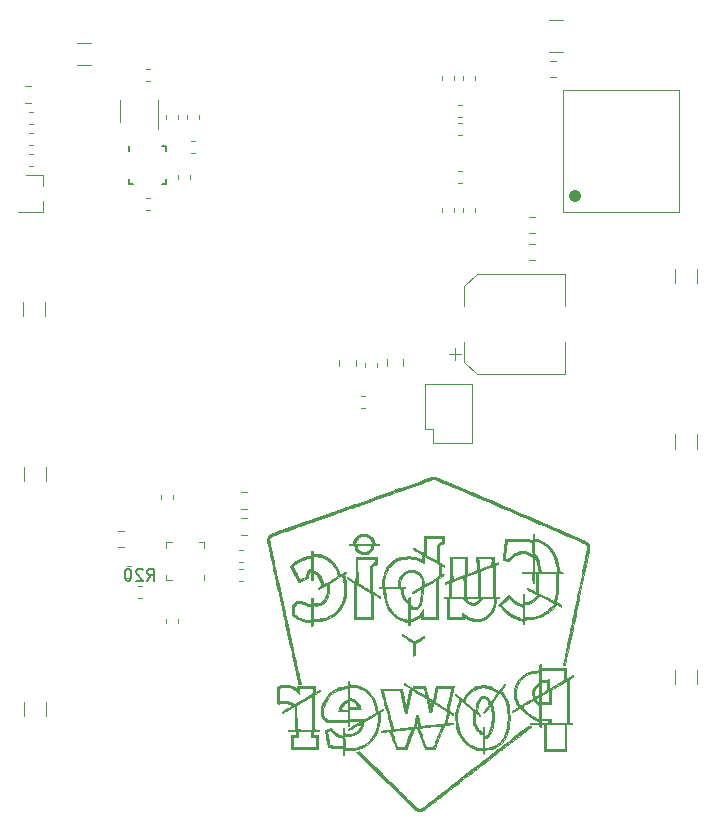
<source format=gbr>
G04 #@! TF.GenerationSoftware,KiCad,Pcbnew,(5.1.0-0)*
G04 #@! TF.CreationDate,2019-05-02T09:23:52-04:00*
G04 #@! TF.ProjectId,Power Board,506f7765-7220-4426-9f61-72642e6b6963,rev?*
G04 #@! TF.SameCoordinates,Original*
G04 #@! TF.FileFunction,Legend,Bot*
G04 #@! TF.FilePolarity,Positive*
%FSLAX46Y46*%
G04 Gerber Fmt 4.6, Leading zero omitted, Abs format (unit mm)*
G04 Created by KiCad (PCBNEW (5.1.0-0)) date 2019-05-02 09:23:52*
%MOMM*%
%LPD*%
G04 APERTURE LIST*
%ADD10C,0.120000*%
%ADD11C,0.010000*%
%ADD12C,1.000000*%
%ADD13C,0.150000*%
G04 APERTURE END LIST*
D10*
X93412779Y-89510000D02*
X93087221Y-89510000D01*
X93412779Y-88490000D02*
X93087221Y-88490000D01*
D11*
G36*
X112095678Y-84095104D02*
G01*
X112008315Y-84102594D01*
X111937737Y-84118882D01*
X111866968Y-84147082D01*
X111831644Y-84163945D01*
X111649094Y-84280299D01*
X111502904Y-84430535D01*
X111396378Y-84610516D01*
X111340547Y-84779100D01*
X111311435Y-84906100D01*
X111141818Y-84913610D01*
X111050578Y-84919393D01*
X110999197Y-84929031D01*
X110976735Y-84946210D01*
X110972200Y-84970760D01*
X110976372Y-84994582D01*
X110995381Y-85009289D01*
X111038971Y-85017044D01*
X111116884Y-85020012D01*
X111195719Y-85020400D01*
X111419237Y-85020400D01*
X111450322Y-85170902D01*
X111507756Y-85336349D01*
X111604245Y-85489013D01*
X111730432Y-85618622D01*
X111876956Y-85714905D01*
X111983587Y-85756144D01*
X112079294Y-85772210D01*
X112202293Y-85778927D01*
X112330651Y-85776356D01*
X112442435Y-85764558D01*
X112486937Y-85754737D01*
X112640364Y-85685504D01*
X112779355Y-85575974D01*
X112894773Y-85436371D01*
X112977483Y-85276920D01*
X113008699Y-85170802D01*
X113039764Y-85020400D01*
X112851800Y-85020400D01*
X112851243Y-85090250D01*
X112840066Y-85157978D01*
X112812954Y-85240039D01*
X112803544Y-85261700D01*
X112712345Y-85401629D01*
X112588776Y-85509491D01*
X112442290Y-85582058D01*
X112282339Y-85616100D01*
X112118375Y-85608388D01*
X111959851Y-85555693D01*
X111953055Y-85552242D01*
X111873561Y-85505922D01*
X111803367Y-85456478D01*
X111787989Y-85443497D01*
X111737045Y-85381520D01*
X111684647Y-85293399D01*
X111639972Y-85197737D01*
X111612198Y-85113139D01*
X111607449Y-85077550D01*
X111607200Y-85020400D01*
X112851800Y-85020400D01*
X113039764Y-85020400D01*
X113288682Y-85020400D01*
X113403000Y-85019642D01*
X113475787Y-85016136D01*
X113516308Y-85008031D01*
X113533825Y-84993475D01*
X113537600Y-84970668D01*
X113532401Y-84945144D01*
X113509912Y-84929330D01*
X113459796Y-84920181D01*
X113371715Y-84914652D01*
X113343573Y-84913518D01*
X113149545Y-84906100D01*
X113142162Y-84877184D01*
X112966222Y-84877184D01*
X112963924Y-84896921D01*
X112935732Y-84902640D01*
X112862932Y-84907325D01*
X112751708Y-84910844D01*
X112608243Y-84913065D01*
X112438722Y-84913854D01*
X112249329Y-84913079D01*
X112221412Y-84912836D01*
X111492900Y-84906100D01*
X111500867Y-84832068D01*
X111536804Y-84702738D01*
X111611758Y-84570743D01*
X111716384Y-84448967D01*
X111841337Y-84350290D01*
X111857528Y-84340451D01*
X111919074Y-84307269D01*
X111976194Y-84286692D01*
X112044110Y-84275782D01*
X112138044Y-84271601D01*
X112216800Y-84271100D01*
X112373723Y-84276982D01*
X112495978Y-84298553D01*
X112598745Y-84341699D01*
X112697203Y-84412304D01*
X112780040Y-84489495D01*
X112873914Y-84601381D01*
X112931119Y-84718302D01*
X112938352Y-84741014D01*
X112957966Y-84818911D01*
X112966222Y-84877184D01*
X113142162Y-84877184D01*
X113115498Y-84772767D01*
X113062850Y-84611840D01*
X112989862Y-84479521D01*
X112884542Y-84355509D01*
X112848011Y-84319873D01*
X112728173Y-84220176D01*
X112607963Y-84152801D01*
X112473595Y-84112800D01*
X112311283Y-84095224D01*
X112216800Y-84093300D01*
X112095678Y-84095104D01*
X112095678Y-84095104D01*
G37*
X112095678Y-84095104D02*
X112008315Y-84102594D01*
X111937737Y-84118882D01*
X111866968Y-84147082D01*
X111831644Y-84163945D01*
X111649094Y-84280299D01*
X111502904Y-84430535D01*
X111396378Y-84610516D01*
X111340547Y-84779100D01*
X111311435Y-84906100D01*
X111141818Y-84913610D01*
X111050578Y-84919393D01*
X110999197Y-84929031D01*
X110976735Y-84946210D01*
X110972200Y-84970760D01*
X110976372Y-84994582D01*
X110995381Y-85009289D01*
X111038971Y-85017044D01*
X111116884Y-85020012D01*
X111195719Y-85020400D01*
X111419237Y-85020400D01*
X111450322Y-85170902D01*
X111507756Y-85336349D01*
X111604245Y-85489013D01*
X111730432Y-85618622D01*
X111876956Y-85714905D01*
X111983587Y-85756144D01*
X112079294Y-85772210D01*
X112202293Y-85778927D01*
X112330651Y-85776356D01*
X112442435Y-85764558D01*
X112486937Y-85754737D01*
X112640364Y-85685504D01*
X112779355Y-85575974D01*
X112894773Y-85436371D01*
X112977483Y-85276920D01*
X113008699Y-85170802D01*
X113039764Y-85020400D01*
X112851800Y-85020400D01*
X112851243Y-85090250D01*
X112840066Y-85157978D01*
X112812954Y-85240039D01*
X112803544Y-85261700D01*
X112712345Y-85401629D01*
X112588776Y-85509491D01*
X112442290Y-85582058D01*
X112282339Y-85616100D01*
X112118375Y-85608388D01*
X111959851Y-85555693D01*
X111953055Y-85552242D01*
X111873561Y-85505922D01*
X111803367Y-85456478D01*
X111787989Y-85443497D01*
X111737045Y-85381520D01*
X111684647Y-85293399D01*
X111639972Y-85197737D01*
X111612198Y-85113139D01*
X111607449Y-85077550D01*
X111607200Y-85020400D01*
X112851800Y-85020400D01*
X113039764Y-85020400D01*
X113288682Y-85020400D01*
X113403000Y-85019642D01*
X113475787Y-85016136D01*
X113516308Y-85008031D01*
X113533825Y-84993475D01*
X113537600Y-84970668D01*
X113532401Y-84945144D01*
X113509912Y-84929330D01*
X113459796Y-84920181D01*
X113371715Y-84914652D01*
X113343573Y-84913518D01*
X113149545Y-84906100D01*
X113142162Y-84877184D01*
X112966222Y-84877184D01*
X112963924Y-84896921D01*
X112935732Y-84902640D01*
X112862932Y-84907325D01*
X112751708Y-84910844D01*
X112608243Y-84913065D01*
X112438722Y-84913854D01*
X112249329Y-84913079D01*
X112221412Y-84912836D01*
X111492900Y-84906100D01*
X111500867Y-84832068D01*
X111536804Y-84702738D01*
X111611758Y-84570743D01*
X111716384Y-84448967D01*
X111841337Y-84350290D01*
X111857528Y-84340451D01*
X111919074Y-84307269D01*
X111976194Y-84286692D01*
X112044110Y-84275782D01*
X112138044Y-84271601D01*
X112216800Y-84271100D01*
X112373723Y-84276982D01*
X112495978Y-84298553D01*
X112598745Y-84341699D01*
X112697203Y-84412304D01*
X112780040Y-84489495D01*
X112873914Y-84601381D01*
X112931119Y-84718302D01*
X112938352Y-84741014D01*
X112957966Y-84818911D01*
X112966222Y-84877184D01*
X113142162Y-84877184D01*
X113115498Y-84772767D01*
X113062850Y-84611840D01*
X112989862Y-84479521D01*
X112884542Y-84355509D01*
X112848011Y-84319873D01*
X112728173Y-84220176D01*
X112607963Y-84152801D01*
X112473595Y-84112800D01*
X112311283Y-84095224D01*
X112216800Y-84093300D01*
X112095678Y-84095104D01*
G36*
X111531000Y-87077800D02*
G01*
X111530637Y-87302232D01*
X111529597Y-87510066D01*
X111527961Y-87695989D01*
X111525808Y-87854691D01*
X111523215Y-87980861D01*
X111520263Y-88069188D01*
X111517029Y-88114362D01*
X111515539Y-88119200D01*
X111489416Y-88106760D01*
X111428023Y-88072549D01*
X111339471Y-88021227D01*
X111231870Y-87957454D01*
X111183982Y-87928700D01*
X111071283Y-87861225D01*
X110974725Y-87804258D01*
X110902291Y-87762443D01*
X110861967Y-87740426D01*
X110856544Y-87738200D01*
X110848405Y-87760225D01*
X110845200Y-87810365D01*
X110849284Y-87843403D01*
X110866360Y-87874014D01*
X110903664Y-87908415D01*
X110968431Y-87952820D01*
X111067899Y-88013444D01*
X111111900Y-88039440D01*
X111378600Y-88196348D01*
X111378600Y-91294200D01*
X113029600Y-91294200D01*
X113029600Y-90240100D01*
X113030044Y-90014268D01*
X113031309Y-89805014D01*
X113033302Y-89617613D01*
X113035927Y-89457343D01*
X113039088Y-89329481D01*
X113042691Y-89239303D01*
X113046639Y-89192088D01*
X113048650Y-89186234D01*
X113076873Y-89198506D01*
X113139270Y-89231679D01*
X113226415Y-89280591D01*
X113321700Y-89335847D01*
X113430236Y-89399317D01*
X113502667Y-89439497D01*
X113546655Y-89458886D01*
X113569861Y-89459982D01*
X113579948Y-89445285D01*
X113584036Y-89421418D01*
X113580930Y-89362771D01*
X113566178Y-89331417D01*
X113535631Y-89309698D01*
X113469755Y-89268059D01*
X113377283Y-89211864D01*
X113266950Y-89146476D01*
X113227643Y-89123523D01*
X113137135Y-89070871D01*
X112877200Y-89070871D01*
X112877200Y-91116400D01*
X111556400Y-91116400D01*
X111556400Y-89719400D01*
X111556707Y-89458304D01*
X111557587Y-89213082D01*
X111558985Y-88988319D01*
X111560842Y-88788602D01*
X111563104Y-88618514D01*
X111565711Y-88482642D01*
X111568608Y-88385571D01*
X111571737Y-88331885D01*
X111573759Y-88322400D01*
X111599307Y-88334703D01*
X111663080Y-88369491D01*
X111759462Y-88423584D01*
X111882838Y-88493798D01*
X112027594Y-88576952D01*
X112188116Y-88669865D01*
X112234159Y-88696635D01*
X112877200Y-89070871D01*
X113137135Y-89070871D01*
X112915300Y-88941822D01*
X112908664Y-87923200D01*
X112902028Y-86904577D01*
X112966144Y-86828380D01*
X113026439Y-86775499D01*
X113111932Y-86722063D01*
X113169630Y-86694418D01*
X113309000Y-86636652D01*
X113309000Y-86188800D01*
X113156600Y-86188800D01*
X113156600Y-86487638D01*
X113015605Y-86556621D01*
X112884947Y-86640375D01*
X112806055Y-86729151D01*
X112737500Y-86832699D01*
X112730044Y-87831850D01*
X112728048Y-88083560D01*
X112726028Y-88288982D01*
X112723749Y-88452626D01*
X112720976Y-88579004D01*
X112717474Y-88672628D01*
X112713008Y-88738008D01*
X112707342Y-88779656D01*
X112700242Y-88802083D01*
X112691472Y-88809800D01*
X112680797Y-88807318D01*
X112679244Y-88806474D01*
X112645133Y-88786673D01*
X112574388Y-88745245D01*
X112474129Y-88686374D01*
X112351477Y-88614242D01*
X112213552Y-88533031D01*
X112166000Y-88505012D01*
X111696100Y-88228078D01*
X111682824Y-86188800D01*
X113156600Y-86188800D01*
X113309000Y-86188800D01*
X113309000Y-86036400D01*
X111531000Y-86036400D01*
X111531000Y-87077800D01*
X111531000Y-87077800D01*
G37*
X111531000Y-87077800D02*
X111530637Y-87302232D01*
X111529597Y-87510066D01*
X111527961Y-87695989D01*
X111525808Y-87854691D01*
X111523215Y-87980861D01*
X111520263Y-88069188D01*
X111517029Y-88114362D01*
X111515539Y-88119200D01*
X111489416Y-88106760D01*
X111428023Y-88072549D01*
X111339471Y-88021227D01*
X111231870Y-87957454D01*
X111183982Y-87928700D01*
X111071283Y-87861225D01*
X110974725Y-87804258D01*
X110902291Y-87762443D01*
X110861967Y-87740426D01*
X110856544Y-87738200D01*
X110848405Y-87760225D01*
X110845200Y-87810365D01*
X110849284Y-87843403D01*
X110866360Y-87874014D01*
X110903664Y-87908415D01*
X110968431Y-87952820D01*
X111067899Y-88013444D01*
X111111900Y-88039440D01*
X111378600Y-88196348D01*
X111378600Y-91294200D01*
X113029600Y-91294200D01*
X113029600Y-90240100D01*
X113030044Y-90014268D01*
X113031309Y-89805014D01*
X113033302Y-89617613D01*
X113035927Y-89457343D01*
X113039088Y-89329481D01*
X113042691Y-89239303D01*
X113046639Y-89192088D01*
X113048650Y-89186234D01*
X113076873Y-89198506D01*
X113139270Y-89231679D01*
X113226415Y-89280591D01*
X113321700Y-89335847D01*
X113430236Y-89399317D01*
X113502667Y-89439497D01*
X113546655Y-89458886D01*
X113569861Y-89459982D01*
X113579948Y-89445285D01*
X113584036Y-89421418D01*
X113580930Y-89362771D01*
X113566178Y-89331417D01*
X113535631Y-89309698D01*
X113469755Y-89268059D01*
X113377283Y-89211864D01*
X113266950Y-89146476D01*
X113227643Y-89123523D01*
X113137135Y-89070871D01*
X112877200Y-89070871D01*
X112877200Y-91116400D01*
X111556400Y-91116400D01*
X111556400Y-89719400D01*
X111556707Y-89458304D01*
X111557587Y-89213082D01*
X111558985Y-88988319D01*
X111560842Y-88788602D01*
X111563104Y-88618514D01*
X111565711Y-88482642D01*
X111568608Y-88385571D01*
X111571737Y-88331885D01*
X111573759Y-88322400D01*
X111599307Y-88334703D01*
X111663080Y-88369491D01*
X111759462Y-88423584D01*
X111882838Y-88493798D01*
X112027594Y-88576952D01*
X112188116Y-88669865D01*
X112234159Y-88696635D01*
X112877200Y-89070871D01*
X113137135Y-89070871D01*
X112915300Y-88941822D01*
X112908664Y-87923200D01*
X112902028Y-86904577D01*
X112966144Y-86828380D01*
X113026439Y-86775499D01*
X113111932Y-86722063D01*
X113169630Y-86694418D01*
X113309000Y-86636652D01*
X113309000Y-86188800D01*
X113156600Y-86188800D01*
X113156600Y-86487638D01*
X113015605Y-86556621D01*
X112884947Y-86640375D01*
X112806055Y-86729151D01*
X112737500Y-86832699D01*
X112730044Y-87831850D01*
X112728048Y-88083560D01*
X112726028Y-88288982D01*
X112723749Y-88452626D01*
X112720976Y-88579004D01*
X112717474Y-88672628D01*
X112713008Y-88738008D01*
X112707342Y-88779656D01*
X112700242Y-88802083D01*
X112691472Y-88809800D01*
X112680797Y-88807318D01*
X112679244Y-88806474D01*
X112645133Y-88786673D01*
X112574388Y-88745245D01*
X112474129Y-88686374D01*
X112351477Y-88614242D01*
X112213552Y-88533031D01*
X112166000Y-88505012D01*
X111696100Y-88228078D01*
X111682824Y-86188800D01*
X113156600Y-86188800D01*
X113309000Y-86188800D01*
X113309000Y-86036400D01*
X111531000Y-86036400D01*
X111531000Y-87077800D01*
G36*
X121751201Y-86093550D02*
G01*
X121756848Y-86153643D01*
X121763456Y-86254058D01*
X121770460Y-86384340D01*
X121777291Y-86534032D01*
X121782748Y-86674623D01*
X121799558Y-87147746D01*
X121650029Y-87203829D01*
X121448678Y-87278971D01*
X121275052Y-87343004D01*
X121133285Y-87394441D01*
X121027512Y-87431793D01*
X120961867Y-87453575D01*
X120941305Y-87458800D01*
X120936771Y-87434458D01*
X120933457Y-87365642D01*
X120931421Y-87258664D01*
X120930724Y-87119836D01*
X120931425Y-86955470D01*
X120933582Y-86771879D01*
X120934382Y-86722200D01*
X120946891Y-85985600D01*
X119500676Y-85985600D01*
X119519336Y-86042750D01*
X119523909Y-86080551D01*
X119528746Y-86163110D01*
X119533658Y-86284388D01*
X119538459Y-86438343D01*
X119542961Y-86618936D01*
X119546976Y-86820127D01*
X119550317Y-87035875D01*
X119550411Y-87043029D01*
X119562826Y-87986158D01*
X119337863Y-88060985D01*
X119232397Y-88096998D01*
X119165883Y-88124016D01*
X119128831Y-88148341D01*
X119111750Y-88176271D01*
X119105149Y-88214109D01*
X119105004Y-88215570D01*
X119097107Y-88295328D01*
X119241334Y-88245706D01*
X119321668Y-88221408D01*
X119382994Y-88208974D01*
X119407981Y-88209941D01*
X119414381Y-88238238D01*
X119420070Y-88310007D01*
X119424771Y-88417922D01*
X119428210Y-88554656D01*
X119430110Y-88712884D01*
X119430400Y-88806499D01*
X119430400Y-89389200D01*
X119239900Y-89389200D01*
X119143004Y-89389991D01*
X119086206Y-89394743D01*
X119058805Y-89407022D01*
X119050101Y-89430396D01*
X119049400Y-89452700D01*
X119053518Y-89490386D01*
X119074532Y-89509187D01*
X119125432Y-89515598D01*
X119176400Y-89516200D01*
X119303400Y-89516200D01*
X119303400Y-91294200D01*
X120725800Y-91294200D01*
X120725800Y-91218000D01*
X120730016Y-91164459D01*
X120740169Y-91141804D01*
X120740328Y-91141800D01*
X120768951Y-91153565D01*
X120825381Y-91183480D01*
X120860978Y-91203808D01*
X120932686Y-91239505D01*
X121035625Y-91283042D01*
X121152480Y-91327297D01*
X121208400Y-91346695D01*
X121343117Y-91388380D01*
X121459094Y-91414288D01*
X121580093Y-91428548D01*
X121716400Y-91434930D01*
X121836372Y-91436891D01*
X121944916Y-91436252D01*
X122027161Y-91433223D01*
X122059300Y-91430100D01*
X122319286Y-91370406D01*
X122545312Y-91277615D01*
X122745591Y-91146951D01*
X122928334Y-90973640D01*
X123009144Y-90877806D01*
X123077872Y-90785914D01*
X123140991Y-90692704D01*
X123185088Y-90618007D01*
X123185811Y-90616587D01*
X123234303Y-90502255D01*
X123285080Y-90349957D01*
X123334647Y-90172198D01*
X123379510Y-89981481D01*
X123415282Y-89795600D01*
X123452634Y-89574781D01*
X123279626Y-89574781D01*
X123273751Y-89649886D01*
X123260484Y-89752081D01*
X123241648Y-89870118D01*
X123219070Y-89992749D01*
X123194574Y-90108727D01*
X123169985Y-90206802D01*
X123164964Y-90224127D01*
X123086943Y-90422157D01*
X122975637Y-90617521D01*
X122839392Y-90799895D01*
X122686559Y-90958957D01*
X122525485Y-91084384D01*
X122422757Y-91141851D01*
X122291405Y-91197374D01*
X122168481Y-91233964D01*
X122036324Y-91255239D01*
X121877275Y-91264815D01*
X121816434Y-91266017D01*
X121543740Y-91246820D01*
X121398093Y-91216185D01*
X121185351Y-91148320D01*
X120976154Y-91059447D01*
X120788195Y-90957725D01*
X120682926Y-90886423D01*
X120548000Y-90784554D01*
X120548000Y-91141800D01*
X119481200Y-91141800D01*
X119481200Y-89516200D01*
X120059050Y-89517389D01*
X120636900Y-89518579D01*
X120725048Y-89642300D01*
X120812102Y-89745950D01*
X120923089Y-89851892D01*
X121042656Y-89947229D01*
X121155449Y-90019064D01*
X121197844Y-90039432D01*
X121299977Y-90064604D01*
X121430238Y-90072526D01*
X121569319Y-90064139D01*
X121697916Y-90040380D01*
X121779900Y-90011118D01*
X121904735Y-89929425D01*
X122022669Y-89815060D01*
X122117051Y-89685206D01*
X122142587Y-89636850D01*
X122194637Y-89526043D01*
X121988711Y-89526043D01*
X121987655Y-89557205D01*
X121960267Y-89611702D01*
X121915266Y-89676096D01*
X121861370Y-89736949D01*
X121837963Y-89758401D01*
X121687252Y-89859120D01*
X121533123Y-89911070D01*
X121378673Y-89913659D01*
X121240466Y-89872625D01*
X121169551Y-89830150D01*
X121082248Y-89763393D01*
X120996080Y-89685895D01*
X120986466Y-89676332D01*
X120840100Y-89528900D01*
X121408988Y-89522054D01*
X121573634Y-89520541D01*
X121720550Y-89520085D01*
X121842366Y-89520636D01*
X121931715Y-89522143D01*
X121981230Y-89524555D01*
X121988711Y-89526043D01*
X122194637Y-89526043D01*
X122199261Y-89516200D01*
X122731032Y-89516200D01*
X122890228Y-89517196D01*
X123031683Y-89519981D01*
X123147710Y-89524246D01*
X123230626Y-89529684D01*
X123272746Y-89535989D01*
X123276284Y-89538013D01*
X123279626Y-89574781D01*
X123452634Y-89574781D01*
X123460395Y-89528900D01*
X123553598Y-89521016D01*
X123616088Y-89510696D01*
X123642280Y-89486977D01*
X123646800Y-89451166D01*
X123643372Y-89416809D01*
X123625143Y-89398258D01*
X123580201Y-89390670D01*
X123496633Y-89389200D01*
X123342000Y-89389200D01*
X123164200Y-89389200D01*
X122039525Y-89389200D01*
X122055542Y-89255850D01*
X122059178Y-89200385D01*
X122062536Y-89100688D01*
X122065520Y-88963327D01*
X122068033Y-88794867D01*
X122069978Y-88601878D01*
X122071257Y-88390926D01*
X122071775Y-88168579D01*
X122071780Y-88154703D01*
X122071831Y-87928092D01*
X121919068Y-87928092D01*
X121919047Y-88116079D01*
X121918386Y-88307841D01*
X121917092Y-88496660D01*
X121915175Y-88675819D01*
X121912641Y-88838600D01*
X121909501Y-88978287D01*
X121905761Y-89088163D01*
X121902938Y-89141550D01*
X121886539Y-89389200D01*
X120885105Y-89389200D01*
X120690273Y-89389200D01*
X119582800Y-89389200D01*
X119582800Y-88128119D01*
X120120342Y-87920368D01*
X120274549Y-87861132D01*
X120411974Y-87809038D01*
X120525875Y-87766582D01*
X120609512Y-87736263D01*
X120656144Y-87720580D01*
X120663552Y-87719058D01*
X120665224Y-87745056D01*
X120667346Y-87815847D01*
X120669804Y-87925429D01*
X120672480Y-88067798D01*
X120675260Y-88236952D01*
X120678026Y-88426887D01*
X120679746Y-88557350D01*
X120690273Y-89389200D01*
X120885105Y-89389200D01*
X120868953Y-89271354D01*
X120864821Y-89215994D01*
X120861080Y-89117433D01*
X120857870Y-88983268D01*
X120855331Y-88821098D01*
X120853604Y-88638519D01*
X120852829Y-88443131D01*
X120852800Y-88397801D01*
X120852800Y-87642092D01*
X121158236Y-87528381D01*
X120777405Y-87528381D01*
X120389653Y-87675223D01*
X120248672Y-87728755D01*
X120115290Y-87779658D01*
X120000797Y-87823607D01*
X119916482Y-87856272D01*
X119887600Y-87867647D01*
X119816903Y-87894652D01*
X119766519Y-87911724D01*
X119754250Y-87914614D01*
X119749176Y-87890642D01*
X119744227Y-87822223D01*
X119739622Y-87715711D01*
X119735575Y-87577460D01*
X119732303Y-87413824D01*
X119730022Y-87231156D01*
X119729697Y-87192100D01*
X119728220Y-86996142D01*
X119726831Y-86808711D01*
X119725590Y-86638178D01*
X119724558Y-86492913D01*
X119723794Y-86381288D01*
X119723359Y-86311672D01*
X119723347Y-86309450D01*
X119722500Y-86150700D01*
X120763900Y-86150700D01*
X120770653Y-86839540D01*
X120777405Y-87528381D01*
X121158236Y-87528381D01*
X121371873Y-87448846D01*
X121524318Y-87392326D01*
X121660376Y-87342328D01*
X121772980Y-87301412D01*
X121855057Y-87272141D01*
X121899539Y-87257076D01*
X121905273Y-87255600D01*
X121909271Y-87279878D01*
X121912578Y-87348234D01*
X121915203Y-87453950D01*
X121917154Y-87590310D01*
X121918439Y-87750597D01*
X121919068Y-87928092D01*
X122071831Y-87928092D01*
X122072000Y-87186906D01*
X122446650Y-87044660D01*
X122591903Y-86989551D01*
X122735899Y-86934989D01*
X122864940Y-86886161D01*
X122965325Y-86848253D01*
X122992750Y-86837925D01*
X123164200Y-86773436D01*
X123164200Y-89389200D01*
X123342000Y-89389200D01*
X123342000Y-86703163D01*
X123475350Y-86655369D01*
X123554644Y-86623059D01*
X123596890Y-86592357D01*
X123614435Y-86553005D01*
X123616738Y-86537887D01*
X123618573Y-86487436D01*
X123612005Y-86468200D01*
X123583942Y-86476714D01*
X123520739Y-86499330D01*
X123434570Y-86531652D01*
X123408570Y-86541618D01*
X123318994Y-86574695D01*
X123249598Y-86597653D01*
X123212188Y-86606676D01*
X123209024Y-86606157D01*
X123206893Y-86577553D01*
X123210399Y-86509789D01*
X123218524Y-86414067D01*
X123230249Y-86301590D01*
X123243737Y-86190296D01*
X123047076Y-86190296D01*
X123045755Y-86259773D01*
X123041087Y-86351987D01*
X123034057Y-86453444D01*
X123025650Y-86550651D01*
X123016852Y-86630114D01*
X123008647Y-86678340D01*
X123005432Y-86686235D01*
X122978804Y-86698864D01*
X122913206Y-86725995D01*
X122817246Y-86764319D01*
X122699530Y-86810528D01*
X122568665Y-86861313D01*
X122433256Y-86913364D01*
X122301911Y-86963375D01*
X122183236Y-87008035D01*
X122085837Y-87044036D01*
X122018321Y-87068069D01*
X121989450Y-87076822D01*
X121980944Y-87053799D01*
X121974364Y-86991412D01*
X121970701Y-86901084D01*
X121970269Y-86855550D01*
X121968281Y-86722243D01*
X121963121Y-86567009D01*
X121955801Y-86418552D01*
X121953738Y-86385650D01*
X121937339Y-86138000D01*
X122485771Y-86138000D01*
X122647255Y-86138843D01*
X122790828Y-86141202D01*
X122908996Y-86144821D01*
X122994264Y-86149444D01*
X123039137Y-86154817D01*
X123044065Y-86157050D01*
X123047076Y-86190296D01*
X123243737Y-86190296D01*
X123244554Y-86183560D01*
X123253349Y-86118950D01*
X123272345Y-85985600D01*
X121736465Y-85985600D01*
X121751201Y-86093550D01*
X121751201Y-86093550D01*
G37*
X121751201Y-86093550D02*
X121756848Y-86153643D01*
X121763456Y-86254058D01*
X121770460Y-86384340D01*
X121777291Y-86534032D01*
X121782748Y-86674623D01*
X121799558Y-87147746D01*
X121650029Y-87203829D01*
X121448678Y-87278971D01*
X121275052Y-87343004D01*
X121133285Y-87394441D01*
X121027512Y-87431793D01*
X120961867Y-87453575D01*
X120941305Y-87458800D01*
X120936771Y-87434458D01*
X120933457Y-87365642D01*
X120931421Y-87258664D01*
X120930724Y-87119836D01*
X120931425Y-86955470D01*
X120933582Y-86771879D01*
X120934382Y-86722200D01*
X120946891Y-85985600D01*
X119500676Y-85985600D01*
X119519336Y-86042750D01*
X119523909Y-86080551D01*
X119528746Y-86163110D01*
X119533658Y-86284388D01*
X119538459Y-86438343D01*
X119542961Y-86618936D01*
X119546976Y-86820127D01*
X119550317Y-87035875D01*
X119550411Y-87043029D01*
X119562826Y-87986158D01*
X119337863Y-88060985D01*
X119232397Y-88096998D01*
X119165883Y-88124016D01*
X119128831Y-88148341D01*
X119111750Y-88176271D01*
X119105149Y-88214109D01*
X119105004Y-88215570D01*
X119097107Y-88295328D01*
X119241334Y-88245706D01*
X119321668Y-88221408D01*
X119382994Y-88208974D01*
X119407981Y-88209941D01*
X119414381Y-88238238D01*
X119420070Y-88310007D01*
X119424771Y-88417922D01*
X119428210Y-88554656D01*
X119430110Y-88712884D01*
X119430400Y-88806499D01*
X119430400Y-89389200D01*
X119239900Y-89389200D01*
X119143004Y-89389991D01*
X119086206Y-89394743D01*
X119058805Y-89407022D01*
X119050101Y-89430396D01*
X119049400Y-89452700D01*
X119053518Y-89490386D01*
X119074532Y-89509187D01*
X119125432Y-89515598D01*
X119176400Y-89516200D01*
X119303400Y-89516200D01*
X119303400Y-91294200D01*
X120725800Y-91294200D01*
X120725800Y-91218000D01*
X120730016Y-91164459D01*
X120740169Y-91141804D01*
X120740328Y-91141800D01*
X120768951Y-91153565D01*
X120825381Y-91183480D01*
X120860978Y-91203808D01*
X120932686Y-91239505D01*
X121035625Y-91283042D01*
X121152480Y-91327297D01*
X121208400Y-91346695D01*
X121343117Y-91388380D01*
X121459094Y-91414288D01*
X121580093Y-91428548D01*
X121716400Y-91434930D01*
X121836372Y-91436891D01*
X121944916Y-91436252D01*
X122027161Y-91433223D01*
X122059300Y-91430100D01*
X122319286Y-91370406D01*
X122545312Y-91277615D01*
X122745591Y-91146951D01*
X122928334Y-90973640D01*
X123009144Y-90877806D01*
X123077872Y-90785914D01*
X123140991Y-90692704D01*
X123185088Y-90618007D01*
X123185811Y-90616587D01*
X123234303Y-90502255D01*
X123285080Y-90349957D01*
X123334647Y-90172198D01*
X123379510Y-89981481D01*
X123415282Y-89795600D01*
X123452634Y-89574781D01*
X123279626Y-89574781D01*
X123273751Y-89649886D01*
X123260484Y-89752081D01*
X123241648Y-89870118D01*
X123219070Y-89992749D01*
X123194574Y-90108727D01*
X123169985Y-90206802D01*
X123164964Y-90224127D01*
X123086943Y-90422157D01*
X122975637Y-90617521D01*
X122839392Y-90799895D01*
X122686559Y-90958957D01*
X122525485Y-91084384D01*
X122422757Y-91141851D01*
X122291405Y-91197374D01*
X122168481Y-91233964D01*
X122036324Y-91255239D01*
X121877275Y-91264815D01*
X121816434Y-91266017D01*
X121543740Y-91246820D01*
X121398093Y-91216185D01*
X121185351Y-91148320D01*
X120976154Y-91059447D01*
X120788195Y-90957725D01*
X120682926Y-90886423D01*
X120548000Y-90784554D01*
X120548000Y-91141800D01*
X119481200Y-91141800D01*
X119481200Y-89516200D01*
X120059050Y-89517389D01*
X120636900Y-89518579D01*
X120725048Y-89642300D01*
X120812102Y-89745950D01*
X120923089Y-89851892D01*
X121042656Y-89947229D01*
X121155449Y-90019064D01*
X121197844Y-90039432D01*
X121299977Y-90064604D01*
X121430238Y-90072526D01*
X121569319Y-90064139D01*
X121697916Y-90040380D01*
X121779900Y-90011118D01*
X121904735Y-89929425D01*
X122022669Y-89815060D01*
X122117051Y-89685206D01*
X122142587Y-89636850D01*
X122194637Y-89526043D01*
X121988711Y-89526043D01*
X121987655Y-89557205D01*
X121960267Y-89611702D01*
X121915266Y-89676096D01*
X121861370Y-89736949D01*
X121837963Y-89758401D01*
X121687252Y-89859120D01*
X121533123Y-89911070D01*
X121378673Y-89913659D01*
X121240466Y-89872625D01*
X121169551Y-89830150D01*
X121082248Y-89763393D01*
X120996080Y-89685895D01*
X120986466Y-89676332D01*
X120840100Y-89528900D01*
X121408988Y-89522054D01*
X121573634Y-89520541D01*
X121720550Y-89520085D01*
X121842366Y-89520636D01*
X121931715Y-89522143D01*
X121981230Y-89524555D01*
X121988711Y-89526043D01*
X122194637Y-89526043D01*
X122199261Y-89516200D01*
X122731032Y-89516200D01*
X122890228Y-89517196D01*
X123031683Y-89519981D01*
X123147710Y-89524246D01*
X123230626Y-89529684D01*
X123272746Y-89535989D01*
X123276284Y-89538013D01*
X123279626Y-89574781D01*
X123452634Y-89574781D01*
X123460395Y-89528900D01*
X123553598Y-89521016D01*
X123616088Y-89510696D01*
X123642280Y-89486977D01*
X123646800Y-89451166D01*
X123643372Y-89416809D01*
X123625143Y-89398258D01*
X123580201Y-89390670D01*
X123496633Y-89389200D01*
X123342000Y-89389200D01*
X123164200Y-89389200D01*
X122039525Y-89389200D01*
X122055542Y-89255850D01*
X122059178Y-89200385D01*
X122062536Y-89100688D01*
X122065520Y-88963327D01*
X122068033Y-88794867D01*
X122069978Y-88601878D01*
X122071257Y-88390926D01*
X122071775Y-88168579D01*
X122071780Y-88154703D01*
X122071831Y-87928092D01*
X121919068Y-87928092D01*
X121919047Y-88116079D01*
X121918386Y-88307841D01*
X121917092Y-88496660D01*
X121915175Y-88675819D01*
X121912641Y-88838600D01*
X121909501Y-88978287D01*
X121905761Y-89088163D01*
X121902938Y-89141550D01*
X121886539Y-89389200D01*
X120885105Y-89389200D01*
X120690273Y-89389200D01*
X119582800Y-89389200D01*
X119582800Y-88128119D01*
X120120342Y-87920368D01*
X120274549Y-87861132D01*
X120411974Y-87809038D01*
X120525875Y-87766582D01*
X120609512Y-87736263D01*
X120656144Y-87720580D01*
X120663552Y-87719058D01*
X120665224Y-87745056D01*
X120667346Y-87815847D01*
X120669804Y-87925429D01*
X120672480Y-88067798D01*
X120675260Y-88236952D01*
X120678026Y-88426887D01*
X120679746Y-88557350D01*
X120690273Y-89389200D01*
X120885105Y-89389200D01*
X120868953Y-89271354D01*
X120864821Y-89215994D01*
X120861080Y-89117433D01*
X120857870Y-88983268D01*
X120855331Y-88821098D01*
X120853604Y-88638519D01*
X120852829Y-88443131D01*
X120852800Y-88397801D01*
X120852800Y-87642092D01*
X121158236Y-87528381D01*
X120777405Y-87528381D01*
X120389653Y-87675223D01*
X120248672Y-87728755D01*
X120115290Y-87779658D01*
X120000797Y-87823607D01*
X119916482Y-87856272D01*
X119887600Y-87867647D01*
X119816903Y-87894652D01*
X119766519Y-87911724D01*
X119754250Y-87914614D01*
X119749176Y-87890642D01*
X119744227Y-87822223D01*
X119739622Y-87715711D01*
X119735575Y-87577460D01*
X119732303Y-87413824D01*
X119730022Y-87231156D01*
X119729697Y-87192100D01*
X119728220Y-86996142D01*
X119726831Y-86808711D01*
X119725590Y-86638178D01*
X119724558Y-86492913D01*
X119723794Y-86381288D01*
X119723359Y-86311672D01*
X119723347Y-86309450D01*
X119722500Y-86150700D01*
X120763900Y-86150700D01*
X120770653Y-86839540D01*
X120777405Y-87528381D01*
X121158236Y-87528381D01*
X121371873Y-87448846D01*
X121524318Y-87392326D01*
X121660376Y-87342328D01*
X121772980Y-87301412D01*
X121855057Y-87272141D01*
X121899539Y-87257076D01*
X121905273Y-87255600D01*
X121909271Y-87279878D01*
X121912578Y-87348234D01*
X121915203Y-87453950D01*
X121917154Y-87590310D01*
X121918439Y-87750597D01*
X121919068Y-87928092D01*
X122071831Y-87928092D01*
X122072000Y-87186906D01*
X122446650Y-87044660D01*
X122591903Y-86989551D01*
X122735899Y-86934989D01*
X122864940Y-86886161D01*
X122965325Y-86848253D01*
X122992750Y-86837925D01*
X123164200Y-86773436D01*
X123164200Y-89389200D01*
X123342000Y-89389200D01*
X123342000Y-86703163D01*
X123475350Y-86655369D01*
X123554644Y-86623059D01*
X123596890Y-86592357D01*
X123614435Y-86553005D01*
X123616738Y-86537887D01*
X123618573Y-86487436D01*
X123612005Y-86468200D01*
X123583942Y-86476714D01*
X123520739Y-86499330D01*
X123434570Y-86531652D01*
X123408570Y-86541618D01*
X123318994Y-86574695D01*
X123249598Y-86597653D01*
X123212188Y-86606676D01*
X123209024Y-86606157D01*
X123206893Y-86577553D01*
X123210399Y-86509789D01*
X123218524Y-86414067D01*
X123230249Y-86301590D01*
X123243737Y-86190296D01*
X123047076Y-86190296D01*
X123045755Y-86259773D01*
X123041087Y-86351987D01*
X123034057Y-86453444D01*
X123025650Y-86550651D01*
X123016852Y-86630114D01*
X123008647Y-86678340D01*
X123005432Y-86686235D01*
X122978804Y-86698864D01*
X122913206Y-86725995D01*
X122817246Y-86764319D01*
X122699530Y-86810528D01*
X122568665Y-86861313D01*
X122433256Y-86913364D01*
X122301911Y-86963375D01*
X122183236Y-87008035D01*
X122085837Y-87044036D01*
X122018321Y-87068069D01*
X121989450Y-87076822D01*
X121980944Y-87053799D01*
X121974364Y-86991412D01*
X121970701Y-86901084D01*
X121970269Y-86855550D01*
X121968281Y-86722243D01*
X121963121Y-86567009D01*
X121955801Y-86418552D01*
X121953738Y-86385650D01*
X121937339Y-86138000D01*
X122485771Y-86138000D01*
X122647255Y-86138843D01*
X122790828Y-86141202D01*
X122908996Y-86144821D01*
X122994264Y-86149444D01*
X123039137Y-86154817D01*
X123044065Y-86157050D01*
X123047076Y-86190296D01*
X123243737Y-86190296D01*
X123244554Y-86183560D01*
X123253349Y-86118950D01*
X123272345Y-85985600D01*
X121736465Y-85985600D01*
X121751201Y-86093550D01*
G36*
X126551578Y-84107568D02*
G01*
X126533121Y-84118484D01*
X126522779Y-84148065D01*
X126518201Y-84205629D01*
X126517037Y-84300491D01*
X126517000Y-84357700D01*
X126517000Y-84609401D01*
X126383650Y-84569565D01*
X126340475Y-84559122D01*
X126283654Y-84550349D01*
X126208287Y-84543034D01*
X126109467Y-84536963D01*
X125982292Y-84531924D01*
X125821859Y-84527704D01*
X125623262Y-84524090D01*
X125381599Y-84520869D01*
X125220641Y-84519107D01*
X124190981Y-84508486D01*
X124091877Y-85363218D01*
X124063031Y-85617285D01*
X124040995Y-85823709D01*
X124025553Y-85985159D01*
X124016488Y-86104304D01*
X124013582Y-86183813D01*
X124016619Y-86226354D01*
X124020990Y-86235125D01*
X124056512Y-86250701D01*
X124127469Y-86277730D01*
X124221154Y-86311444D01*
X124265376Y-86326848D01*
X124481545Y-86401397D01*
X124714074Y-86155698D01*
X124825085Y-86041837D01*
X124915711Y-85958302D01*
X124997417Y-85895844D01*
X125081669Y-85845214D01*
X125128552Y-85821336D01*
X125345824Y-85737246D01*
X125563020Y-85699722D01*
X125793957Y-85706465D01*
X125808708Y-85708246D01*
X126023451Y-85756416D01*
X126213515Y-85846095D01*
X126388127Y-85981495D01*
X126517000Y-86102488D01*
X126517000Y-87306400D01*
X126085200Y-87306400D01*
X125927842Y-87306677D01*
X125814192Y-87308058D01*
X125737161Y-87311367D01*
X125689660Y-87317428D01*
X125664598Y-87327065D01*
X125654885Y-87341102D01*
X125653400Y-87356585D01*
X125655982Y-87375039D01*
X125668483Y-87388505D01*
X125698037Y-87397941D01*
X125751781Y-87404305D01*
X125836847Y-87408557D01*
X125960371Y-87411654D01*
X126078850Y-87413735D01*
X126504300Y-87420700D01*
X126511280Y-87833450D01*
X126518259Y-88246200D01*
X126644000Y-88246200D01*
X126644000Y-87839002D01*
X126644618Y-87677158D01*
X126647879Y-87559757D01*
X126655894Y-87480441D01*
X126670777Y-87432858D01*
X126694638Y-87410651D01*
X126729590Y-87407466D01*
X126777744Y-87416946D01*
X126783757Y-87418444D01*
X126847200Y-87434367D01*
X126845057Y-88049833D01*
X126842786Y-88319080D01*
X126837942Y-88539502D01*
X126830407Y-88713019D01*
X126820062Y-88841547D01*
X126806788Y-88927003D01*
X126790465Y-88971305D01*
X126787687Y-88974580D01*
X126759567Y-88970445D01*
X126694663Y-88946481D01*
X126601317Y-88906188D01*
X126487870Y-88853069D01*
X126426739Y-88823055D01*
X126306732Y-88763637D01*
X126203439Y-88713236D01*
X126125073Y-88675802D01*
X126079846Y-88655283D01*
X126072260Y-88652600D01*
X126063240Y-88674582D01*
X126059800Y-88723084D01*
X126062634Y-88749742D01*
X126075273Y-88774417D01*
X126103927Y-88801271D01*
X126154805Y-88834464D01*
X126234116Y-88878161D01*
X126348069Y-88936522D01*
X126466200Y-88995500D01*
X126626083Y-89077120D01*
X126748435Y-89144275D01*
X126830517Y-89195342D01*
X126869590Y-89228702D01*
X126872600Y-89236068D01*
X126855227Y-89268571D01*
X126808177Y-89326751D01*
X126739057Y-89401776D01*
X126671921Y-89469019D01*
X126480898Y-89631860D01*
X126287359Y-89754496D01*
X126097021Y-89833797D01*
X125950686Y-89863953D01*
X125805800Y-89878907D01*
X125805800Y-89519753D01*
X125805418Y-89378190D01*
X125803546Y-89279662D01*
X125799100Y-89216407D01*
X125790994Y-89180662D01*
X125778143Y-89164663D01*
X125759461Y-89160649D01*
X125755587Y-89160600D01*
X125737581Y-89163062D01*
X125724314Y-89175071D01*
X125714906Y-89203561D01*
X125708479Y-89255468D01*
X125704153Y-89337724D01*
X125701050Y-89457264D01*
X125698437Y-89611450D01*
X125696205Y-89780949D01*
X125692770Y-89904716D01*
X125684068Y-89987740D01*
X125666035Y-90035009D01*
X125634606Y-90051510D01*
X125585719Y-90042232D01*
X125515308Y-90012162D01*
X125419311Y-89966289D01*
X125412100Y-89962885D01*
X125232771Y-89865123D01*
X125052558Y-89738846D01*
X124863265Y-89577862D01*
X124719796Y-89440037D01*
X124515334Y-89235575D01*
X123621350Y-90047813D01*
X123811498Y-90274445D01*
X124077554Y-90567761D01*
X124345683Y-90814187D01*
X124621323Y-91017520D01*
X124909912Y-91181558D01*
X125216887Y-91310099D01*
X125361300Y-91357024D01*
X125496358Y-91397538D01*
X125590314Y-91427798D01*
X125650618Y-91452495D01*
X125684718Y-91476324D01*
X125700065Y-91503977D01*
X125704108Y-91540148D01*
X125704200Y-91573055D01*
X125708412Y-91639743D01*
X125725458Y-91669313D01*
X125755000Y-91675200D01*
X125781935Y-91670301D01*
X125797242Y-91648292D01*
X125804127Y-91598201D01*
X125805796Y-91509057D01*
X125805800Y-91501317D01*
X125805800Y-91327434D01*
X126142350Y-91310984D01*
X126482776Y-91280433D01*
X126792225Y-91221663D01*
X127084110Y-91131156D01*
X127371844Y-91005395D01*
X127439319Y-90970865D01*
X127696974Y-90814935D01*
X127956624Y-90618816D01*
X128207420Y-90391468D01*
X128428081Y-90154155D01*
X128544594Y-90017410D01*
X128930000Y-90225296D01*
X128930000Y-90150402D01*
X128926396Y-90114294D01*
X128910029Y-90084181D01*
X128872571Y-90053135D01*
X128805691Y-90014227D01*
X128702767Y-89961386D01*
X128673928Y-89946902D01*
X128354071Y-89946902D01*
X128347167Y-89973302D01*
X128307714Y-90026408D01*
X128241995Y-90100171D01*
X128156291Y-90188543D01*
X128056884Y-90285476D01*
X127950057Y-90384920D01*
X127842090Y-90480828D01*
X127739267Y-90567151D01*
X127647868Y-90637842D01*
X127606385Y-90666783D01*
X127276716Y-90856957D01*
X126935752Y-90997861D01*
X126581014Y-91090259D01*
X126210018Y-91134912D01*
X126065655Y-91139507D01*
X125804810Y-91141800D01*
X125805650Y-91073950D01*
X125702299Y-91073950D01*
X125698044Y-91169168D01*
X125685185Y-91229479D01*
X125660381Y-91260174D01*
X125620288Y-91266546D01*
X125561562Y-91253884D01*
X125480861Y-91227481D01*
X125415350Y-91205558D01*
X125246990Y-91142281D01*
X125057167Y-91057458D01*
X124864771Y-90960400D01*
X124688690Y-90860419D01*
X124599300Y-90803286D01*
X124494995Y-90723798D01*
X124370631Y-90615031D01*
X124237389Y-90487764D01*
X124106454Y-90352775D01*
X123989006Y-90220844D01*
X123964576Y-90191455D01*
X123863251Y-90067640D01*
X124040776Y-89904164D01*
X124140544Y-89813089D01*
X124246977Y-89717197D01*
X124340643Y-89633967D01*
X124360229Y-89616802D01*
X124502157Y-89492915D01*
X124601529Y-89595595D01*
X124817269Y-89791538D01*
X125059148Y-89964172D01*
X125313093Y-90104416D01*
X125521348Y-90189176D01*
X125691500Y-90246464D01*
X125698376Y-90757632D01*
X125701296Y-90938535D01*
X125702299Y-91073950D01*
X125805650Y-91073950D01*
X125818500Y-90036900D01*
X125882000Y-90030519D01*
X126146388Y-89978790D01*
X126397424Y-89879266D01*
X126630489Y-89734196D01*
X126807946Y-89579836D01*
X126889372Y-89496192D01*
X126960596Y-89419296D01*
X127011365Y-89360396D01*
X127026905Y-89339666D01*
X127066910Y-89278793D01*
X127700005Y-89602758D01*
X127865347Y-89687692D01*
X128016073Y-89765742D01*
X128146196Y-89833756D01*
X128249726Y-89888583D01*
X128320675Y-89927073D01*
X128353054Y-89946074D01*
X128354071Y-89946902D01*
X128673928Y-89946902D01*
X128475533Y-89847262D01*
X128537086Y-89666291D01*
X128564098Y-89579813D01*
X128586644Y-89489468D01*
X128605254Y-89389377D01*
X128620457Y-89273662D01*
X128632784Y-89136445D01*
X128642763Y-88971846D01*
X128650925Y-88773988D01*
X128657800Y-88536991D01*
X128663820Y-88259963D01*
X128668025Y-88061579D01*
X128672582Y-87879494D01*
X128677281Y-87719922D01*
X128681911Y-87589078D01*
X128686263Y-87493176D01*
X128690126Y-87438431D01*
X128691968Y-87428113D01*
X128714002Y-87420700D01*
X128485500Y-87420700D01*
X128484493Y-88297000D01*
X128484021Y-88534944D01*
X128482992Y-88728453D01*
X128481086Y-88883890D01*
X128477979Y-89007618D01*
X128473350Y-89106000D01*
X128466877Y-89185401D01*
X128458239Y-89252183D01*
X128447112Y-89312711D01*
X128433175Y-89373348D01*
X128429232Y-89389200D01*
X128390337Y-89537588D01*
X128358903Y-89641651D01*
X128332836Y-89706957D01*
X128310039Y-89739075D01*
X128295441Y-89744800D01*
X128266824Y-89733830D01*
X128198784Y-89702822D01*
X128097245Y-89654627D01*
X127968136Y-89592097D01*
X127817382Y-89518084D01*
X127650909Y-89435439D01*
X127608748Y-89414373D01*
X126948273Y-89083947D01*
X126963411Y-88988923D01*
X126967893Y-88939346D01*
X126973048Y-88846422D01*
X126978588Y-88717599D01*
X126984228Y-88560320D01*
X126989681Y-88382031D01*
X126994659Y-88190178D01*
X126995425Y-88157300D01*
X127012300Y-87420700D01*
X128485500Y-87420700D01*
X128714002Y-87420700D01*
X128721755Y-87418092D01*
X128788183Y-87410887D01*
X128877111Y-87408004D01*
X128880700Y-87408000D01*
X128973803Y-87406542D01*
X129026989Y-87400145D01*
X129051102Y-87385767D01*
X129056990Y-87360370D01*
X129057000Y-87358591D01*
X129048297Y-87327437D01*
X129014017Y-87310442D01*
X128980338Y-87306400D01*
X128632207Y-87306400D01*
X127917504Y-87306400D01*
X127025000Y-87306400D01*
X126846403Y-87306400D01*
X126734892Y-87301931D01*
X126671632Y-87288327D01*
X126655447Y-87274191D01*
X126652312Y-87240804D01*
X126650012Y-87163892D01*
X126648606Y-87050727D01*
X126648155Y-86908579D01*
X126648719Y-86744718D01*
X126649894Y-86607441D01*
X126656700Y-85972900D01*
X126739492Y-86112600D01*
X126808043Y-86252027D01*
X126873170Y-86427679D01*
X126931129Y-86624981D01*
X126978177Y-86829356D01*
X127010571Y-87026231D01*
X127024570Y-87201030D01*
X127024851Y-87223850D01*
X127025000Y-87306400D01*
X127917504Y-87306400D01*
X127706067Y-87305566D01*
X127526300Y-87303155D01*
X127382220Y-87299302D01*
X127277844Y-87294143D01*
X127217187Y-87287813D01*
X127202800Y-87282300D01*
X127199661Y-87248796D01*
X127191135Y-87175990D01*
X127178559Y-87074931D01*
X127164721Y-86967711D01*
X127104582Y-86621824D01*
X127020713Y-86320521D01*
X126913161Y-86063930D01*
X126786345Y-85859240D01*
X126518013Y-85859240D01*
X126362663Y-85744878D01*
X126225433Y-85657036D01*
X126083780Y-85596377D01*
X125922707Y-85557980D01*
X125729600Y-85537076D01*
X125487155Y-85539027D01*
X125265812Y-85580017D01*
X125058916Y-85662802D01*
X124859811Y-85790139D01*
X124661842Y-85964786D01*
X124637400Y-85989510D01*
X124552330Y-86073969D01*
X124478695Y-86141973D01*
X124424193Y-86186762D01*
X124396519Y-86201577D01*
X124396100Y-86201458D01*
X124356972Y-86188001D01*
X124292135Y-86166488D01*
X124275450Y-86161029D01*
X124209662Y-86129735D01*
X124180424Y-86094144D01*
X124179945Y-86089529D01*
X124182974Y-86031877D01*
X124191816Y-85937027D01*
X124205416Y-85812889D01*
X124222715Y-85667372D01*
X124242657Y-85508388D01*
X124264185Y-85343847D01*
X124286243Y-85181660D01*
X124307773Y-85029736D01*
X124327718Y-84895986D01*
X124345022Y-84788320D01*
X124358627Y-84714650D01*
X124367477Y-84682884D01*
X124367953Y-84682386D01*
X124399012Y-84677978D01*
X124475006Y-84674469D01*
X124590078Y-84671920D01*
X124738370Y-84670391D01*
X124914025Y-84669943D01*
X125111185Y-84670637D01*
X125323200Y-84672523D01*
X125568280Y-84675538D01*
X125768105Y-84678598D01*
X125928221Y-84682016D01*
X126054172Y-84686103D01*
X126151503Y-84691173D01*
X126225759Y-84697537D01*
X126282485Y-84705509D01*
X126327226Y-84715400D01*
X126365527Y-84727523D01*
X126377300Y-84731914D01*
X126504300Y-84780655D01*
X126511157Y-85319947D01*
X126518013Y-85859240D01*
X126786345Y-85859240D01*
X126781970Y-85852180D01*
X126755016Y-85817814D01*
X126644000Y-85681517D01*
X126644000Y-85160458D01*
X126643694Y-84979054D01*
X126644550Y-84842876D01*
X126649232Y-84746375D01*
X126660401Y-84683999D01*
X126680720Y-84650197D01*
X126712853Y-84639419D01*
X126759461Y-84646113D01*
X126823208Y-84664729D01*
X126874298Y-84680357D01*
X127144013Y-84784889D01*
X127407085Y-84933586D01*
X127655087Y-85119843D01*
X127879589Y-85337056D01*
X128072164Y-85578622D01*
X128126725Y-85661681D01*
X128244168Y-85875755D01*
X128354351Y-86124710D01*
X128452061Y-86393046D01*
X128532083Y-86665264D01*
X128589205Y-86925864D01*
X128614611Y-87112212D01*
X128632207Y-87306400D01*
X128980338Y-87306400D01*
X128941908Y-87301788D01*
X128936646Y-87301441D01*
X128816292Y-87293700D01*
X128774916Y-87027000D01*
X128690938Y-86610206D01*
X128573864Y-86223980D01*
X128425172Y-85870163D01*
X128246343Y-85550601D01*
X128038856Y-85267137D01*
X127804191Y-85021615D01*
X127543828Y-84815880D01*
X127259246Y-84651776D01*
X126951924Y-84531147D01*
X126726550Y-84474058D01*
X126644000Y-84457563D01*
X126644000Y-84281781D01*
X126643041Y-84189539D01*
X126637482Y-84136962D01*
X126623301Y-84112919D01*
X126596478Y-84106277D01*
X126580500Y-84106000D01*
X126551578Y-84107568D01*
X126551578Y-84107568D01*
G37*
X126551578Y-84107568D02*
X126533121Y-84118484D01*
X126522779Y-84148065D01*
X126518201Y-84205629D01*
X126517037Y-84300491D01*
X126517000Y-84357700D01*
X126517000Y-84609401D01*
X126383650Y-84569565D01*
X126340475Y-84559122D01*
X126283654Y-84550349D01*
X126208287Y-84543034D01*
X126109467Y-84536963D01*
X125982292Y-84531924D01*
X125821859Y-84527704D01*
X125623262Y-84524090D01*
X125381599Y-84520869D01*
X125220641Y-84519107D01*
X124190981Y-84508486D01*
X124091877Y-85363218D01*
X124063031Y-85617285D01*
X124040995Y-85823709D01*
X124025553Y-85985159D01*
X124016488Y-86104304D01*
X124013582Y-86183813D01*
X124016619Y-86226354D01*
X124020990Y-86235125D01*
X124056512Y-86250701D01*
X124127469Y-86277730D01*
X124221154Y-86311444D01*
X124265376Y-86326848D01*
X124481545Y-86401397D01*
X124714074Y-86155698D01*
X124825085Y-86041837D01*
X124915711Y-85958302D01*
X124997417Y-85895844D01*
X125081669Y-85845214D01*
X125128552Y-85821336D01*
X125345824Y-85737246D01*
X125563020Y-85699722D01*
X125793957Y-85706465D01*
X125808708Y-85708246D01*
X126023451Y-85756416D01*
X126213515Y-85846095D01*
X126388127Y-85981495D01*
X126517000Y-86102488D01*
X126517000Y-87306400D01*
X126085200Y-87306400D01*
X125927842Y-87306677D01*
X125814192Y-87308058D01*
X125737161Y-87311367D01*
X125689660Y-87317428D01*
X125664598Y-87327065D01*
X125654885Y-87341102D01*
X125653400Y-87356585D01*
X125655982Y-87375039D01*
X125668483Y-87388505D01*
X125698037Y-87397941D01*
X125751781Y-87404305D01*
X125836847Y-87408557D01*
X125960371Y-87411654D01*
X126078850Y-87413735D01*
X126504300Y-87420700D01*
X126511280Y-87833450D01*
X126518259Y-88246200D01*
X126644000Y-88246200D01*
X126644000Y-87839002D01*
X126644618Y-87677158D01*
X126647879Y-87559757D01*
X126655894Y-87480441D01*
X126670777Y-87432858D01*
X126694638Y-87410651D01*
X126729590Y-87407466D01*
X126777744Y-87416946D01*
X126783757Y-87418444D01*
X126847200Y-87434367D01*
X126845057Y-88049833D01*
X126842786Y-88319080D01*
X126837942Y-88539502D01*
X126830407Y-88713019D01*
X126820062Y-88841547D01*
X126806788Y-88927003D01*
X126790465Y-88971305D01*
X126787687Y-88974580D01*
X126759567Y-88970445D01*
X126694663Y-88946481D01*
X126601317Y-88906188D01*
X126487870Y-88853069D01*
X126426739Y-88823055D01*
X126306732Y-88763637D01*
X126203439Y-88713236D01*
X126125073Y-88675802D01*
X126079846Y-88655283D01*
X126072260Y-88652600D01*
X126063240Y-88674582D01*
X126059800Y-88723084D01*
X126062634Y-88749742D01*
X126075273Y-88774417D01*
X126103927Y-88801271D01*
X126154805Y-88834464D01*
X126234116Y-88878161D01*
X126348069Y-88936522D01*
X126466200Y-88995500D01*
X126626083Y-89077120D01*
X126748435Y-89144275D01*
X126830517Y-89195342D01*
X126869590Y-89228702D01*
X126872600Y-89236068D01*
X126855227Y-89268571D01*
X126808177Y-89326751D01*
X126739057Y-89401776D01*
X126671921Y-89469019D01*
X126480898Y-89631860D01*
X126287359Y-89754496D01*
X126097021Y-89833797D01*
X125950686Y-89863953D01*
X125805800Y-89878907D01*
X125805800Y-89519753D01*
X125805418Y-89378190D01*
X125803546Y-89279662D01*
X125799100Y-89216407D01*
X125790994Y-89180662D01*
X125778143Y-89164663D01*
X125759461Y-89160649D01*
X125755587Y-89160600D01*
X125737581Y-89163062D01*
X125724314Y-89175071D01*
X125714906Y-89203561D01*
X125708479Y-89255468D01*
X125704153Y-89337724D01*
X125701050Y-89457264D01*
X125698437Y-89611450D01*
X125696205Y-89780949D01*
X125692770Y-89904716D01*
X125684068Y-89987740D01*
X125666035Y-90035009D01*
X125634606Y-90051510D01*
X125585719Y-90042232D01*
X125515308Y-90012162D01*
X125419311Y-89966289D01*
X125412100Y-89962885D01*
X125232771Y-89865123D01*
X125052558Y-89738846D01*
X124863265Y-89577862D01*
X124719796Y-89440037D01*
X124515334Y-89235575D01*
X123621350Y-90047813D01*
X123811498Y-90274445D01*
X124077554Y-90567761D01*
X124345683Y-90814187D01*
X124621323Y-91017520D01*
X124909912Y-91181558D01*
X125216887Y-91310099D01*
X125361300Y-91357024D01*
X125496358Y-91397538D01*
X125590314Y-91427798D01*
X125650618Y-91452495D01*
X125684718Y-91476324D01*
X125700065Y-91503977D01*
X125704108Y-91540148D01*
X125704200Y-91573055D01*
X125708412Y-91639743D01*
X125725458Y-91669313D01*
X125755000Y-91675200D01*
X125781935Y-91670301D01*
X125797242Y-91648292D01*
X125804127Y-91598201D01*
X125805796Y-91509057D01*
X125805800Y-91501317D01*
X125805800Y-91327434D01*
X126142350Y-91310984D01*
X126482776Y-91280433D01*
X126792225Y-91221663D01*
X127084110Y-91131156D01*
X127371844Y-91005395D01*
X127439319Y-90970865D01*
X127696974Y-90814935D01*
X127956624Y-90618816D01*
X128207420Y-90391468D01*
X128428081Y-90154155D01*
X128544594Y-90017410D01*
X128930000Y-90225296D01*
X128930000Y-90150402D01*
X128926396Y-90114294D01*
X128910029Y-90084181D01*
X128872571Y-90053135D01*
X128805691Y-90014227D01*
X128702767Y-89961386D01*
X128673928Y-89946902D01*
X128354071Y-89946902D01*
X128347167Y-89973302D01*
X128307714Y-90026408D01*
X128241995Y-90100171D01*
X128156291Y-90188543D01*
X128056884Y-90285476D01*
X127950057Y-90384920D01*
X127842090Y-90480828D01*
X127739267Y-90567151D01*
X127647868Y-90637842D01*
X127606385Y-90666783D01*
X127276716Y-90856957D01*
X126935752Y-90997861D01*
X126581014Y-91090259D01*
X126210018Y-91134912D01*
X126065655Y-91139507D01*
X125804810Y-91141800D01*
X125805650Y-91073950D01*
X125702299Y-91073950D01*
X125698044Y-91169168D01*
X125685185Y-91229479D01*
X125660381Y-91260174D01*
X125620288Y-91266546D01*
X125561562Y-91253884D01*
X125480861Y-91227481D01*
X125415350Y-91205558D01*
X125246990Y-91142281D01*
X125057167Y-91057458D01*
X124864771Y-90960400D01*
X124688690Y-90860419D01*
X124599300Y-90803286D01*
X124494995Y-90723798D01*
X124370631Y-90615031D01*
X124237389Y-90487764D01*
X124106454Y-90352775D01*
X123989006Y-90220844D01*
X123964576Y-90191455D01*
X123863251Y-90067640D01*
X124040776Y-89904164D01*
X124140544Y-89813089D01*
X124246977Y-89717197D01*
X124340643Y-89633967D01*
X124360229Y-89616802D01*
X124502157Y-89492915D01*
X124601529Y-89595595D01*
X124817269Y-89791538D01*
X125059148Y-89964172D01*
X125313093Y-90104416D01*
X125521348Y-90189176D01*
X125691500Y-90246464D01*
X125698376Y-90757632D01*
X125701296Y-90938535D01*
X125702299Y-91073950D01*
X125805650Y-91073950D01*
X125818500Y-90036900D01*
X125882000Y-90030519D01*
X126146388Y-89978790D01*
X126397424Y-89879266D01*
X126630489Y-89734196D01*
X126807946Y-89579836D01*
X126889372Y-89496192D01*
X126960596Y-89419296D01*
X127011365Y-89360396D01*
X127026905Y-89339666D01*
X127066910Y-89278793D01*
X127700005Y-89602758D01*
X127865347Y-89687692D01*
X128016073Y-89765742D01*
X128146196Y-89833756D01*
X128249726Y-89888583D01*
X128320675Y-89927073D01*
X128353054Y-89946074D01*
X128354071Y-89946902D01*
X128673928Y-89946902D01*
X128475533Y-89847262D01*
X128537086Y-89666291D01*
X128564098Y-89579813D01*
X128586644Y-89489468D01*
X128605254Y-89389377D01*
X128620457Y-89273662D01*
X128632784Y-89136445D01*
X128642763Y-88971846D01*
X128650925Y-88773988D01*
X128657800Y-88536991D01*
X128663820Y-88259963D01*
X128668025Y-88061579D01*
X128672582Y-87879494D01*
X128677281Y-87719922D01*
X128681911Y-87589078D01*
X128686263Y-87493176D01*
X128690126Y-87438431D01*
X128691968Y-87428113D01*
X128714002Y-87420700D01*
X128485500Y-87420700D01*
X128484493Y-88297000D01*
X128484021Y-88534944D01*
X128482992Y-88728453D01*
X128481086Y-88883890D01*
X128477979Y-89007618D01*
X128473350Y-89106000D01*
X128466877Y-89185401D01*
X128458239Y-89252183D01*
X128447112Y-89312711D01*
X128433175Y-89373348D01*
X128429232Y-89389200D01*
X128390337Y-89537588D01*
X128358903Y-89641651D01*
X128332836Y-89706957D01*
X128310039Y-89739075D01*
X128295441Y-89744800D01*
X128266824Y-89733830D01*
X128198784Y-89702822D01*
X128097245Y-89654627D01*
X127968136Y-89592097D01*
X127817382Y-89518084D01*
X127650909Y-89435439D01*
X127608748Y-89414373D01*
X126948273Y-89083947D01*
X126963411Y-88988923D01*
X126967893Y-88939346D01*
X126973048Y-88846422D01*
X126978588Y-88717599D01*
X126984228Y-88560320D01*
X126989681Y-88382031D01*
X126994659Y-88190178D01*
X126995425Y-88157300D01*
X127012300Y-87420700D01*
X128485500Y-87420700D01*
X128714002Y-87420700D01*
X128721755Y-87418092D01*
X128788183Y-87410887D01*
X128877111Y-87408004D01*
X128880700Y-87408000D01*
X128973803Y-87406542D01*
X129026989Y-87400145D01*
X129051102Y-87385767D01*
X129056990Y-87360370D01*
X129057000Y-87358591D01*
X129048297Y-87327437D01*
X129014017Y-87310442D01*
X128980338Y-87306400D01*
X128632207Y-87306400D01*
X127917504Y-87306400D01*
X127025000Y-87306400D01*
X126846403Y-87306400D01*
X126734892Y-87301931D01*
X126671632Y-87288327D01*
X126655447Y-87274191D01*
X126652312Y-87240804D01*
X126650012Y-87163892D01*
X126648606Y-87050727D01*
X126648155Y-86908579D01*
X126648719Y-86744718D01*
X126649894Y-86607441D01*
X126656700Y-85972900D01*
X126739492Y-86112600D01*
X126808043Y-86252027D01*
X126873170Y-86427679D01*
X126931129Y-86624981D01*
X126978177Y-86829356D01*
X127010571Y-87026231D01*
X127024570Y-87201030D01*
X127024851Y-87223850D01*
X127025000Y-87306400D01*
X127917504Y-87306400D01*
X127706067Y-87305566D01*
X127526300Y-87303155D01*
X127382220Y-87299302D01*
X127277844Y-87294143D01*
X127217187Y-87287813D01*
X127202800Y-87282300D01*
X127199661Y-87248796D01*
X127191135Y-87175990D01*
X127178559Y-87074931D01*
X127164721Y-86967711D01*
X127104582Y-86621824D01*
X127020713Y-86320521D01*
X126913161Y-86063930D01*
X126786345Y-85859240D01*
X126518013Y-85859240D01*
X126362663Y-85744878D01*
X126225433Y-85657036D01*
X126083780Y-85596377D01*
X125922707Y-85557980D01*
X125729600Y-85537076D01*
X125487155Y-85539027D01*
X125265812Y-85580017D01*
X125058916Y-85662802D01*
X124859811Y-85790139D01*
X124661842Y-85964786D01*
X124637400Y-85989510D01*
X124552330Y-86073969D01*
X124478695Y-86141973D01*
X124424193Y-86186762D01*
X124396519Y-86201577D01*
X124396100Y-86201458D01*
X124356972Y-86188001D01*
X124292135Y-86166488D01*
X124275450Y-86161029D01*
X124209662Y-86129735D01*
X124180424Y-86094144D01*
X124179945Y-86089529D01*
X124182974Y-86031877D01*
X124191816Y-85937027D01*
X124205416Y-85812889D01*
X124222715Y-85667372D01*
X124242657Y-85508388D01*
X124264185Y-85343847D01*
X124286243Y-85181660D01*
X124307773Y-85029736D01*
X124327718Y-84895986D01*
X124345022Y-84788320D01*
X124358627Y-84714650D01*
X124367477Y-84682884D01*
X124367953Y-84682386D01*
X124399012Y-84677978D01*
X124475006Y-84674469D01*
X124590078Y-84671920D01*
X124738370Y-84670391D01*
X124914025Y-84669943D01*
X125111185Y-84670637D01*
X125323200Y-84672523D01*
X125568280Y-84675538D01*
X125768105Y-84678598D01*
X125928221Y-84682016D01*
X126054172Y-84686103D01*
X126151503Y-84691173D01*
X126225759Y-84697537D01*
X126282485Y-84705509D01*
X126327226Y-84715400D01*
X126365527Y-84727523D01*
X126377300Y-84731914D01*
X126504300Y-84780655D01*
X126511157Y-85319947D01*
X126518013Y-85859240D01*
X126786345Y-85859240D01*
X126781970Y-85852180D01*
X126755016Y-85817814D01*
X126644000Y-85681517D01*
X126644000Y-85160458D01*
X126643694Y-84979054D01*
X126644550Y-84842876D01*
X126649232Y-84746375D01*
X126660401Y-84683999D01*
X126680720Y-84650197D01*
X126712853Y-84639419D01*
X126759461Y-84646113D01*
X126823208Y-84664729D01*
X126874298Y-84680357D01*
X127144013Y-84784889D01*
X127407085Y-84933586D01*
X127655087Y-85119843D01*
X127879589Y-85337056D01*
X128072164Y-85578622D01*
X128126725Y-85661681D01*
X128244168Y-85875755D01*
X128354351Y-86124710D01*
X128452061Y-86393046D01*
X128532083Y-86665264D01*
X128589205Y-86925864D01*
X128614611Y-87112212D01*
X128632207Y-87306400D01*
X128980338Y-87306400D01*
X128941908Y-87301788D01*
X128936646Y-87301441D01*
X128816292Y-87293700D01*
X128774916Y-87027000D01*
X128690938Y-86610206D01*
X128573864Y-86223980D01*
X128425172Y-85870163D01*
X128246343Y-85550601D01*
X128038856Y-85267137D01*
X127804191Y-85021615D01*
X127543828Y-84815880D01*
X127259246Y-84651776D01*
X126951924Y-84531147D01*
X126726550Y-84474058D01*
X126644000Y-84457563D01*
X126644000Y-84281781D01*
X126643041Y-84189539D01*
X126637482Y-84136962D01*
X126623301Y-84112919D01*
X126596478Y-84106277D01*
X126580500Y-84106000D01*
X126551578Y-84107568D01*
G36*
X117302764Y-84999666D02*
G01*
X117296027Y-85728233D01*
X116896364Y-85498972D01*
X116765136Y-85423781D01*
X116646757Y-85356116D01*
X116549258Y-85300551D01*
X116480666Y-85261665D01*
X116450505Y-85244827D01*
X116419455Y-85233874D01*
X116409685Y-85255079D01*
X116412405Y-85300320D01*
X116418344Y-85332147D01*
X116433483Y-85360934D01*
X116464390Y-85391721D01*
X116517634Y-85429546D01*
X116599782Y-85479448D01*
X116717402Y-85546465D01*
X116776100Y-85579330D01*
X117131700Y-85777963D01*
X117139004Y-86008781D01*
X117140729Y-86109944D01*
X117139261Y-86188566D01*
X117134950Y-86233385D01*
X117131809Y-86239600D01*
X117102872Y-86229007D01*
X117043818Y-86201750D01*
X116993408Y-86176813D01*
X116782532Y-86091608D01*
X116537214Y-86028951D01*
X116268948Y-85989705D01*
X115989232Y-85974734D01*
X115709563Y-85984903D01*
X115441436Y-86021076D01*
X115310873Y-86050324D01*
X115025951Y-86149937D01*
X114762548Y-86294466D01*
X114523645Y-86481528D01*
X114312223Y-86708742D01*
X114131264Y-86973727D01*
X114111492Y-87008389D01*
X114008318Y-87226837D01*
X113918230Y-87486792D01*
X113843350Y-87780158D01*
X113785796Y-88098841D01*
X113752449Y-88379550D01*
X113736757Y-88551000D01*
X113611779Y-88551000D01*
X113536205Y-88553840D01*
X113498815Y-88565663D01*
X113487155Y-88591420D01*
X113486800Y-88600687D01*
X113492292Y-88626781D01*
X113515822Y-88642732D01*
X113567972Y-88651832D01*
X113659325Y-88657371D01*
X113670541Y-88657837D01*
X113854282Y-88665300D01*
X113884351Y-88995500D01*
X113928613Y-89366641D01*
X113991282Y-89695751D01*
X114074875Y-89989050D01*
X114181912Y-90252761D01*
X114314910Y-90493102D01*
X114476389Y-90716296D01*
X114665735Y-90925425D01*
X114791926Y-91046599D01*
X114901348Y-91138030D01*
X115007894Y-91210475D01*
X115100396Y-91261990D01*
X115353647Y-91372116D01*
X115619100Y-91450619D01*
X115841515Y-91488034D01*
X116001400Y-91504415D01*
X116001400Y-91640607D01*
X116003189Y-91719386D01*
X116012392Y-91759955D01*
X116034764Y-91774879D01*
X116063788Y-91776800D01*
X116096080Y-91773855D01*
X116115377Y-91757784D01*
X116125796Y-91717731D01*
X116131456Y-91642840D01*
X116133638Y-91592650D01*
X116141100Y-91408500D01*
X116294802Y-91402804D01*
X116488783Y-91373726D01*
X116679657Y-91305209D01*
X116851882Y-91204168D01*
X116966143Y-91104186D01*
X117012210Y-91061029D01*
X117045008Y-91040478D01*
X117047228Y-91040200D01*
X117059193Y-91063050D01*
X117066787Y-91121475D01*
X117068200Y-91167200D01*
X117068200Y-91294200D01*
X118516000Y-91294200D01*
X118516317Y-89541600D01*
X118338200Y-89541600D01*
X118338200Y-91116400D01*
X117247475Y-91116400D01*
X117240388Y-90780936D01*
X117233300Y-90445473D01*
X117131700Y-90619854D01*
X116981870Y-90840816D01*
X116817985Y-91013837D01*
X116640547Y-91138564D01*
X116450058Y-91214645D01*
X116249050Y-91241700D01*
X116128400Y-91243400D01*
X116128400Y-90784083D01*
X116129394Y-90638510D01*
X116132155Y-90513018D01*
X116136355Y-90415378D01*
X116141663Y-90353362D01*
X116147450Y-90334529D01*
X116266824Y-90393310D01*
X116356832Y-90429961D01*
X116431743Y-90448372D01*
X116505823Y-90452431D01*
X116566282Y-90448684D01*
X116705078Y-90422697D01*
X116815649Y-90368222D01*
X116907975Y-90277991D01*
X116992034Y-90144738D01*
X116997255Y-90134789D01*
X117059786Y-90001576D01*
X117109492Y-89863533D01*
X117148039Y-89712069D01*
X117177093Y-89538588D01*
X117198322Y-89334498D01*
X117213393Y-89091205D01*
X117217319Y-89000343D01*
X117233300Y-88595983D01*
X117420139Y-88487500D01*
X117173035Y-88487500D01*
X116752318Y-88725362D01*
X116605677Y-88808727D01*
X116497644Y-88871869D01*
X116422361Y-88919137D01*
X116373972Y-88954874D01*
X116346621Y-88983429D01*
X116334450Y-89009147D01*
X116331603Y-89036375D01*
X116331600Y-89037583D01*
X116331600Y-89111941D01*
X116439550Y-89049307D01*
X116507852Y-89009782D01*
X116605110Y-88953632D01*
X116716244Y-88889560D01*
X116788800Y-88847775D01*
X117030100Y-88708876D01*
X117037212Y-89039761D01*
X117033114Y-89335059D01*
X117006514Y-89590453D01*
X116956408Y-89812065D01*
X116881793Y-90006019D01*
X116877330Y-90015245D01*
X116825338Y-90114317D01*
X116779868Y-90179155D01*
X116729769Y-90223153D01*
X116680750Y-90251398D01*
X116558305Y-90289732D01*
X116435306Y-90286516D01*
X116327039Y-90242253D01*
X116323209Y-90239620D01*
X116277576Y-90196508D01*
X116222946Y-90130040D01*
X116199429Y-90096913D01*
X116167850Y-90046653D01*
X116147333Y-90000250D01*
X116142621Y-89978227D01*
X116001400Y-89978227D01*
X116001400Y-91345600D01*
X115893450Y-91330231D01*
X115809234Y-91315763D01*
X115702417Y-91294139D01*
X115620400Y-91275693D01*
X115375073Y-91198175D01*
X115147626Y-91084407D01*
X114930806Y-90929878D01*
X114717359Y-90730078D01*
X114681197Y-90691621D01*
X114590420Y-90587376D01*
X114500816Y-90474177D01*
X114426415Y-90370139D01*
X114400356Y-90329000D01*
X114290425Y-90106698D01*
X114198820Y-89842940D01*
X114127169Y-89544246D01*
X114077097Y-89217137D01*
X114053612Y-88938350D01*
X114037829Y-88652600D01*
X115335082Y-88652600D01*
X115352231Y-88824050D01*
X115392919Y-89079256D01*
X115460312Y-89315019D01*
X115551265Y-89524959D01*
X115662633Y-89702697D01*
X115791272Y-89841851D01*
X115888684Y-89912170D01*
X116001400Y-89978227D01*
X116142621Y-89978227D01*
X116135506Y-89944984D01*
X116130001Y-89868136D01*
X116128449Y-89756985D01*
X116128400Y-89715577D01*
X116128400Y-89440000D01*
X116064900Y-89440000D01*
X116030766Y-89442895D01*
X116011753Y-89459231D01*
X116003448Y-89500485D01*
X116001437Y-89578135D01*
X116001400Y-89605100D01*
X115998266Y-89689177D01*
X115990065Y-89748642D01*
X115979063Y-89770200D01*
X115950122Y-89753770D01*
X115898179Y-89711231D01*
X115849558Y-89666196D01*
X115740821Y-89529908D01*
X115650286Y-89353092D01*
X115581007Y-89143709D01*
X115536036Y-88909721D01*
X115526654Y-88824050D01*
X115511433Y-88652600D01*
X115604017Y-88652600D01*
X115666994Y-88647285D01*
X115693107Y-88626592D01*
X115696600Y-88602868D01*
X115691471Y-88577498D01*
X115669236Y-88561722D01*
X115619622Y-88552558D01*
X115532359Y-88547024D01*
X115499750Y-88545718D01*
X115302900Y-88538300D01*
X115307797Y-88357076D01*
X115333481Y-88103011D01*
X115394619Y-87876370D01*
X115488957Y-87680368D01*
X115614243Y-87518223D01*
X115768223Y-87393150D01*
X115948644Y-87308368D01*
X116062889Y-87279222D01*
X116255075Y-87268561D01*
X116447618Y-87303740D01*
X116632695Y-87380458D01*
X116802484Y-87494418D01*
X116949160Y-87641321D01*
X117064900Y-87816869D01*
X117073938Y-87834749D01*
X117114870Y-87923679D01*
X117140615Y-88000306D01*
X117155286Y-88083162D01*
X117162994Y-88190782D01*
X117165068Y-88245510D01*
X117173035Y-88487500D01*
X117420139Y-88487500D01*
X117775120Y-88281391D01*
X117924820Y-88194712D01*
X118059525Y-88117174D01*
X118173165Y-88052232D01*
X118259674Y-88003342D01*
X118312985Y-87973959D01*
X118327570Y-87966800D01*
X118329444Y-87991480D01*
X118331213Y-88062641D01*
X118332847Y-88175965D01*
X118334318Y-88327133D01*
X118335596Y-88511825D01*
X118336652Y-88725724D01*
X118337457Y-88964511D01*
X118337982Y-89223866D01*
X118338197Y-89499472D01*
X118338200Y-89541600D01*
X118516317Y-89541600D01*
X118516624Y-87852500D01*
X118738562Y-87724175D01*
X118842682Y-87662024D01*
X118909733Y-87615809D01*
X118947908Y-87578397D01*
X118965398Y-87542656D01*
X118968896Y-87523609D01*
X118977292Y-87451368D01*
X118884894Y-87505884D01*
X118825390Y-87539565D01*
X118786849Y-87558725D01*
X118781249Y-87560400D01*
X118777451Y-87536417D01*
X118774201Y-87470136D01*
X118771733Y-87370059D01*
X118770285Y-87244687D01*
X118770000Y-87154000D01*
X118770810Y-87016781D01*
X118773046Y-86899352D01*
X118776423Y-86810214D01*
X118780653Y-86757868D01*
X118783712Y-86747600D01*
X118812717Y-86758159D01*
X118869751Y-86784770D01*
X118898012Y-86798916D01*
X118998600Y-86850232D01*
X118998600Y-86775295D01*
X118994061Y-86735998D01*
X118974551Y-86702841D01*
X118931233Y-86667472D01*
X118855271Y-86621535D01*
X118843747Y-86615101D01*
X118579500Y-86615101D01*
X118579500Y-87672362D01*
X117972973Y-88023737D01*
X117814637Y-88115109D01*
X117671352Y-88197113D01*
X117548770Y-88266570D01*
X117452540Y-88320301D01*
X117388313Y-88355129D01*
X117361738Y-88367874D01*
X117361364Y-88367805D01*
X117356090Y-88341083D01*
X117346253Y-88275711D01*
X117333578Y-88183448D01*
X117327174Y-88134485D01*
X117276253Y-87893186D01*
X117188477Y-87683443D01*
X117061230Y-87499284D01*
X117036766Y-87471500D01*
X116869679Y-87321653D01*
X116680224Y-87210378D01*
X116475920Y-87138578D01*
X116264287Y-87107155D01*
X116052846Y-87117009D01*
X115849116Y-87169044D01*
X115660618Y-87264160D01*
X115609366Y-87300317D01*
X115450780Y-87450662D01*
X115323061Y-87638467D01*
X115225623Y-87864964D01*
X115157880Y-88131386D01*
X115132141Y-88303166D01*
X115102957Y-88551913D01*
X114517129Y-88545106D01*
X113931300Y-88538300D01*
X113937535Y-88335100D01*
X113968319Y-87999131D01*
X114037811Y-87663403D01*
X114142194Y-87343089D01*
X114244252Y-87115900D01*
X114320033Y-86980472D01*
X114401405Y-86864390D01*
X114502785Y-86748280D01*
X114565543Y-86684100D01*
X114664909Y-86590626D01*
X114769244Y-86501563D01*
X114863664Y-86429216D01*
X114913393Y-86396556D01*
X115161729Y-86278765D01*
X115436343Y-86197486D01*
X115728575Y-86152354D01*
X116029763Y-86143003D01*
X116331246Y-86169069D01*
X116624365Y-86230187D01*
X116900458Y-86325992D01*
X117150865Y-86456118D01*
X117207381Y-86493242D01*
X117322200Y-86572240D01*
X117322200Y-86240820D01*
X117323570Y-86117749D01*
X117327318Y-86015385D01*
X117332904Y-85943138D01*
X117339787Y-85910420D01*
X117341250Y-85909447D01*
X117367378Y-85921706D01*
X117431588Y-85956282D01*
X117528070Y-86009916D01*
X117651014Y-86079346D01*
X117794613Y-86161312D01*
X117953057Y-86252554D01*
X117969900Y-86262298D01*
X118579500Y-86615101D01*
X118843747Y-86615101D01*
X118808100Y-86595200D01*
X118617600Y-86490041D01*
X118617600Y-85080704D01*
X118688615Y-85012667D01*
X118754133Y-84965333D01*
X118843673Y-84919006D01*
X118898165Y-84897541D01*
X119036700Y-84850452D01*
X119036700Y-84436200D01*
X118871600Y-84436200D01*
X118871600Y-84585425D01*
X118870058Y-84669236D01*
X118861642Y-84715541D01*
X118840673Y-84737617D01*
X118801750Y-84748685D01*
X118701283Y-84787858D01*
X118598235Y-84858788D01*
X118512073Y-84947466D01*
X118497555Y-84967610D01*
X118479999Y-84995267D01*
X118466416Y-85024099D01*
X118456298Y-85060654D01*
X118449134Y-85111479D01*
X118444415Y-85183122D01*
X118441632Y-85282130D01*
X118440275Y-85415050D01*
X118439836Y-85588429D01*
X118439800Y-85709956D01*
X118439290Y-85886595D01*
X118437853Y-86045258D01*
X118435630Y-86179257D01*
X118432761Y-86281902D01*
X118429387Y-86346506D01*
X118426005Y-86366600D01*
X118400872Y-86354488D01*
X118338403Y-86320621D01*
X118245222Y-86268701D01*
X118127953Y-86202430D01*
X117993221Y-86125510D01*
X117943405Y-86096895D01*
X117474600Y-85827191D01*
X117474600Y-84436200D01*
X118871600Y-84436200D01*
X119036700Y-84436200D01*
X119036700Y-84271100D01*
X117309500Y-84271100D01*
X117302764Y-84999666D01*
X117302764Y-84999666D01*
G37*
X117302764Y-84999666D02*
X117296027Y-85728233D01*
X116896364Y-85498972D01*
X116765136Y-85423781D01*
X116646757Y-85356116D01*
X116549258Y-85300551D01*
X116480666Y-85261665D01*
X116450505Y-85244827D01*
X116419455Y-85233874D01*
X116409685Y-85255079D01*
X116412405Y-85300320D01*
X116418344Y-85332147D01*
X116433483Y-85360934D01*
X116464390Y-85391721D01*
X116517634Y-85429546D01*
X116599782Y-85479448D01*
X116717402Y-85546465D01*
X116776100Y-85579330D01*
X117131700Y-85777963D01*
X117139004Y-86008781D01*
X117140729Y-86109944D01*
X117139261Y-86188566D01*
X117134950Y-86233385D01*
X117131809Y-86239600D01*
X117102872Y-86229007D01*
X117043818Y-86201750D01*
X116993408Y-86176813D01*
X116782532Y-86091608D01*
X116537214Y-86028951D01*
X116268948Y-85989705D01*
X115989232Y-85974734D01*
X115709563Y-85984903D01*
X115441436Y-86021076D01*
X115310873Y-86050324D01*
X115025951Y-86149937D01*
X114762548Y-86294466D01*
X114523645Y-86481528D01*
X114312223Y-86708742D01*
X114131264Y-86973727D01*
X114111492Y-87008389D01*
X114008318Y-87226837D01*
X113918230Y-87486792D01*
X113843350Y-87780158D01*
X113785796Y-88098841D01*
X113752449Y-88379550D01*
X113736757Y-88551000D01*
X113611779Y-88551000D01*
X113536205Y-88553840D01*
X113498815Y-88565663D01*
X113487155Y-88591420D01*
X113486800Y-88600687D01*
X113492292Y-88626781D01*
X113515822Y-88642732D01*
X113567972Y-88651832D01*
X113659325Y-88657371D01*
X113670541Y-88657837D01*
X113854282Y-88665300D01*
X113884351Y-88995500D01*
X113928613Y-89366641D01*
X113991282Y-89695751D01*
X114074875Y-89989050D01*
X114181912Y-90252761D01*
X114314910Y-90493102D01*
X114476389Y-90716296D01*
X114665735Y-90925425D01*
X114791926Y-91046599D01*
X114901348Y-91138030D01*
X115007894Y-91210475D01*
X115100396Y-91261990D01*
X115353647Y-91372116D01*
X115619100Y-91450619D01*
X115841515Y-91488034D01*
X116001400Y-91504415D01*
X116001400Y-91640607D01*
X116003189Y-91719386D01*
X116012392Y-91759955D01*
X116034764Y-91774879D01*
X116063788Y-91776800D01*
X116096080Y-91773855D01*
X116115377Y-91757784D01*
X116125796Y-91717731D01*
X116131456Y-91642840D01*
X116133638Y-91592650D01*
X116141100Y-91408500D01*
X116294802Y-91402804D01*
X116488783Y-91373726D01*
X116679657Y-91305209D01*
X116851882Y-91204168D01*
X116966143Y-91104186D01*
X117012210Y-91061029D01*
X117045008Y-91040478D01*
X117047228Y-91040200D01*
X117059193Y-91063050D01*
X117066787Y-91121475D01*
X117068200Y-91167200D01*
X117068200Y-91294200D01*
X118516000Y-91294200D01*
X118516317Y-89541600D01*
X118338200Y-89541600D01*
X118338200Y-91116400D01*
X117247475Y-91116400D01*
X117240388Y-90780936D01*
X117233300Y-90445473D01*
X117131700Y-90619854D01*
X116981870Y-90840816D01*
X116817985Y-91013837D01*
X116640547Y-91138564D01*
X116450058Y-91214645D01*
X116249050Y-91241700D01*
X116128400Y-91243400D01*
X116128400Y-90784083D01*
X116129394Y-90638510D01*
X116132155Y-90513018D01*
X116136355Y-90415378D01*
X116141663Y-90353362D01*
X116147450Y-90334529D01*
X116266824Y-90393310D01*
X116356832Y-90429961D01*
X116431743Y-90448372D01*
X116505823Y-90452431D01*
X116566282Y-90448684D01*
X116705078Y-90422697D01*
X116815649Y-90368222D01*
X116907975Y-90277991D01*
X116992034Y-90144738D01*
X116997255Y-90134789D01*
X117059786Y-90001576D01*
X117109492Y-89863533D01*
X117148039Y-89712069D01*
X117177093Y-89538588D01*
X117198322Y-89334498D01*
X117213393Y-89091205D01*
X117217319Y-89000343D01*
X117233300Y-88595983D01*
X117420139Y-88487500D01*
X117173035Y-88487500D01*
X116752318Y-88725362D01*
X116605677Y-88808727D01*
X116497644Y-88871869D01*
X116422361Y-88919137D01*
X116373972Y-88954874D01*
X116346621Y-88983429D01*
X116334450Y-89009147D01*
X116331603Y-89036375D01*
X116331600Y-89037583D01*
X116331600Y-89111941D01*
X116439550Y-89049307D01*
X116507852Y-89009782D01*
X116605110Y-88953632D01*
X116716244Y-88889560D01*
X116788800Y-88847775D01*
X117030100Y-88708876D01*
X117037212Y-89039761D01*
X117033114Y-89335059D01*
X117006514Y-89590453D01*
X116956408Y-89812065D01*
X116881793Y-90006019D01*
X116877330Y-90015245D01*
X116825338Y-90114317D01*
X116779868Y-90179155D01*
X116729769Y-90223153D01*
X116680750Y-90251398D01*
X116558305Y-90289732D01*
X116435306Y-90286516D01*
X116327039Y-90242253D01*
X116323209Y-90239620D01*
X116277576Y-90196508D01*
X116222946Y-90130040D01*
X116199429Y-90096913D01*
X116167850Y-90046653D01*
X116147333Y-90000250D01*
X116142621Y-89978227D01*
X116001400Y-89978227D01*
X116001400Y-91345600D01*
X115893450Y-91330231D01*
X115809234Y-91315763D01*
X115702417Y-91294139D01*
X115620400Y-91275693D01*
X115375073Y-91198175D01*
X115147626Y-91084407D01*
X114930806Y-90929878D01*
X114717359Y-90730078D01*
X114681197Y-90691621D01*
X114590420Y-90587376D01*
X114500816Y-90474177D01*
X114426415Y-90370139D01*
X114400356Y-90329000D01*
X114290425Y-90106698D01*
X114198820Y-89842940D01*
X114127169Y-89544246D01*
X114077097Y-89217137D01*
X114053612Y-88938350D01*
X114037829Y-88652600D01*
X115335082Y-88652600D01*
X115352231Y-88824050D01*
X115392919Y-89079256D01*
X115460312Y-89315019D01*
X115551265Y-89524959D01*
X115662633Y-89702697D01*
X115791272Y-89841851D01*
X115888684Y-89912170D01*
X116001400Y-89978227D01*
X116142621Y-89978227D01*
X116135506Y-89944984D01*
X116130001Y-89868136D01*
X116128449Y-89756985D01*
X116128400Y-89715577D01*
X116128400Y-89440000D01*
X116064900Y-89440000D01*
X116030766Y-89442895D01*
X116011753Y-89459231D01*
X116003448Y-89500485D01*
X116001437Y-89578135D01*
X116001400Y-89605100D01*
X115998266Y-89689177D01*
X115990065Y-89748642D01*
X115979063Y-89770200D01*
X115950122Y-89753770D01*
X115898179Y-89711231D01*
X115849558Y-89666196D01*
X115740821Y-89529908D01*
X115650286Y-89353092D01*
X115581007Y-89143709D01*
X115536036Y-88909721D01*
X115526654Y-88824050D01*
X115511433Y-88652600D01*
X115604017Y-88652600D01*
X115666994Y-88647285D01*
X115693107Y-88626592D01*
X115696600Y-88602868D01*
X115691471Y-88577498D01*
X115669236Y-88561722D01*
X115619622Y-88552558D01*
X115532359Y-88547024D01*
X115499750Y-88545718D01*
X115302900Y-88538300D01*
X115307797Y-88357076D01*
X115333481Y-88103011D01*
X115394619Y-87876370D01*
X115488957Y-87680368D01*
X115614243Y-87518223D01*
X115768223Y-87393150D01*
X115948644Y-87308368D01*
X116062889Y-87279222D01*
X116255075Y-87268561D01*
X116447618Y-87303740D01*
X116632695Y-87380458D01*
X116802484Y-87494418D01*
X116949160Y-87641321D01*
X117064900Y-87816869D01*
X117073938Y-87834749D01*
X117114870Y-87923679D01*
X117140615Y-88000306D01*
X117155286Y-88083162D01*
X117162994Y-88190782D01*
X117165068Y-88245510D01*
X117173035Y-88487500D01*
X117420139Y-88487500D01*
X117775120Y-88281391D01*
X117924820Y-88194712D01*
X118059525Y-88117174D01*
X118173165Y-88052232D01*
X118259674Y-88003342D01*
X118312985Y-87973959D01*
X118327570Y-87966800D01*
X118329444Y-87991480D01*
X118331213Y-88062641D01*
X118332847Y-88175965D01*
X118334318Y-88327133D01*
X118335596Y-88511825D01*
X118336652Y-88725724D01*
X118337457Y-88964511D01*
X118337982Y-89223866D01*
X118338197Y-89499472D01*
X118338200Y-89541600D01*
X118516317Y-89541600D01*
X118516624Y-87852500D01*
X118738562Y-87724175D01*
X118842682Y-87662024D01*
X118909733Y-87615809D01*
X118947908Y-87578397D01*
X118965398Y-87542656D01*
X118968896Y-87523609D01*
X118977292Y-87451368D01*
X118884894Y-87505884D01*
X118825390Y-87539565D01*
X118786849Y-87558725D01*
X118781249Y-87560400D01*
X118777451Y-87536417D01*
X118774201Y-87470136D01*
X118771733Y-87370059D01*
X118770285Y-87244687D01*
X118770000Y-87154000D01*
X118770810Y-87016781D01*
X118773046Y-86899352D01*
X118776423Y-86810214D01*
X118780653Y-86757868D01*
X118783712Y-86747600D01*
X118812717Y-86758159D01*
X118869751Y-86784770D01*
X118898012Y-86798916D01*
X118998600Y-86850232D01*
X118998600Y-86775295D01*
X118994061Y-86735998D01*
X118974551Y-86702841D01*
X118931233Y-86667472D01*
X118855271Y-86621535D01*
X118843747Y-86615101D01*
X118579500Y-86615101D01*
X118579500Y-87672362D01*
X117972973Y-88023737D01*
X117814637Y-88115109D01*
X117671352Y-88197113D01*
X117548770Y-88266570D01*
X117452540Y-88320301D01*
X117388313Y-88355129D01*
X117361738Y-88367874D01*
X117361364Y-88367805D01*
X117356090Y-88341083D01*
X117346253Y-88275711D01*
X117333578Y-88183448D01*
X117327174Y-88134485D01*
X117276253Y-87893186D01*
X117188477Y-87683443D01*
X117061230Y-87499284D01*
X117036766Y-87471500D01*
X116869679Y-87321653D01*
X116680224Y-87210378D01*
X116475920Y-87138578D01*
X116264287Y-87107155D01*
X116052846Y-87117009D01*
X115849116Y-87169044D01*
X115660618Y-87264160D01*
X115609366Y-87300317D01*
X115450780Y-87450662D01*
X115323061Y-87638467D01*
X115225623Y-87864964D01*
X115157880Y-88131386D01*
X115132141Y-88303166D01*
X115102957Y-88551913D01*
X114517129Y-88545106D01*
X113931300Y-88538300D01*
X113937535Y-88335100D01*
X113968319Y-87999131D01*
X114037811Y-87663403D01*
X114142194Y-87343089D01*
X114244252Y-87115900D01*
X114320033Y-86980472D01*
X114401405Y-86864390D01*
X114502785Y-86748280D01*
X114565543Y-86684100D01*
X114664909Y-86590626D01*
X114769244Y-86501563D01*
X114863664Y-86429216D01*
X114913393Y-86396556D01*
X115161729Y-86278765D01*
X115436343Y-86197486D01*
X115728575Y-86152354D01*
X116029763Y-86143003D01*
X116331246Y-86169069D01*
X116624365Y-86230187D01*
X116900458Y-86325992D01*
X117150865Y-86456118D01*
X117207381Y-86493242D01*
X117322200Y-86572240D01*
X117322200Y-86240820D01*
X117323570Y-86117749D01*
X117327318Y-86015385D01*
X117332904Y-85943138D01*
X117339787Y-85910420D01*
X117341250Y-85909447D01*
X117367378Y-85921706D01*
X117431588Y-85956282D01*
X117528070Y-86009916D01*
X117651014Y-86079346D01*
X117794613Y-86161312D01*
X117953057Y-86252554D01*
X117969900Y-86262298D01*
X118579500Y-86615101D01*
X118843747Y-86615101D01*
X118808100Y-86595200D01*
X118617600Y-86490041D01*
X118617600Y-85080704D01*
X118688615Y-85012667D01*
X118754133Y-84965333D01*
X118843673Y-84919006D01*
X118898165Y-84897541D01*
X119036700Y-84850452D01*
X119036700Y-84436200D01*
X118871600Y-84436200D01*
X118871600Y-84585425D01*
X118870058Y-84669236D01*
X118861642Y-84715541D01*
X118840673Y-84737617D01*
X118801750Y-84748685D01*
X118701283Y-84787858D01*
X118598235Y-84858788D01*
X118512073Y-84947466D01*
X118497555Y-84967610D01*
X118479999Y-84995267D01*
X118466416Y-85024099D01*
X118456298Y-85060654D01*
X118449134Y-85111479D01*
X118444415Y-85183122D01*
X118441632Y-85282130D01*
X118440275Y-85415050D01*
X118439836Y-85588429D01*
X118439800Y-85709956D01*
X118439290Y-85886595D01*
X118437853Y-86045258D01*
X118435630Y-86179257D01*
X118432761Y-86281902D01*
X118429387Y-86346506D01*
X118426005Y-86366600D01*
X118400872Y-86354488D01*
X118338403Y-86320621D01*
X118245222Y-86268701D01*
X118127953Y-86202430D01*
X117993221Y-86125510D01*
X117943405Y-86096895D01*
X117474600Y-85827191D01*
X117474600Y-84436200D01*
X118871600Y-84436200D01*
X119036700Y-84436200D01*
X119036700Y-84271100D01*
X117309500Y-84271100D01*
X117302764Y-84999666D01*
G36*
X107804551Y-85479582D02*
G01*
X107785784Y-85492234D01*
X107776042Y-85525613D01*
X107772367Y-85589777D01*
X107771800Y-85693500D01*
X107771800Y-85909400D01*
X107674264Y-85909400D01*
X107570215Y-85919480D01*
X107433920Y-85947281D01*
X107279214Y-85989144D01*
X107119930Y-86041409D01*
X106999110Y-86087998D01*
X106828406Y-86169261D01*
X106637460Y-86277254D01*
X106441617Y-86402451D01*
X106256216Y-86535325D01*
X106173288Y-86600794D01*
X105995931Y-86746088D01*
X106326574Y-87426294D01*
X106410679Y-87598630D01*
X106488255Y-87756275D01*
X106556373Y-87893386D01*
X106612109Y-88004117D01*
X106652534Y-88082626D01*
X106674724Y-88123069D01*
X106677468Y-88126989D01*
X106706543Y-88124734D01*
X106774441Y-88105656D01*
X106873078Y-88072445D01*
X106994372Y-88027786D01*
X107101410Y-87985977D01*
X107505100Y-87824476D01*
X107521522Y-87659814D01*
X107545894Y-87511966D01*
X107585195Y-87388046D01*
X107635780Y-87295369D01*
X107694007Y-87241248D01*
X107735515Y-87230200D01*
X107750037Y-87238452D01*
X107760239Y-87267826D01*
X107766802Y-87325246D01*
X107770409Y-87417638D01*
X107771742Y-87551925D01*
X107771800Y-87598500D01*
X107771800Y-87966800D01*
X107898800Y-87966800D01*
X107898800Y-87687400D01*
X107899201Y-87565394D01*
X107901636Y-87485349D01*
X107907956Y-87438425D01*
X107920013Y-87415783D01*
X107939659Y-87408584D01*
X107957313Y-87408000D01*
X108012161Y-87419105D01*
X108090698Y-87447655D01*
X108146687Y-87473210D01*
X108268279Y-87561429D01*
X108374992Y-87696487D01*
X108465683Y-87876319D01*
X108539210Y-88098856D01*
X108573119Y-88244594D01*
X108594359Y-88354048D01*
X108600888Y-88426839D01*
X108587261Y-88476253D01*
X108548030Y-88515576D01*
X108477750Y-88558093D01*
X108434982Y-88581568D01*
X108374292Y-88629894D01*
X108356000Y-88689518D01*
X108362397Y-88737338D01*
X108375050Y-88752923D01*
X108402507Y-88740338D01*
X108465801Y-88706448D01*
X108556962Y-88655666D01*
X108668020Y-88592404D01*
X108737000Y-88552551D01*
X108888321Y-88467113D01*
X108998571Y-88410412D01*
X109068371Y-88382156D01*
X109098338Y-88382054D01*
X109098562Y-88382377D01*
X109110569Y-88428974D01*
X109116620Y-88513827D01*
X109117086Y-88624792D01*
X109112337Y-88749720D01*
X109102745Y-88876466D01*
X109088680Y-88992882D01*
X109078046Y-89053720D01*
X109018802Y-89266702D01*
X108933319Y-89465548D01*
X108827029Y-89641543D01*
X108705364Y-89785970D01*
X108573754Y-89890115D01*
X108547642Y-89904856D01*
X108449795Y-89938278D01*
X108322928Y-89957150D01*
X108186905Y-89960734D01*
X108061594Y-89948295D01*
X107981350Y-89925868D01*
X107898800Y-89891036D01*
X107898800Y-89678218D01*
X107898196Y-89574574D01*
X107894369Y-89511600D01*
X107884296Y-89479166D01*
X107864955Y-89467143D01*
X107835300Y-89465400D01*
X107771800Y-89465400D01*
X107771800Y-90024200D01*
X107700211Y-90024200D01*
X107601336Y-90011632D01*
X107468011Y-89975829D01*
X107309378Y-89919633D01*
X107150731Y-89853172D01*
X106949476Y-89783680D01*
X106761471Y-89760277D01*
X106589494Y-89782541D01*
X106436319Y-89850053D01*
X106304722Y-89962391D01*
X106286181Y-89984099D01*
X106191712Y-90120908D01*
X106137632Y-90258736D01*
X106117042Y-90416897D01*
X106116318Y-90459725D01*
X106133850Y-90645618D01*
X106183040Y-90825025D01*
X106258784Y-90984447D01*
X106355974Y-91110383D01*
X106366082Y-91120064D01*
X106493945Y-91213916D01*
X106665650Y-91301121D01*
X106874432Y-91379447D01*
X107113524Y-91446662D01*
X107376161Y-91500535D01*
X107625750Y-91535621D01*
X107771800Y-91551855D01*
X107771800Y-91702427D01*
X107773217Y-91786282D01*
X107780782Y-91831338D01*
X107799470Y-91849581D01*
X107834253Y-91852999D01*
X107834273Y-91853000D01*
X107865382Y-91850433D01*
X107884477Y-91835827D01*
X107895126Y-91798826D01*
X107900895Y-91729074D01*
X107904123Y-91650163D01*
X107911500Y-91447327D01*
X108267100Y-91437602D01*
X108619573Y-91412674D01*
X108815490Y-91378012D01*
X107772755Y-91378012D01*
X107562728Y-91362191D01*
X107430285Y-91347429D01*
X107280263Y-91323544D01*
X107143876Y-91295546D01*
X107136800Y-91293842D01*
X107007120Y-91256409D01*
X106868170Y-91207116D01*
X106748384Y-91156122D01*
X106740241Y-91152155D01*
X106567346Y-91052610D01*
X106440389Y-90944009D01*
X106354538Y-90819029D01*
X106304961Y-90670348D01*
X106286825Y-90490644D01*
X106286524Y-90464634D01*
X106287897Y-90357477D01*
X106295478Y-90284246D01*
X106313292Y-90228113D01*
X106345361Y-90172250D01*
X106362440Y-90147134D01*
X106471702Y-90028271D01*
X106602258Y-89955404D01*
X106753720Y-89928588D01*
X106925701Y-89947878D01*
X107117813Y-90013328D01*
X107162200Y-90033669D01*
X107329111Y-90100237D01*
X107505993Y-90149165D01*
X107555900Y-90158713D01*
X107759100Y-90192725D01*
X107765928Y-90785369D01*
X107772755Y-91378012D01*
X108815490Y-91378012D01*
X108935782Y-91356730D01*
X109221368Y-91267475D01*
X109481970Y-91142611D01*
X109723229Y-90979844D01*
X109950783Y-90776876D01*
X109990857Y-90735755D01*
X110087557Y-90628693D01*
X110185408Y-90510576D01*
X110269634Y-90399637D01*
X110304585Y-90348616D01*
X110473453Y-90041376D01*
X110601072Y-89707455D01*
X110687140Y-89350236D01*
X110731359Y-88973098D01*
X110732029Y-88845700D01*
X110570114Y-88845700D01*
X110538034Y-89217474D01*
X110466834Y-89565330D01*
X110358325Y-89887086D01*
X110214318Y-90180561D01*
X110036623Y-90443574D01*
X109827053Y-90673944D01*
X109587417Y-90869490D01*
X109319527Y-91028030D01*
X109025194Y-91147384D01*
X108706229Y-91225371D01*
X108364443Y-91259810D01*
X108229000Y-91261025D01*
X107911500Y-91256100D01*
X107904668Y-90675935D01*
X107897835Y-90095771D01*
X108006268Y-90117135D01*
X108171970Y-90135440D01*
X108346646Y-90130726D01*
X108506479Y-90104144D01*
X108552095Y-90090707D01*
X108716441Y-90009341D01*
X108864734Y-89884582D01*
X108994467Y-89721996D01*
X109103136Y-89527150D01*
X109188236Y-89305609D01*
X109247264Y-89062940D01*
X109277714Y-88804710D01*
X109277082Y-88536484D01*
X109273467Y-88487500D01*
X109265560Y-88358077D01*
X109268029Y-88276582D01*
X109280931Y-88241204D01*
X109281278Y-88240965D01*
X109309953Y-88223474D01*
X109376011Y-88183884D01*
X109473120Y-88125971D01*
X109594945Y-88053508D01*
X109735152Y-87970268D01*
X109841900Y-87906981D01*
X110375300Y-87590930D01*
X110409388Y-87670116D01*
X110441906Y-87765519D01*
X110475368Y-87897801D01*
X110507097Y-88053166D01*
X110534412Y-88217823D01*
X110554637Y-88377979D01*
X110561262Y-88452188D01*
X110570114Y-88845700D01*
X110732029Y-88845700D01*
X110733430Y-88579421D01*
X110693054Y-88172587D01*
X110609931Y-87755975D01*
X110562093Y-87580973D01*
X110020600Y-87580973D01*
X110001887Y-87628450D01*
X109959733Y-87676272D01*
X109890498Y-87729512D01*
X109790545Y-87793241D01*
X109656233Y-87872532D01*
X109483926Y-87972455D01*
X109419458Y-88010032D01*
X109259661Y-88102942D01*
X109114596Y-88186344D01*
X108989888Y-88257080D01*
X108891159Y-88311992D01*
X108824036Y-88347922D01*
X108794142Y-88361714D01*
X108793187Y-88361653D01*
X108784054Y-88334142D01*
X108768267Y-88269790D01*
X108748980Y-88181601D01*
X108745753Y-88166020D01*
X108702696Y-88007872D01*
X108639370Y-87840729D01*
X108563071Y-87680306D01*
X108481094Y-87542320D01*
X108418554Y-87461096D01*
X108313647Y-87361586D01*
X108201636Y-87294560D01*
X108062444Y-87248486D01*
X108038500Y-87242788D01*
X107911500Y-87213685D01*
X107904688Y-86595024D01*
X107903681Y-86420481D01*
X107904526Y-86263582D01*
X107907047Y-86131404D01*
X107908817Y-86087200D01*
X107771800Y-86087200D01*
X107771800Y-87052400D01*
X107714650Y-87052494D01*
X107614759Y-87077179D01*
X107524993Y-87148411D01*
X107448095Y-87262480D01*
X107386806Y-87415672D01*
X107355832Y-87538387D01*
X107323078Y-87698963D01*
X107058489Y-87805392D01*
X106951049Y-87846313D01*
X106860825Y-87876376D01*
X106798084Y-87892438D01*
X106773787Y-87892527D01*
X106757329Y-87865145D01*
X106721968Y-87798677D01*
X106671065Y-87699699D01*
X106607978Y-87574789D01*
X106536067Y-87430523D01*
X106487176Y-87331498D01*
X106413317Y-87179107D01*
X106349011Y-87042063D01*
X106297108Y-86926810D01*
X106260460Y-86839791D01*
X106241917Y-86787451D01*
X106240983Y-86775031D01*
X106268725Y-86754410D01*
X106327548Y-86710402D01*
X106407921Y-86650141D01*
X106473011Y-86601278D01*
X106650638Y-86480009D01*
X106845720Y-86367735D01*
X107048250Y-86268694D01*
X107248222Y-86187123D01*
X107435628Y-86127260D01*
X107600464Y-86093341D01*
X107686964Y-86087200D01*
X107771800Y-86087200D01*
X107908817Y-86087200D01*
X107911068Y-86031027D01*
X107916410Y-85969530D01*
X107920724Y-85953516D01*
X107958415Y-85944302D01*
X108034966Y-85945119D01*
X108139757Y-85954501D01*
X108262168Y-85970977D01*
X108391578Y-85993079D01*
X108517367Y-86019338D01*
X108628915Y-86048284D01*
X108648100Y-86054117D01*
X108867317Y-86132745D01*
X109052681Y-86224028D01*
X109221083Y-86338191D01*
X109389411Y-86485461D01*
X109435958Y-86531144D01*
X109601274Y-86710069D01*
X109731856Y-86885367D01*
X109839154Y-87074563D01*
X109933811Y-87293084D01*
X109972477Y-87389898D01*
X110002256Y-87466769D01*
X110019510Y-87528770D01*
X110020600Y-87580973D01*
X110562093Y-87580973D01*
X110552602Y-87546254D01*
X110552259Y-87505804D01*
X110585432Y-87470440D01*
X110627621Y-87445228D01*
X110690380Y-87402205D01*
X110715748Y-87354529D01*
X110718200Y-87325371D01*
X110718200Y-87254295D01*
X110638015Y-87295761D01*
X110575812Y-87330026D01*
X110489022Y-87380418D01*
X110396162Y-87436178D01*
X110393919Y-87437550D01*
X110315161Y-87484393D01*
X110255476Y-87517318D01*
X110225782Y-87530366D01*
X110224417Y-87530087D01*
X110214091Y-87504195D01*
X110191401Y-87441904D01*
X110160553Y-87354834D01*
X110148064Y-87319100D01*
X110024408Y-87015598D01*
X109876214Y-86749953D01*
X109697533Y-86512740D01*
X109526678Y-86335264D01*
X109295229Y-86147513D01*
X109039446Y-85998178D01*
X108755561Y-85885741D01*
X108439809Y-85808679D01*
X108121050Y-85767971D01*
X107898800Y-85750014D01*
X107898800Y-85613807D01*
X107897052Y-85535053D01*
X107887896Y-85494497D01*
X107865468Y-85479559D01*
X107835300Y-85477600D01*
X107804551Y-85479582D01*
X107804551Y-85479582D01*
G37*
X107804551Y-85479582D02*
X107785784Y-85492234D01*
X107776042Y-85525613D01*
X107772367Y-85589777D01*
X107771800Y-85693500D01*
X107771800Y-85909400D01*
X107674264Y-85909400D01*
X107570215Y-85919480D01*
X107433920Y-85947281D01*
X107279214Y-85989144D01*
X107119930Y-86041409D01*
X106999110Y-86087998D01*
X106828406Y-86169261D01*
X106637460Y-86277254D01*
X106441617Y-86402451D01*
X106256216Y-86535325D01*
X106173288Y-86600794D01*
X105995931Y-86746088D01*
X106326574Y-87426294D01*
X106410679Y-87598630D01*
X106488255Y-87756275D01*
X106556373Y-87893386D01*
X106612109Y-88004117D01*
X106652534Y-88082626D01*
X106674724Y-88123069D01*
X106677468Y-88126989D01*
X106706543Y-88124734D01*
X106774441Y-88105656D01*
X106873078Y-88072445D01*
X106994372Y-88027786D01*
X107101410Y-87985977D01*
X107505100Y-87824476D01*
X107521522Y-87659814D01*
X107545894Y-87511966D01*
X107585195Y-87388046D01*
X107635780Y-87295369D01*
X107694007Y-87241248D01*
X107735515Y-87230200D01*
X107750037Y-87238452D01*
X107760239Y-87267826D01*
X107766802Y-87325246D01*
X107770409Y-87417638D01*
X107771742Y-87551925D01*
X107771800Y-87598500D01*
X107771800Y-87966800D01*
X107898800Y-87966800D01*
X107898800Y-87687400D01*
X107899201Y-87565394D01*
X107901636Y-87485349D01*
X107907956Y-87438425D01*
X107920013Y-87415783D01*
X107939659Y-87408584D01*
X107957313Y-87408000D01*
X108012161Y-87419105D01*
X108090698Y-87447655D01*
X108146687Y-87473210D01*
X108268279Y-87561429D01*
X108374992Y-87696487D01*
X108465683Y-87876319D01*
X108539210Y-88098856D01*
X108573119Y-88244594D01*
X108594359Y-88354048D01*
X108600888Y-88426839D01*
X108587261Y-88476253D01*
X108548030Y-88515576D01*
X108477750Y-88558093D01*
X108434982Y-88581568D01*
X108374292Y-88629894D01*
X108356000Y-88689518D01*
X108362397Y-88737338D01*
X108375050Y-88752923D01*
X108402507Y-88740338D01*
X108465801Y-88706448D01*
X108556962Y-88655666D01*
X108668020Y-88592404D01*
X108737000Y-88552551D01*
X108888321Y-88467113D01*
X108998571Y-88410412D01*
X109068371Y-88382156D01*
X109098338Y-88382054D01*
X109098562Y-88382377D01*
X109110569Y-88428974D01*
X109116620Y-88513827D01*
X109117086Y-88624792D01*
X109112337Y-88749720D01*
X109102745Y-88876466D01*
X109088680Y-88992882D01*
X109078046Y-89053720D01*
X109018802Y-89266702D01*
X108933319Y-89465548D01*
X108827029Y-89641543D01*
X108705364Y-89785970D01*
X108573754Y-89890115D01*
X108547642Y-89904856D01*
X108449795Y-89938278D01*
X108322928Y-89957150D01*
X108186905Y-89960734D01*
X108061594Y-89948295D01*
X107981350Y-89925868D01*
X107898800Y-89891036D01*
X107898800Y-89678218D01*
X107898196Y-89574574D01*
X107894369Y-89511600D01*
X107884296Y-89479166D01*
X107864955Y-89467143D01*
X107835300Y-89465400D01*
X107771800Y-89465400D01*
X107771800Y-90024200D01*
X107700211Y-90024200D01*
X107601336Y-90011632D01*
X107468011Y-89975829D01*
X107309378Y-89919633D01*
X107150731Y-89853172D01*
X106949476Y-89783680D01*
X106761471Y-89760277D01*
X106589494Y-89782541D01*
X106436319Y-89850053D01*
X106304722Y-89962391D01*
X106286181Y-89984099D01*
X106191712Y-90120908D01*
X106137632Y-90258736D01*
X106117042Y-90416897D01*
X106116318Y-90459725D01*
X106133850Y-90645618D01*
X106183040Y-90825025D01*
X106258784Y-90984447D01*
X106355974Y-91110383D01*
X106366082Y-91120064D01*
X106493945Y-91213916D01*
X106665650Y-91301121D01*
X106874432Y-91379447D01*
X107113524Y-91446662D01*
X107376161Y-91500535D01*
X107625750Y-91535621D01*
X107771800Y-91551855D01*
X107771800Y-91702427D01*
X107773217Y-91786282D01*
X107780782Y-91831338D01*
X107799470Y-91849581D01*
X107834253Y-91852999D01*
X107834273Y-91853000D01*
X107865382Y-91850433D01*
X107884477Y-91835827D01*
X107895126Y-91798826D01*
X107900895Y-91729074D01*
X107904123Y-91650163D01*
X107911500Y-91447327D01*
X108267100Y-91437602D01*
X108619573Y-91412674D01*
X108815490Y-91378012D01*
X107772755Y-91378012D01*
X107562728Y-91362191D01*
X107430285Y-91347429D01*
X107280263Y-91323544D01*
X107143876Y-91295546D01*
X107136800Y-91293842D01*
X107007120Y-91256409D01*
X106868170Y-91207116D01*
X106748384Y-91156122D01*
X106740241Y-91152155D01*
X106567346Y-91052610D01*
X106440389Y-90944009D01*
X106354538Y-90819029D01*
X106304961Y-90670348D01*
X106286825Y-90490644D01*
X106286524Y-90464634D01*
X106287897Y-90357477D01*
X106295478Y-90284246D01*
X106313292Y-90228113D01*
X106345361Y-90172250D01*
X106362440Y-90147134D01*
X106471702Y-90028271D01*
X106602258Y-89955404D01*
X106753720Y-89928588D01*
X106925701Y-89947878D01*
X107117813Y-90013328D01*
X107162200Y-90033669D01*
X107329111Y-90100237D01*
X107505993Y-90149165D01*
X107555900Y-90158713D01*
X107759100Y-90192725D01*
X107765928Y-90785369D01*
X107772755Y-91378012D01*
X108815490Y-91378012D01*
X108935782Y-91356730D01*
X109221368Y-91267475D01*
X109481970Y-91142611D01*
X109723229Y-90979844D01*
X109950783Y-90776876D01*
X109990857Y-90735755D01*
X110087557Y-90628693D01*
X110185408Y-90510576D01*
X110269634Y-90399637D01*
X110304585Y-90348616D01*
X110473453Y-90041376D01*
X110601072Y-89707455D01*
X110687140Y-89350236D01*
X110731359Y-88973098D01*
X110732029Y-88845700D01*
X110570114Y-88845700D01*
X110538034Y-89217474D01*
X110466834Y-89565330D01*
X110358325Y-89887086D01*
X110214318Y-90180561D01*
X110036623Y-90443574D01*
X109827053Y-90673944D01*
X109587417Y-90869490D01*
X109319527Y-91028030D01*
X109025194Y-91147384D01*
X108706229Y-91225371D01*
X108364443Y-91259810D01*
X108229000Y-91261025D01*
X107911500Y-91256100D01*
X107904668Y-90675935D01*
X107897835Y-90095771D01*
X108006268Y-90117135D01*
X108171970Y-90135440D01*
X108346646Y-90130726D01*
X108506479Y-90104144D01*
X108552095Y-90090707D01*
X108716441Y-90009341D01*
X108864734Y-89884582D01*
X108994467Y-89721996D01*
X109103136Y-89527150D01*
X109188236Y-89305609D01*
X109247264Y-89062940D01*
X109277714Y-88804710D01*
X109277082Y-88536484D01*
X109273467Y-88487500D01*
X109265560Y-88358077D01*
X109268029Y-88276582D01*
X109280931Y-88241204D01*
X109281278Y-88240965D01*
X109309953Y-88223474D01*
X109376011Y-88183884D01*
X109473120Y-88125971D01*
X109594945Y-88053508D01*
X109735152Y-87970268D01*
X109841900Y-87906981D01*
X110375300Y-87590930D01*
X110409388Y-87670116D01*
X110441906Y-87765519D01*
X110475368Y-87897801D01*
X110507097Y-88053166D01*
X110534412Y-88217823D01*
X110554637Y-88377979D01*
X110561262Y-88452188D01*
X110570114Y-88845700D01*
X110732029Y-88845700D01*
X110733430Y-88579421D01*
X110693054Y-88172587D01*
X110609931Y-87755975D01*
X110562093Y-87580973D01*
X110020600Y-87580973D01*
X110001887Y-87628450D01*
X109959733Y-87676272D01*
X109890498Y-87729512D01*
X109790545Y-87793241D01*
X109656233Y-87872532D01*
X109483926Y-87972455D01*
X109419458Y-88010032D01*
X109259661Y-88102942D01*
X109114596Y-88186344D01*
X108989888Y-88257080D01*
X108891159Y-88311992D01*
X108824036Y-88347922D01*
X108794142Y-88361714D01*
X108793187Y-88361653D01*
X108784054Y-88334142D01*
X108768267Y-88269790D01*
X108748980Y-88181601D01*
X108745753Y-88166020D01*
X108702696Y-88007872D01*
X108639370Y-87840729D01*
X108563071Y-87680306D01*
X108481094Y-87542320D01*
X108418554Y-87461096D01*
X108313647Y-87361586D01*
X108201636Y-87294560D01*
X108062444Y-87248486D01*
X108038500Y-87242788D01*
X107911500Y-87213685D01*
X107904688Y-86595024D01*
X107903681Y-86420481D01*
X107904526Y-86263582D01*
X107907047Y-86131404D01*
X107908817Y-86087200D01*
X107771800Y-86087200D01*
X107771800Y-87052400D01*
X107714650Y-87052494D01*
X107614759Y-87077179D01*
X107524993Y-87148411D01*
X107448095Y-87262480D01*
X107386806Y-87415672D01*
X107355832Y-87538387D01*
X107323078Y-87698963D01*
X107058489Y-87805392D01*
X106951049Y-87846313D01*
X106860825Y-87876376D01*
X106798084Y-87892438D01*
X106773787Y-87892527D01*
X106757329Y-87865145D01*
X106721968Y-87798677D01*
X106671065Y-87699699D01*
X106607978Y-87574789D01*
X106536067Y-87430523D01*
X106487176Y-87331498D01*
X106413317Y-87179107D01*
X106349011Y-87042063D01*
X106297108Y-86926810D01*
X106260460Y-86839791D01*
X106241917Y-86787451D01*
X106240983Y-86775031D01*
X106268725Y-86754410D01*
X106327548Y-86710402D01*
X106407921Y-86650141D01*
X106473011Y-86601278D01*
X106650638Y-86480009D01*
X106845720Y-86367735D01*
X107048250Y-86268694D01*
X107248222Y-86187123D01*
X107435628Y-86127260D01*
X107600464Y-86093341D01*
X107686964Y-86087200D01*
X107771800Y-86087200D01*
X107908817Y-86087200D01*
X107911068Y-86031027D01*
X107916410Y-85969530D01*
X107920724Y-85953516D01*
X107958415Y-85944302D01*
X108034966Y-85945119D01*
X108139757Y-85954501D01*
X108262168Y-85970977D01*
X108391578Y-85993079D01*
X108517367Y-86019338D01*
X108628915Y-86048284D01*
X108648100Y-86054117D01*
X108867317Y-86132745D01*
X109052681Y-86224028D01*
X109221083Y-86338191D01*
X109389411Y-86485461D01*
X109435958Y-86531144D01*
X109601274Y-86710069D01*
X109731856Y-86885367D01*
X109839154Y-87074563D01*
X109933811Y-87293084D01*
X109972477Y-87389898D01*
X110002256Y-87466769D01*
X110019510Y-87528770D01*
X110020600Y-87580973D01*
X110562093Y-87580973D01*
X110552602Y-87546254D01*
X110552259Y-87505804D01*
X110585432Y-87470440D01*
X110627621Y-87445228D01*
X110690380Y-87402205D01*
X110715748Y-87354529D01*
X110718200Y-87325371D01*
X110718200Y-87254295D01*
X110638015Y-87295761D01*
X110575812Y-87330026D01*
X110489022Y-87380418D01*
X110396162Y-87436178D01*
X110393919Y-87437550D01*
X110315161Y-87484393D01*
X110255476Y-87517318D01*
X110225782Y-87530366D01*
X110224417Y-87530087D01*
X110214091Y-87504195D01*
X110191401Y-87441904D01*
X110160553Y-87354834D01*
X110148064Y-87319100D01*
X110024408Y-87015598D01*
X109876214Y-86749953D01*
X109697533Y-86512740D01*
X109526678Y-86335264D01*
X109295229Y-86147513D01*
X109039446Y-85998178D01*
X108755561Y-85885741D01*
X108439809Y-85808679D01*
X108121050Y-85767971D01*
X107898800Y-85750014D01*
X107898800Y-85613807D01*
X107897052Y-85535053D01*
X107887896Y-85494497D01*
X107865468Y-85479559D01*
X107835300Y-85477600D01*
X107804551Y-85479582D01*
G36*
X115489523Y-92583056D02*
G01*
X115475269Y-92627398D01*
X115495974Y-92678879D01*
X115503103Y-92686819D01*
X115536258Y-92714248D01*
X115603851Y-92765633D01*
X115698758Y-92835717D01*
X115813854Y-92919247D01*
X115942015Y-93010968D01*
X115957426Y-93021915D01*
X116369700Y-93314530D01*
X116383732Y-93834715D01*
X116388187Y-93991527D01*
X116392553Y-94130010D01*
X116396552Y-94242533D01*
X116399908Y-94321460D01*
X116402346Y-94359158D01*
X116402782Y-94361250D01*
X116435810Y-94369952D01*
X116484547Y-94361121D01*
X116519778Y-94340943D01*
X116522724Y-94335850D01*
X116526680Y-94301557D01*
X116530755Y-94224844D01*
X116534656Y-94114088D01*
X116538095Y-93977669D01*
X116540779Y-93823964D01*
X116540976Y-93809391D01*
X116547500Y-93314682D01*
X116924626Y-93094808D01*
X117051570Y-93019874D01*
X117165015Y-92951180D01*
X117256810Y-92893797D01*
X117318803Y-92852797D01*
X117340850Y-92835836D01*
X117365673Y-92786551D01*
X117355201Y-92740366D01*
X117314858Y-92716947D01*
X117307953Y-92716600D01*
X117273488Y-92728997D01*
X117203398Y-92763393D01*
X117105580Y-92815588D01*
X116987936Y-92881387D01*
X116877700Y-92945200D01*
X116750603Y-93019066D01*
X116637937Y-93082993D01*
X116547247Y-93132825D01*
X116486076Y-93164405D01*
X116462741Y-93173800D01*
X116435076Y-93159712D01*
X116372694Y-93120367D01*
X116282139Y-93060136D01*
X116169956Y-92983393D01*
X116042689Y-92894511D01*
X116006591Y-92869000D01*
X115875262Y-92777345D01*
X115755982Y-92696723D01*
X115655588Y-92631544D01*
X115580917Y-92586218D01*
X115538805Y-92565157D01*
X115534098Y-92564200D01*
X115489523Y-92583056D01*
X115489523Y-92583056D01*
G37*
X115489523Y-92583056D02*
X115475269Y-92627398D01*
X115495974Y-92678879D01*
X115503103Y-92686819D01*
X115536258Y-92714248D01*
X115603851Y-92765633D01*
X115698758Y-92835717D01*
X115813854Y-92919247D01*
X115942015Y-93010968D01*
X115957426Y-93021915D01*
X116369700Y-93314530D01*
X116383732Y-93834715D01*
X116388187Y-93991527D01*
X116392553Y-94130010D01*
X116396552Y-94242533D01*
X116399908Y-94321460D01*
X116402346Y-94359158D01*
X116402782Y-94361250D01*
X116435810Y-94369952D01*
X116484547Y-94361121D01*
X116519778Y-94340943D01*
X116522724Y-94335850D01*
X116526680Y-94301557D01*
X116530755Y-94224844D01*
X116534656Y-94114088D01*
X116538095Y-93977669D01*
X116540779Y-93823964D01*
X116540976Y-93809391D01*
X116547500Y-93314682D01*
X116924626Y-93094808D01*
X117051570Y-93019874D01*
X117165015Y-92951180D01*
X117256810Y-92893797D01*
X117318803Y-92852797D01*
X117340850Y-92835836D01*
X117365673Y-92786551D01*
X117355201Y-92740366D01*
X117314858Y-92716947D01*
X117307953Y-92716600D01*
X117273488Y-92728997D01*
X117203398Y-92763393D01*
X117105580Y-92815588D01*
X116987936Y-92881387D01*
X116877700Y-92945200D01*
X116750603Y-93019066D01*
X116637937Y-93082993D01*
X116547247Y-93132825D01*
X116486076Y-93164405D01*
X116462741Y-93173800D01*
X116435076Y-93159712D01*
X116372694Y-93120367D01*
X116282139Y-93060136D01*
X116169956Y-92983393D01*
X116042689Y-92894511D01*
X116006591Y-92869000D01*
X115875262Y-92777345D01*
X115755982Y-92696723D01*
X115655588Y-92631544D01*
X115580917Y-92586218D01*
X115538805Y-92565157D01*
X115534098Y-92564200D01*
X115489523Y-92583056D01*
G36*
X117525400Y-79414888D02*
G01*
X117413521Y-79454268D01*
X117261453Y-79507778D01*
X117076933Y-79572697D01*
X116867696Y-79646303D01*
X116641477Y-79725876D01*
X116406012Y-79808694D01*
X116169037Y-79892036D01*
X116103000Y-79915260D01*
X115690416Y-80060364D01*
X115319137Y-80190970D01*
X114982537Y-80309412D01*
X114673992Y-80418026D01*
X114386876Y-80519145D01*
X114114565Y-80615104D01*
X113850432Y-80708238D01*
X113587853Y-80800880D01*
X113320203Y-80895367D01*
X113040855Y-80994032D01*
X112788300Y-81083266D01*
X112545930Y-81168855D01*
X112296185Y-81256942D01*
X112048105Y-81344344D01*
X111810729Y-81427882D01*
X111593098Y-81504373D01*
X111404252Y-81570638D01*
X111253230Y-81623493D01*
X111238900Y-81628497D01*
X111057155Y-81692143D01*
X110867102Y-81759050D01*
X110682515Y-81824344D01*
X110517168Y-81883153D01*
X110384836Y-81930603D01*
X110375300Y-81934047D01*
X110244581Y-81981027D01*
X110121975Y-82024607D01*
X110019976Y-82060378D01*
X109951077Y-82083933D01*
X109943500Y-82086423D01*
X109903365Y-82100122D01*
X109819337Y-82129325D01*
X109695429Y-82172624D01*
X109535649Y-82228609D01*
X109344010Y-82295872D01*
X109124521Y-82373005D01*
X108881193Y-82458600D01*
X108618036Y-82551246D01*
X108339062Y-82649537D01*
X108063900Y-82746554D01*
X107744785Y-82859096D01*
X107415913Y-82975059D01*
X107084144Y-83092025D01*
X106756341Y-83207576D01*
X106439364Y-83319293D01*
X106140074Y-83424759D01*
X105865332Y-83521555D01*
X105621999Y-83607264D01*
X105416937Y-83679467D01*
X105346441Y-83704280D01*
X105135065Y-83779033D01*
X104935726Y-83850226D01*
X104754225Y-83915735D01*
X104596362Y-83973436D01*
X104467939Y-84021207D01*
X104374758Y-84056924D01*
X104322619Y-84078462D01*
X104317741Y-84080823D01*
X104239221Y-84131478D01*
X104163341Y-84195659D01*
X104154109Y-84205054D01*
X104116630Y-84249111D01*
X104093225Y-84294285D01*
X104079573Y-84355200D01*
X104071355Y-84446482D01*
X104068642Y-84494362D01*
X104072700Y-84724049D01*
X104097366Y-84894631D01*
X104124936Y-85024660D01*
X104161985Y-85197734D01*
X104207086Y-85407286D01*
X104258812Y-85646745D01*
X104315739Y-85909542D01*
X104376438Y-86189107D01*
X104439484Y-86478872D01*
X104503451Y-86772266D01*
X104566912Y-87062719D01*
X104628441Y-87343664D01*
X104684405Y-87598500D01*
X104801324Y-88130226D01*
X104912035Y-88634053D01*
X105016074Y-89107868D01*
X105112980Y-89549558D01*
X105202290Y-89957010D01*
X105283541Y-90328112D01*
X105356271Y-90660750D01*
X105420018Y-90952812D01*
X105474319Y-91202186D01*
X105518711Y-91406757D01*
X105552731Y-91564414D01*
X105560151Y-91599000D01*
X105598983Y-91778834D01*
X105641130Y-91971517D01*
X105682781Y-92159791D01*
X105720127Y-92326398D01*
X105739575Y-92411800D01*
X105764921Y-92523718D01*
X105798832Y-92675869D01*
X105839234Y-92858813D01*
X105884053Y-93063112D01*
X105931213Y-93279324D01*
X105978640Y-93498010D01*
X105996387Y-93580200D01*
X106048356Y-93820290D01*
X106108172Y-94095130D01*
X106172587Y-94389895D01*
X106238354Y-94689761D01*
X106302226Y-94979903D01*
X106360957Y-95245497D01*
X106374695Y-95307400D01*
X106423595Y-95528059D01*
X106471470Y-95745044D01*
X106516581Y-95950394D01*
X106557185Y-96136151D01*
X106591542Y-96294355D01*
X106617912Y-96417048D01*
X106631644Y-96482150D01*
X106688307Y-96755200D01*
X106874315Y-96755200D01*
X106800642Y-96405950D01*
X106777288Y-96296591D01*
X106744793Y-96146388D01*
X106705070Y-95964080D01*
X106660030Y-95758405D01*
X106611587Y-95538103D01*
X106561652Y-95311911D01*
X106526889Y-95155000D01*
X106470036Y-94898012D01*
X106407210Y-94612703D01*
X106341656Y-94313896D01*
X106276619Y-94016418D01*
X106215346Y-93735095D01*
X106161082Y-93484752D01*
X106148787Y-93427800D01*
X106101806Y-93210659D01*
X106054299Y-92992388D01*
X106008342Y-92782426D01*
X105966008Y-92590212D01*
X105929373Y-92425187D01*
X105900511Y-92296790D01*
X105891975Y-92259400D01*
X105859251Y-92115080D01*
X105819843Y-91938314D01*
X105777559Y-91746361D01*
X105736210Y-91556478D01*
X105712551Y-91446600D01*
X105682141Y-91305367D01*
X105641434Y-91117536D01*
X105591088Y-90886111D01*
X105531761Y-90614100D01*
X105464111Y-90304507D01*
X105388797Y-89960339D01*
X105306477Y-89584601D01*
X105217807Y-89180299D01*
X105123448Y-88750440D01*
X105024056Y-88298028D01*
X104920291Y-87826070D01*
X104836694Y-87446100D01*
X104781903Y-87196709D01*
X104724016Y-86932486D01*
X104665506Y-86664762D01*
X104608843Y-86404870D01*
X104556501Y-86164143D01*
X104510950Y-85953913D01*
X104484909Y-85833200D01*
X104442879Y-85638018D01*
X104400291Y-85440500D01*
X104359578Y-85251907D01*
X104323172Y-85083503D01*
X104293506Y-84946552D01*
X104279620Y-84882633D01*
X104247912Y-84724541D01*
X104231876Y-84605419D01*
X104232126Y-84515719D01*
X104249274Y-84445895D01*
X104283933Y-84386399D01*
X104313728Y-84351323D01*
X104341545Y-84323071D01*
X104372261Y-84296977D01*
X104410440Y-84271136D01*
X104460643Y-84243644D01*
X104527432Y-84212597D01*
X104615371Y-84176090D01*
X104729022Y-84132220D01*
X104872948Y-84079081D01*
X105051710Y-84014770D01*
X105269873Y-83937382D01*
X105498841Y-83856680D01*
X105686478Y-83790625D01*
X105915161Y-83710087D01*
X106178027Y-83617483D01*
X106468216Y-83515232D01*
X106778867Y-83405751D01*
X107103119Y-83291460D01*
X107434110Y-83174775D01*
X107764980Y-83058115D01*
X108088867Y-82943898D01*
X108216300Y-82898954D01*
X108506558Y-82796616D01*
X108784796Y-82698589D01*
X109047004Y-82606280D01*
X109289171Y-82521098D01*
X109507286Y-82444452D01*
X109697340Y-82377751D01*
X109855321Y-82322402D01*
X109977219Y-82279814D01*
X110059024Y-82251396D01*
X110095900Y-82238823D01*
X110157874Y-82217804D01*
X110255088Y-82183813D01*
X110375050Y-82141258D01*
X110505266Y-82094548D01*
X110527700Y-82086447D01*
X110656496Y-82040221D01*
X110819508Y-81982210D01*
X111002963Y-81917287D01*
X111193088Y-81850327D01*
X111376108Y-81786202D01*
X111391300Y-81780897D01*
X111537465Y-81729762D01*
X111722478Y-81664857D01*
X111937300Y-81589365D01*
X112172892Y-81506467D01*
X112420213Y-81419342D01*
X112670224Y-81331174D01*
X112913885Y-81245142D01*
X112940700Y-81235666D01*
X113235264Y-81131591D01*
X113512479Y-81033687D01*
X113778970Y-80939617D01*
X114041362Y-80847048D01*
X114306280Y-80753646D01*
X114580351Y-80657076D01*
X114870198Y-80555002D01*
X115182448Y-80445092D01*
X115523725Y-80325009D01*
X115900655Y-80192420D01*
X116255400Y-80067660D01*
X116491406Y-79984653D01*
X116728083Y-79901388D01*
X116957695Y-79820590D01*
X117172506Y-79744980D01*
X117364780Y-79677282D01*
X117526782Y-79620218D01*
X117650776Y-79576512D01*
X117677800Y-79566979D01*
X117833713Y-79513046D01*
X117951547Y-79475374D01*
X118040523Y-79451694D01*
X118109864Y-79439740D01*
X118168790Y-79437243D01*
X118198500Y-79438939D01*
X118230145Y-79445558D01*
X118283766Y-79462301D01*
X118361321Y-79489978D01*
X118464767Y-79529399D01*
X118596059Y-79581374D01*
X118757154Y-79646712D01*
X118950010Y-79726223D01*
X119176582Y-79820716D01*
X119438827Y-79931002D01*
X119738703Y-80057889D01*
X120078164Y-80202188D01*
X120459169Y-80364707D01*
X120883674Y-80546258D01*
X121144900Y-80658158D01*
X121529424Y-80822942D01*
X121954406Y-81005036D01*
X122413605Y-81201768D01*
X122900774Y-81410462D01*
X123409671Y-81628444D01*
X123934050Y-81853040D01*
X124467669Y-82081576D01*
X125004282Y-82311378D01*
X125537646Y-82539771D01*
X126061516Y-82764082D01*
X126569649Y-82981635D01*
X127055800Y-83189757D01*
X127444100Y-83355973D01*
X127925929Y-83562203D01*
X128363263Y-83749439D01*
X128758292Y-83918722D01*
X129113202Y-84071092D01*
X129430184Y-84207589D01*
X129711425Y-84329254D01*
X129959113Y-84437127D01*
X130175437Y-84532250D01*
X130362584Y-84615662D01*
X130522744Y-84688404D01*
X130658104Y-84751517D01*
X130770854Y-84806041D01*
X130863180Y-84853016D01*
X130937272Y-84893484D01*
X130995318Y-84928485D01*
X131039505Y-84959059D01*
X131072023Y-84986246D01*
X131095060Y-85011089D01*
X131110804Y-85034626D01*
X131121442Y-85057898D01*
X131129165Y-85081947D01*
X131136159Y-85107812D01*
X131137332Y-85112100D01*
X131146814Y-85192475D01*
X131140976Y-85286629D01*
X131138070Y-85303489D01*
X131127412Y-85356637D01*
X131107040Y-85456685D01*
X131077541Y-85600789D01*
X131039500Y-85786105D01*
X130993505Y-86009786D01*
X130940141Y-86268990D01*
X130879995Y-86560870D01*
X130813653Y-86882584D01*
X130741703Y-87231286D01*
X130664729Y-87604131D01*
X130583319Y-87998275D01*
X130498060Y-88410874D01*
X130409536Y-88839082D01*
X130318335Y-89280056D01*
X130314148Y-89300300D01*
X130250872Y-89606309D01*
X130185366Y-89923336D01*
X130119283Y-90243368D01*
X130054275Y-90558393D01*
X129991996Y-90860398D01*
X129934096Y-91141373D01*
X129882229Y-91393304D01*
X129838048Y-91608181D01*
X129816466Y-91713300D01*
X129773489Y-91922336D01*
X129722178Y-92171137D01*
X129664598Y-92449742D01*
X129602812Y-92748191D01*
X129538882Y-93056523D01*
X129474872Y-93364777D01*
X129412845Y-93662993D01*
X129373550Y-93851619D01*
X129321989Y-94099699D01*
X129273726Y-94333371D01*
X129229740Y-94547794D01*
X129191011Y-94738125D01*
X129158517Y-94899520D01*
X129133238Y-95027139D01*
X129116153Y-95116137D01*
X129108240Y-95161673D01*
X129107801Y-95166069D01*
X129126152Y-95195749D01*
X129185572Y-95205756D01*
X129191703Y-95205800D01*
X129275606Y-95205800D01*
X129473103Y-94259650D01*
X129523291Y-94018798D01*
X129581199Y-93740196D01*
X129644337Y-93435859D01*
X129710219Y-93117800D01*
X129776354Y-92798034D01*
X129840256Y-92488575D01*
X129899436Y-92201437D01*
X129908418Y-92157800D01*
X129960082Y-91906874D01*
X130020049Y-91615869D01*
X130086323Y-91294454D01*
X130156910Y-90952295D01*
X130229814Y-90599060D01*
X130303041Y-90244415D01*
X130374596Y-89898028D01*
X130442484Y-89569567D01*
X130466648Y-89452700D01*
X130558370Y-89009078D01*
X130647418Y-88578216D01*
X130733203Y-88162967D01*
X130815139Y-87766181D01*
X130892636Y-87390713D01*
X130965107Y-87039412D01*
X131031965Y-86715133D01*
X131092622Y-86420727D01*
X131146489Y-86159047D01*
X131192979Y-85932943D01*
X131231503Y-85745270D01*
X131261475Y-85598878D01*
X131282306Y-85496621D01*
X131293206Y-85442383D01*
X131312982Y-85289253D01*
X131315218Y-85134782D01*
X131299951Y-85000426D01*
X131292373Y-84968711D01*
X131285033Y-84941309D01*
X131277581Y-84916101D01*
X131267830Y-84892039D01*
X131253590Y-84868081D01*
X131232674Y-84843179D01*
X131202892Y-84816290D01*
X131162056Y-84786368D01*
X131107978Y-84752367D01*
X131038470Y-84713243D01*
X130951342Y-84667950D01*
X130844406Y-84615442D01*
X130715475Y-84554676D01*
X130562358Y-84484605D01*
X130382868Y-84404185D01*
X130174817Y-84312370D01*
X129936016Y-84208115D01*
X129664276Y-84090374D01*
X129357409Y-83958103D01*
X129013226Y-83810257D01*
X128629540Y-83645789D01*
X128204161Y-83463656D01*
X127734901Y-83262811D01*
X127596500Y-83203573D01*
X127133730Y-83005465D01*
X126643710Y-82795644D01*
X126132686Y-82576787D01*
X125606902Y-82351569D01*
X125072604Y-82122667D01*
X124536035Y-81892756D01*
X124003440Y-81664513D01*
X123481064Y-81440614D01*
X122975151Y-81223734D01*
X122491945Y-81016551D01*
X122037693Y-80821740D01*
X121618637Y-80641976D01*
X121297300Y-80504091D01*
X118477900Y-79294086D01*
X118198500Y-79285181D01*
X117919100Y-79276277D01*
X117525400Y-79414888D01*
X117525400Y-79414888D01*
G37*
X117525400Y-79414888D02*
X117413521Y-79454268D01*
X117261453Y-79507778D01*
X117076933Y-79572697D01*
X116867696Y-79646303D01*
X116641477Y-79725876D01*
X116406012Y-79808694D01*
X116169037Y-79892036D01*
X116103000Y-79915260D01*
X115690416Y-80060364D01*
X115319137Y-80190970D01*
X114982537Y-80309412D01*
X114673992Y-80418026D01*
X114386876Y-80519145D01*
X114114565Y-80615104D01*
X113850432Y-80708238D01*
X113587853Y-80800880D01*
X113320203Y-80895367D01*
X113040855Y-80994032D01*
X112788300Y-81083266D01*
X112545930Y-81168855D01*
X112296185Y-81256942D01*
X112048105Y-81344344D01*
X111810729Y-81427882D01*
X111593098Y-81504373D01*
X111404252Y-81570638D01*
X111253230Y-81623493D01*
X111238900Y-81628497D01*
X111057155Y-81692143D01*
X110867102Y-81759050D01*
X110682515Y-81824344D01*
X110517168Y-81883153D01*
X110384836Y-81930603D01*
X110375300Y-81934047D01*
X110244581Y-81981027D01*
X110121975Y-82024607D01*
X110019976Y-82060378D01*
X109951077Y-82083933D01*
X109943500Y-82086423D01*
X109903365Y-82100122D01*
X109819337Y-82129325D01*
X109695429Y-82172624D01*
X109535649Y-82228609D01*
X109344010Y-82295872D01*
X109124521Y-82373005D01*
X108881193Y-82458600D01*
X108618036Y-82551246D01*
X108339062Y-82649537D01*
X108063900Y-82746554D01*
X107744785Y-82859096D01*
X107415913Y-82975059D01*
X107084144Y-83092025D01*
X106756341Y-83207576D01*
X106439364Y-83319293D01*
X106140074Y-83424759D01*
X105865332Y-83521555D01*
X105621999Y-83607264D01*
X105416937Y-83679467D01*
X105346441Y-83704280D01*
X105135065Y-83779033D01*
X104935726Y-83850226D01*
X104754225Y-83915735D01*
X104596362Y-83973436D01*
X104467939Y-84021207D01*
X104374758Y-84056924D01*
X104322619Y-84078462D01*
X104317741Y-84080823D01*
X104239221Y-84131478D01*
X104163341Y-84195659D01*
X104154109Y-84205054D01*
X104116630Y-84249111D01*
X104093225Y-84294285D01*
X104079573Y-84355200D01*
X104071355Y-84446482D01*
X104068642Y-84494362D01*
X104072700Y-84724049D01*
X104097366Y-84894631D01*
X104124936Y-85024660D01*
X104161985Y-85197734D01*
X104207086Y-85407286D01*
X104258812Y-85646745D01*
X104315739Y-85909542D01*
X104376438Y-86189107D01*
X104439484Y-86478872D01*
X104503451Y-86772266D01*
X104566912Y-87062719D01*
X104628441Y-87343664D01*
X104684405Y-87598500D01*
X104801324Y-88130226D01*
X104912035Y-88634053D01*
X105016074Y-89107868D01*
X105112980Y-89549558D01*
X105202290Y-89957010D01*
X105283541Y-90328112D01*
X105356271Y-90660750D01*
X105420018Y-90952812D01*
X105474319Y-91202186D01*
X105518711Y-91406757D01*
X105552731Y-91564414D01*
X105560151Y-91599000D01*
X105598983Y-91778834D01*
X105641130Y-91971517D01*
X105682781Y-92159791D01*
X105720127Y-92326398D01*
X105739575Y-92411800D01*
X105764921Y-92523718D01*
X105798832Y-92675869D01*
X105839234Y-92858813D01*
X105884053Y-93063112D01*
X105931213Y-93279324D01*
X105978640Y-93498010D01*
X105996387Y-93580200D01*
X106048356Y-93820290D01*
X106108172Y-94095130D01*
X106172587Y-94389895D01*
X106238354Y-94689761D01*
X106302226Y-94979903D01*
X106360957Y-95245497D01*
X106374695Y-95307400D01*
X106423595Y-95528059D01*
X106471470Y-95745044D01*
X106516581Y-95950394D01*
X106557185Y-96136151D01*
X106591542Y-96294355D01*
X106617912Y-96417048D01*
X106631644Y-96482150D01*
X106688307Y-96755200D01*
X106874315Y-96755200D01*
X106800642Y-96405950D01*
X106777288Y-96296591D01*
X106744793Y-96146388D01*
X106705070Y-95964080D01*
X106660030Y-95758405D01*
X106611587Y-95538103D01*
X106561652Y-95311911D01*
X106526889Y-95155000D01*
X106470036Y-94898012D01*
X106407210Y-94612703D01*
X106341656Y-94313896D01*
X106276619Y-94016418D01*
X106215346Y-93735095D01*
X106161082Y-93484752D01*
X106148787Y-93427800D01*
X106101806Y-93210659D01*
X106054299Y-92992388D01*
X106008342Y-92782426D01*
X105966008Y-92590212D01*
X105929373Y-92425187D01*
X105900511Y-92296790D01*
X105891975Y-92259400D01*
X105859251Y-92115080D01*
X105819843Y-91938314D01*
X105777559Y-91746361D01*
X105736210Y-91556478D01*
X105712551Y-91446600D01*
X105682141Y-91305367D01*
X105641434Y-91117536D01*
X105591088Y-90886111D01*
X105531761Y-90614100D01*
X105464111Y-90304507D01*
X105388797Y-89960339D01*
X105306477Y-89584601D01*
X105217807Y-89180299D01*
X105123448Y-88750440D01*
X105024056Y-88298028D01*
X104920291Y-87826070D01*
X104836694Y-87446100D01*
X104781903Y-87196709D01*
X104724016Y-86932486D01*
X104665506Y-86664762D01*
X104608843Y-86404870D01*
X104556501Y-86164143D01*
X104510950Y-85953913D01*
X104484909Y-85833200D01*
X104442879Y-85638018D01*
X104400291Y-85440500D01*
X104359578Y-85251907D01*
X104323172Y-85083503D01*
X104293506Y-84946552D01*
X104279620Y-84882633D01*
X104247912Y-84724541D01*
X104231876Y-84605419D01*
X104232126Y-84515719D01*
X104249274Y-84445895D01*
X104283933Y-84386399D01*
X104313728Y-84351323D01*
X104341545Y-84323071D01*
X104372261Y-84296977D01*
X104410440Y-84271136D01*
X104460643Y-84243644D01*
X104527432Y-84212597D01*
X104615371Y-84176090D01*
X104729022Y-84132220D01*
X104872948Y-84079081D01*
X105051710Y-84014770D01*
X105269873Y-83937382D01*
X105498841Y-83856680D01*
X105686478Y-83790625D01*
X105915161Y-83710087D01*
X106178027Y-83617483D01*
X106468216Y-83515232D01*
X106778867Y-83405751D01*
X107103119Y-83291460D01*
X107434110Y-83174775D01*
X107764980Y-83058115D01*
X108088867Y-82943898D01*
X108216300Y-82898954D01*
X108506558Y-82796616D01*
X108784796Y-82698589D01*
X109047004Y-82606280D01*
X109289171Y-82521098D01*
X109507286Y-82444452D01*
X109697340Y-82377751D01*
X109855321Y-82322402D01*
X109977219Y-82279814D01*
X110059024Y-82251396D01*
X110095900Y-82238823D01*
X110157874Y-82217804D01*
X110255088Y-82183813D01*
X110375050Y-82141258D01*
X110505266Y-82094548D01*
X110527700Y-82086447D01*
X110656496Y-82040221D01*
X110819508Y-81982210D01*
X111002963Y-81917287D01*
X111193088Y-81850327D01*
X111376108Y-81786202D01*
X111391300Y-81780897D01*
X111537465Y-81729762D01*
X111722478Y-81664857D01*
X111937300Y-81589365D01*
X112172892Y-81506467D01*
X112420213Y-81419342D01*
X112670224Y-81331174D01*
X112913885Y-81245142D01*
X112940700Y-81235666D01*
X113235264Y-81131591D01*
X113512479Y-81033687D01*
X113778970Y-80939617D01*
X114041362Y-80847048D01*
X114306280Y-80753646D01*
X114580351Y-80657076D01*
X114870198Y-80555002D01*
X115182448Y-80445092D01*
X115523725Y-80325009D01*
X115900655Y-80192420D01*
X116255400Y-80067660D01*
X116491406Y-79984653D01*
X116728083Y-79901388D01*
X116957695Y-79820590D01*
X117172506Y-79744980D01*
X117364780Y-79677282D01*
X117526782Y-79620218D01*
X117650776Y-79576512D01*
X117677800Y-79566979D01*
X117833713Y-79513046D01*
X117951547Y-79475374D01*
X118040523Y-79451694D01*
X118109864Y-79439740D01*
X118168790Y-79437243D01*
X118198500Y-79438939D01*
X118230145Y-79445558D01*
X118283766Y-79462301D01*
X118361321Y-79489978D01*
X118464767Y-79529399D01*
X118596059Y-79581374D01*
X118757154Y-79646712D01*
X118950010Y-79726223D01*
X119176582Y-79820716D01*
X119438827Y-79931002D01*
X119738703Y-80057889D01*
X120078164Y-80202188D01*
X120459169Y-80364707D01*
X120883674Y-80546258D01*
X121144900Y-80658158D01*
X121529424Y-80822942D01*
X121954406Y-81005036D01*
X122413605Y-81201768D01*
X122900774Y-81410462D01*
X123409671Y-81628444D01*
X123934050Y-81853040D01*
X124467669Y-82081576D01*
X125004282Y-82311378D01*
X125537646Y-82539771D01*
X126061516Y-82764082D01*
X126569649Y-82981635D01*
X127055800Y-83189757D01*
X127444100Y-83355973D01*
X127925929Y-83562203D01*
X128363263Y-83749439D01*
X128758292Y-83918722D01*
X129113202Y-84071092D01*
X129430184Y-84207589D01*
X129711425Y-84329254D01*
X129959113Y-84437127D01*
X130175437Y-84532250D01*
X130362584Y-84615662D01*
X130522744Y-84688404D01*
X130658104Y-84751517D01*
X130770854Y-84806041D01*
X130863180Y-84853016D01*
X130937272Y-84893484D01*
X130995318Y-84928485D01*
X131039505Y-84959059D01*
X131072023Y-84986246D01*
X131095060Y-85011089D01*
X131110804Y-85034626D01*
X131121442Y-85057898D01*
X131129165Y-85081947D01*
X131136159Y-85107812D01*
X131137332Y-85112100D01*
X131146814Y-85192475D01*
X131140976Y-85286629D01*
X131138070Y-85303489D01*
X131127412Y-85356637D01*
X131107040Y-85456685D01*
X131077541Y-85600789D01*
X131039500Y-85786105D01*
X130993505Y-86009786D01*
X130940141Y-86268990D01*
X130879995Y-86560870D01*
X130813653Y-86882584D01*
X130741703Y-87231286D01*
X130664729Y-87604131D01*
X130583319Y-87998275D01*
X130498060Y-88410874D01*
X130409536Y-88839082D01*
X130318335Y-89280056D01*
X130314148Y-89300300D01*
X130250872Y-89606309D01*
X130185366Y-89923336D01*
X130119283Y-90243368D01*
X130054275Y-90558393D01*
X129991996Y-90860398D01*
X129934096Y-91141373D01*
X129882229Y-91393304D01*
X129838048Y-91608181D01*
X129816466Y-91713300D01*
X129773489Y-91922336D01*
X129722178Y-92171137D01*
X129664598Y-92449742D01*
X129602812Y-92748191D01*
X129538882Y-93056523D01*
X129474872Y-93364777D01*
X129412845Y-93662993D01*
X129373550Y-93851619D01*
X129321989Y-94099699D01*
X129273726Y-94333371D01*
X129229740Y-94547794D01*
X129191011Y-94738125D01*
X129158517Y-94899520D01*
X129133238Y-95027139D01*
X129116153Y-95116137D01*
X129108240Y-95161673D01*
X129107801Y-95166069D01*
X129126152Y-95195749D01*
X129185572Y-95205756D01*
X129191703Y-95205800D01*
X129275606Y-95205800D01*
X129473103Y-94259650D01*
X129523291Y-94018798D01*
X129581199Y-93740196D01*
X129644337Y-93435859D01*
X129710219Y-93117800D01*
X129776354Y-92798034D01*
X129840256Y-92488575D01*
X129899436Y-92201437D01*
X129908418Y-92157800D01*
X129960082Y-91906874D01*
X130020049Y-91615869D01*
X130086323Y-91294454D01*
X130156910Y-90952295D01*
X130229814Y-90599060D01*
X130303041Y-90244415D01*
X130374596Y-89898028D01*
X130442484Y-89569567D01*
X130466648Y-89452700D01*
X130558370Y-89009078D01*
X130647418Y-88578216D01*
X130733203Y-88162967D01*
X130815139Y-87766181D01*
X130892636Y-87390713D01*
X130965107Y-87039412D01*
X131031965Y-86715133D01*
X131092622Y-86420727D01*
X131146489Y-86159047D01*
X131192979Y-85932943D01*
X131231503Y-85745270D01*
X131261475Y-85598878D01*
X131282306Y-85496621D01*
X131293206Y-85442383D01*
X131312982Y-85289253D01*
X131315218Y-85134782D01*
X131299951Y-85000426D01*
X131292373Y-84968711D01*
X131285033Y-84941309D01*
X131277581Y-84916101D01*
X131267830Y-84892039D01*
X131253590Y-84868081D01*
X131232674Y-84843179D01*
X131202892Y-84816290D01*
X131162056Y-84786368D01*
X131107978Y-84752367D01*
X131038470Y-84713243D01*
X130951342Y-84667950D01*
X130844406Y-84615442D01*
X130715475Y-84554676D01*
X130562358Y-84484605D01*
X130382868Y-84404185D01*
X130174817Y-84312370D01*
X129936016Y-84208115D01*
X129664276Y-84090374D01*
X129357409Y-83958103D01*
X129013226Y-83810257D01*
X128629540Y-83645789D01*
X128204161Y-83463656D01*
X127734901Y-83262811D01*
X127596500Y-83203573D01*
X127133730Y-83005465D01*
X126643710Y-82795644D01*
X126132686Y-82576787D01*
X125606902Y-82351569D01*
X125072604Y-82122667D01*
X124536035Y-81892756D01*
X124003440Y-81664513D01*
X123481064Y-81440614D01*
X122975151Y-81223734D01*
X122491945Y-81016551D01*
X122037693Y-80821740D01*
X121618637Y-80641976D01*
X121297300Y-80504091D01*
X118477900Y-79294086D01*
X118198500Y-79285181D01*
X117919100Y-79276277D01*
X117525400Y-79414888D01*
G36*
X105329413Y-96855054D02*
G01*
X105190368Y-96878236D01*
X105068315Y-96907448D01*
X104975606Y-96939867D01*
X104933350Y-96964101D01*
X104923562Y-96984875D01*
X104915825Y-97032295D01*
X104909961Y-97110642D01*
X104905792Y-97224194D01*
X104903139Y-97377233D01*
X104901823Y-97574038D01*
X104901600Y-97725221D01*
X104901766Y-97937774D01*
X104902481Y-98104824D01*
X104904072Y-98231667D01*
X104906864Y-98323599D01*
X104911185Y-98385918D01*
X104917361Y-98423919D01*
X104925718Y-98442898D01*
X104936582Y-98448153D01*
X104946050Y-98446440D01*
X105183637Y-98395963D01*
X105442275Y-98385368D01*
X105711037Y-98415066D01*
X105722343Y-98417193D01*
X105818257Y-98440251D01*
X105918948Y-98472045D01*
X106014108Y-98508220D01*
X106093428Y-98544420D01*
X106146603Y-98576288D01*
X106163324Y-98599469D01*
X106161343Y-98602724D01*
X106135464Y-98619863D01*
X106072894Y-98658150D01*
X105980883Y-98713243D01*
X105866681Y-98780798D01*
X105746067Y-98851495D01*
X105602041Y-98936340D01*
X105496457Y-99000939D01*
X105423355Y-99049727D01*
X105376777Y-99087140D01*
X105350763Y-99117614D01*
X105339356Y-99145585D01*
X105337726Y-99155473D01*
X105337735Y-99204571D01*
X105358052Y-99214265D01*
X105367849Y-99211215D01*
X105399364Y-99194979D01*
X105466708Y-99157727D01*
X105561848Y-99104071D01*
X105676752Y-99038624D01*
X105803386Y-98965996D01*
X105933717Y-98890801D01*
X106059713Y-98817649D01*
X106173340Y-98751153D01*
X106266566Y-98695925D01*
X106292250Y-98680496D01*
X106374800Y-98630656D01*
X106374800Y-100641400D01*
X105841400Y-100641400D01*
X105841400Y-100768400D01*
X106476400Y-100768400D01*
X106476400Y-101073200D01*
X106044600Y-101073200D01*
X106044600Y-102267000D01*
X108330600Y-102267000D01*
X108330600Y-101251000D01*
X108152800Y-101251000D01*
X108152800Y-102089200D01*
X106197000Y-102089200D01*
X106197000Y-101251000D01*
X106628800Y-101251000D01*
X106628800Y-100768400D01*
X107771800Y-100768400D01*
X107771800Y-101251000D01*
X108152800Y-101251000D01*
X108330600Y-101251000D01*
X108330600Y-101075336D01*
X107936900Y-101060500D01*
X107929283Y-100914450D01*
X107921665Y-100768400D01*
X108164233Y-100768400D01*
X108276373Y-100767940D01*
X108347204Y-100764935D01*
X108386214Y-100756944D01*
X108402894Y-100741526D01*
X108406734Y-100716240D01*
X108406800Y-100706012D01*
X108403856Y-100673720D01*
X108387785Y-100654423D01*
X108347732Y-100644004D01*
X108272841Y-100638344D01*
X108222650Y-100636162D01*
X108038500Y-100628700D01*
X108032225Y-99216704D01*
X107873400Y-99216704D01*
X107873400Y-100642243D01*
X107206650Y-100635471D01*
X106539900Y-100628700D01*
X106526634Y-98562462D01*
X106596767Y-98513998D01*
X106640345Y-98486474D01*
X106718955Y-98439350D01*
X106825318Y-98376796D01*
X106952158Y-98302981D01*
X107092195Y-98222075D01*
X107238153Y-98138249D01*
X107382754Y-98055671D01*
X107518719Y-97978513D01*
X107638772Y-97910943D01*
X107735633Y-97857133D01*
X107802026Y-97821250D01*
X107828950Y-97808006D01*
X107838470Y-97806616D01*
X107846528Y-97812805D01*
X107853245Y-97830418D01*
X107858743Y-97863297D01*
X107863144Y-97915285D01*
X107866568Y-97990226D01*
X107869137Y-98091963D01*
X107870972Y-98224338D01*
X107872194Y-98391196D01*
X107872925Y-98596379D01*
X107873286Y-98843731D01*
X107873397Y-99137095D01*
X107873400Y-99216704D01*
X108032225Y-99216704D01*
X108031948Y-99154491D01*
X108025396Y-97680283D01*
X108247848Y-97553513D01*
X108352945Y-97491530D01*
X108420585Y-97445205D01*
X108458846Y-97407673D01*
X108475804Y-97372072D01*
X108478338Y-97357672D01*
X108479004Y-97307539D01*
X108469912Y-97288600D01*
X108441287Y-97300558D01*
X108381813Y-97331955D01*
X108304191Y-97376078D01*
X108301764Y-97377500D01*
X108224840Y-97421765D01*
X108166838Y-97453608D01*
X108139886Y-97466379D01*
X108139628Y-97466400D01*
X108134634Y-97442774D01*
X108129402Y-97378976D01*
X108124654Y-97285625D01*
X108121939Y-97206050D01*
X108119291Y-97110800D01*
X107949600Y-97110800D01*
X107949441Y-97345750D01*
X107949281Y-97580700D01*
X107155691Y-98041629D01*
X106973080Y-98147490D01*
X106804324Y-98244929D01*
X106654455Y-98331072D01*
X106528502Y-98403044D01*
X106431496Y-98457970D01*
X106368467Y-98492975D01*
X106344550Y-98505179D01*
X106316818Y-98489780D01*
X106310949Y-98481831D01*
X106281233Y-98457570D01*
X106219628Y-98420015D01*
X106148119Y-98381768D01*
X105947522Y-98303604D01*
X105714754Y-98252829D01*
X105461743Y-98231616D01*
X105330708Y-98232801D01*
X105079400Y-98242895D01*
X105079400Y-97086819D01*
X105225450Y-97043981D01*
X105383004Y-97013291D01*
X105563924Y-97002536D01*
X105747787Y-97011325D01*
X105914169Y-97039267D01*
X105979071Y-97058396D01*
X106231377Y-97172956D01*
X106457601Y-97329499D01*
X106651827Y-97523919D01*
X106654707Y-97527393D01*
X106755800Y-97649731D01*
X106755800Y-97110800D01*
X107949600Y-97110800D01*
X108119291Y-97110800D01*
X108114700Y-96945700D01*
X106603400Y-96932244D01*
X106603400Y-97072322D01*
X106600825Y-97148960D01*
X106594181Y-97199840D01*
X106587704Y-97212400D01*
X106560990Y-97197042D01*
X106510931Y-97158046D01*
X106480957Y-97132456D01*
X106320579Y-97021099D01*
X106124905Y-96933227D01*
X105905246Y-96872114D01*
X105672912Y-96841034D01*
X105473100Y-96840726D01*
X105329413Y-96855054D01*
X105329413Y-96855054D01*
G37*
X105329413Y-96855054D02*
X105190368Y-96878236D01*
X105068315Y-96907448D01*
X104975606Y-96939867D01*
X104933350Y-96964101D01*
X104923562Y-96984875D01*
X104915825Y-97032295D01*
X104909961Y-97110642D01*
X104905792Y-97224194D01*
X104903139Y-97377233D01*
X104901823Y-97574038D01*
X104901600Y-97725221D01*
X104901766Y-97937774D01*
X104902481Y-98104824D01*
X104904072Y-98231667D01*
X104906864Y-98323599D01*
X104911185Y-98385918D01*
X104917361Y-98423919D01*
X104925718Y-98442898D01*
X104936582Y-98448153D01*
X104946050Y-98446440D01*
X105183637Y-98395963D01*
X105442275Y-98385368D01*
X105711037Y-98415066D01*
X105722343Y-98417193D01*
X105818257Y-98440251D01*
X105918948Y-98472045D01*
X106014108Y-98508220D01*
X106093428Y-98544420D01*
X106146603Y-98576288D01*
X106163324Y-98599469D01*
X106161343Y-98602724D01*
X106135464Y-98619863D01*
X106072894Y-98658150D01*
X105980883Y-98713243D01*
X105866681Y-98780798D01*
X105746067Y-98851495D01*
X105602041Y-98936340D01*
X105496457Y-99000939D01*
X105423355Y-99049727D01*
X105376777Y-99087140D01*
X105350763Y-99117614D01*
X105339356Y-99145585D01*
X105337726Y-99155473D01*
X105337735Y-99204571D01*
X105358052Y-99214265D01*
X105367849Y-99211215D01*
X105399364Y-99194979D01*
X105466708Y-99157727D01*
X105561848Y-99104071D01*
X105676752Y-99038624D01*
X105803386Y-98965996D01*
X105933717Y-98890801D01*
X106059713Y-98817649D01*
X106173340Y-98751153D01*
X106266566Y-98695925D01*
X106292250Y-98680496D01*
X106374800Y-98630656D01*
X106374800Y-100641400D01*
X105841400Y-100641400D01*
X105841400Y-100768400D01*
X106476400Y-100768400D01*
X106476400Y-101073200D01*
X106044600Y-101073200D01*
X106044600Y-102267000D01*
X108330600Y-102267000D01*
X108330600Y-101251000D01*
X108152800Y-101251000D01*
X108152800Y-102089200D01*
X106197000Y-102089200D01*
X106197000Y-101251000D01*
X106628800Y-101251000D01*
X106628800Y-100768400D01*
X107771800Y-100768400D01*
X107771800Y-101251000D01*
X108152800Y-101251000D01*
X108330600Y-101251000D01*
X108330600Y-101075336D01*
X107936900Y-101060500D01*
X107929283Y-100914450D01*
X107921665Y-100768400D01*
X108164233Y-100768400D01*
X108276373Y-100767940D01*
X108347204Y-100764935D01*
X108386214Y-100756944D01*
X108402894Y-100741526D01*
X108406734Y-100716240D01*
X108406800Y-100706012D01*
X108403856Y-100673720D01*
X108387785Y-100654423D01*
X108347732Y-100644004D01*
X108272841Y-100638344D01*
X108222650Y-100636162D01*
X108038500Y-100628700D01*
X108032225Y-99216704D01*
X107873400Y-99216704D01*
X107873400Y-100642243D01*
X107206650Y-100635471D01*
X106539900Y-100628700D01*
X106526634Y-98562462D01*
X106596767Y-98513998D01*
X106640345Y-98486474D01*
X106718955Y-98439350D01*
X106825318Y-98376796D01*
X106952158Y-98302981D01*
X107092195Y-98222075D01*
X107238153Y-98138249D01*
X107382754Y-98055671D01*
X107518719Y-97978513D01*
X107638772Y-97910943D01*
X107735633Y-97857133D01*
X107802026Y-97821250D01*
X107828950Y-97808006D01*
X107838470Y-97806616D01*
X107846528Y-97812805D01*
X107853245Y-97830418D01*
X107858743Y-97863297D01*
X107863144Y-97915285D01*
X107866568Y-97990226D01*
X107869137Y-98091963D01*
X107870972Y-98224338D01*
X107872194Y-98391196D01*
X107872925Y-98596379D01*
X107873286Y-98843731D01*
X107873397Y-99137095D01*
X107873400Y-99216704D01*
X108032225Y-99216704D01*
X108031948Y-99154491D01*
X108025396Y-97680283D01*
X108247848Y-97553513D01*
X108352945Y-97491530D01*
X108420585Y-97445205D01*
X108458846Y-97407673D01*
X108475804Y-97372072D01*
X108478338Y-97357672D01*
X108479004Y-97307539D01*
X108469912Y-97288600D01*
X108441287Y-97300558D01*
X108381813Y-97331955D01*
X108304191Y-97376078D01*
X108301764Y-97377500D01*
X108224840Y-97421765D01*
X108166838Y-97453608D01*
X108139886Y-97466379D01*
X108139628Y-97466400D01*
X108134634Y-97442774D01*
X108129402Y-97378976D01*
X108124654Y-97285625D01*
X108121939Y-97206050D01*
X108119291Y-97110800D01*
X107949600Y-97110800D01*
X107949441Y-97345750D01*
X107949281Y-97580700D01*
X107155691Y-98041629D01*
X106973080Y-98147490D01*
X106804324Y-98244929D01*
X106654455Y-98331072D01*
X106528502Y-98403044D01*
X106431496Y-98457970D01*
X106368467Y-98492975D01*
X106344550Y-98505179D01*
X106316818Y-98489780D01*
X106310949Y-98481831D01*
X106281233Y-98457570D01*
X106219628Y-98420015D01*
X106148119Y-98381768D01*
X105947522Y-98303604D01*
X105714754Y-98252829D01*
X105461743Y-98231616D01*
X105330708Y-98232801D01*
X105079400Y-98242895D01*
X105079400Y-97086819D01*
X105225450Y-97043981D01*
X105383004Y-97013291D01*
X105563924Y-97002536D01*
X105747787Y-97011325D01*
X105914169Y-97039267D01*
X105979071Y-97058396D01*
X106231377Y-97172956D01*
X106457601Y-97329499D01*
X106651827Y-97523919D01*
X106654707Y-97527393D01*
X106755800Y-97649731D01*
X106755800Y-97110800D01*
X107949600Y-97110800D01*
X108119291Y-97110800D01*
X108114700Y-96945700D01*
X106603400Y-96932244D01*
X106603400Y-97072322D01*
X106600825Y-97148960D01*
X106594181Y-97199840D01*
X106587704Y-97212400D01*
X106560990Y-97197042D01*
X106510931Y-97158046D01*
X106480957Y-97132456D01*
X106320579Y-97021099D01*
X106124905Y-96933227D01*
X105905246Y-96872114D01*
X105672912Y-96841034D01*
X105473100Y-96840726D01*
X105329413Y-96855054D01*
G36*
X115653685Y-96722258D02*
G01*
X115646028Y-96770227D01*
X115646028Y-96772750D01*
X115650934Y-96807530D01*
X115670444Y-96840183D01*
X115712105Y-96877579D01*
X115783466Y-96926591D01*
X115883358Y-96988774D01*
X116120462Y-97133448D01*
X115985279Y-97763474D01*
X115946359Y-97945555D01*
X115909304Y-98120195D01*
X115876004Y-98278385D01*
X115848350Y-98411120D01*
X115828231Y-98509393D01*
X115819758Y-98552250D01*
X115801952Y-98634003D01*
X115785300Y-98691311D01*
X115774235Y-98711000D01*
X115765721Y-98687069D01*
X115748825Y-98619285D01*
X115724860Y-98513662D01*
X115695142Y-98376212D01*
X115660985Y-98212949D01*
X115623704Y-98029886D01*
X115606258Y-97942650D01*
X115453465Y-97174300D01*
X114530793Y-97167630D01*
X114283147Y-97166143D01*
X114082109Y-97165702D01*
X113923494Y-97166426D01*
X113803116Y-97168436D01*
X113716793Y-97171852D01*
X113660338Y-97176793D01*
X113629569Y-97183381D01*
X113620300Y-97191735D01*
X113620713Y-97193776D01*
X113632851Y-97232291D01*
X113656627Y-97313965D01*
X113690707Y-97433921D01*
X113733756Y-97587280D01*
X113784439Y-97769167D01*
X113841422Y-97974704D01*
X113903372Y-98199012D01*
X113968953Y-98437216D01*
X114036832Y-98684437D01*
X114105674Y-98935799D01*
X114174145Y-99186424D01*
X114240910Y-99431435D01*
X114304635Y-99665954D01*
X114363986Y-99885104D01*
X114417629Y-100084008D01*
X114464229Y-100257788D01*
X114502451Y-100401567D01*
X114530962Y-100510468D01*
X114548427Y-100579614D01*
X114553600Y-100603744D01*
X114528982Y-100619032D01*
X114458168Y-100635508D01*
X114345720Y-100652287D01*
X114242450Y-100663968D01*
X114066759Y-100681949D01*
X113935211Y-100696142D01*
X113841422Y-100708008D01*
X113779007Y-100719008D01*
X113741582Y-100730602D01*
X113722762Y-100744251D01*
X113716163Y-100761416D01*
X113715400Y-100783558D01*
X113715400Y-100784552D01*
X113722268Y-100830548D01*
X113734450Y-100844379D01*
X113765646Y-100841472D01*
X113836962Y-100833699D01*
X113938078Y-100822215D01*
X114058673Y-100808175D01*
X114069504Y-100806899D01*
X114189814Y-100793266D01*
X114290125Y-100782948D01*
X114360635Y-100776877D01*
X114391547Y-100775984D01*
X114392094Y-100776226D01*
X114402746Y-100800668D01*
X114429381Y-100866161D01*
X114469504Y-100966437D01*
X114520617Y-101095227D01*
X114580222Y-101246263D01*
X114642287Y-101404256D01*
X114710334Y-101577803D01*
X114774622Y-101741676D01*
X114832093Y-101888090D01*
X114879691Y-102009261D01*
X114914359Y-102097403D01*
X114931163Y-102140000D01*
X114976434Y-102254300D01*
X115409774Y-102261237D01*
X115577068Y-102263008D01*
X115699366Y-102261968D01*
X115782408Y-102257787D01*
X115831939Y-102250139D01*
X115853701Y-102238697D01*
X115855259Y-102235837D01*
X115866645Y-102205060D01*
X115893452Y-102132368D01*
X115933562Y-102023519D01*
X115984851Y-101884273D01*
X116045199Y-101720387D01*
X116112485Y-101537622D01*
X116166566Y-101390700D01*
X116238595Y-101197233D01*
X116306779Y-101018319D01*
X116368792Y-100859743D01*
X116422306Y-100727291D01*
X116464995Y-100626748D01*
X116491083Y-100571242D01*
X116269909Y-100571242D01*
X116263682Y-100597286D01*
X116240164Y-100668510D01*
X116200183Y-100782635D01*
X116144564Y-100937384D01*
X116074136Y-101130476D01*
X115989725Y-101359632D01*
X115892158Y-101622575D01*
X115782263Y-101917024D01*
X115757942Y-101981991D01*
X115717233Y-102090682D01*
X115080517Y-102076500D01*
X114825600Y-101422375D01*
X114759498Y-101251491D01*
X114700521Y-101096585D01*
X114650925Y-100963785D01*
X114612967Y-100859219D01*
X114588906Y-100789017D01*
X114580997Y-100759306D01*
X114581192Y-100758788D01*
X114608416Y-100753371D01*
X114678765Y-100743532D01*
X114785048Y-100730070D01*
X114920078Y-100713783D01*
X115076665Y-100695470D01*
X115247621Y-100675929D01*
X115425756Y-100655959D01*
X115603882Y-100636358D01*
X115774810Y-100617923D01*
X115931351Y-100601455D01*
X116066316Y-100587750D01*
X116172516Y-100577608D01*
X116242762Y-100571827D01*
X116269865Y-100571205D01*
X116269909Y-100571242D01*
X116491083Y-100571242D01*
X116494534Y-100563901D01*
X116506614Y-100545019D01*
X116559053Y-100524485D01*
X116630890Y-100519246D01*
X116636002Y-100519619D01*
X116724504Y-100527100D01*
X117370260Y-102254300D01*
X117799746Y-102261233D01*
X118229232Y-102268167D01*
X118452688Y-101689733D01*
X118527898Y-101495238D01*
X118609059Y-101285675D01*
X118690462Y-101075767D01*
X118766394Y-100880239D01*
X118831146Y-100713815D01*
X118844521Y-100679500D01*
X118993088Y-100298500D01*
X118816044Y-100298500D01*
X118488159Y-101136700D01*
X118411089Y-101333547D01*
X118339066Y-101517176D01*
X118274381Y-101681771D01*
X118219325Y-101821516D01*
X118176188Y-101930595D01*
X118147263Y-102003189D01*
X118135481Y-102032050D01*
X118122613Y-102055913D01*
X118102501Y-102072004D01*
X118066114Y-102081852D01*
X118004419Y-102086981D01*
X117908383Y-102088920D01*
X117797367Y-102089200D01*
X117484044Y-102089200D01*
X117197422Y-101300066D01*
X117129197Y-101110819D01*
X117067548Y-100937092D01*
X117014410Y-100784551D01*
X116971717Y-100658865D01*
X116941404Y-100565700D01*
X116925405Y-100510724D01*
X116923668Y-100498066D01*
X116951860Y-100491498D01*
X117023609Y-100480503D01*
X117131940Y-100465869D01*
X117269878Y-100448389D01*
X117430448Y-100428852D01*
X117606675Y-100408050D01*
X117791584Y-100386772D01*
X117978202Y-100365810D01*
X118159552Y-100345955D01*
X118328661Y-100327996D01*
X118478553Y-100312724D01*
X118602254Y-100300931D01*
X118692789Y-100293407D01*
X118743183Y-100290942D01*
X118748572Y-100291196D01*
X118816044Y-100298500D01*
X118993088Y-100298500D01*
X119012898Y-100247700D01*
X119380399Y-100209600D01*
X119523741Y-100194319D01*
X119624315Y-100181852D01*
X119689926Y-100170219D01*
X119728379Y-100157442D01*
X119747479Y-100141541D01*
X119755032Y-100120537D01*
X119756017Y-100114350D01*
X119754627Y-100075247D01*
X119726123Y-100059903D01*
X119679817Y-100058031D01*
X119610691Y-100061758D01*
X119513379Y-100070668D01*
X119418094Y-100081707D01*
X119329509Y-100091944D01*
X119263398Y-100097380D01*
X119233205Y-100096930D01*
X119232783Y-100096649D01*
X119236057Y-100070467D01*
X119250639Y-100003704D01*
X119274415Y-99904772D01*
X119305266Y-99782084D01*
X119341077Y-99644051D01*
X119379730Y-99499086D01*
X119419108Y-99355601D01*
X119420514Y-99350565D01*
X119458257Y-99215431D01*
X119545929Y-99268015D01*
X119630531Y-99318755D01*
X119717145Y-99370697D01*
X119722500Y-99373908D01*
X119811400Y-99427217D01*
X119811400Y-99350439D01*
X119807093Y-99311392D01*
X119788646Y-99277482D01*
X119747773Y-99240553D01*
X119676188Y-99192449D01*
X119608859Y-99151081D01*
X119559163Y-99119134D01*
X119291772Y-99119134D01*
X119290297Y-99150705D01*
X119276446Y-99221402D01*
X119252743Y-99322154D01*
X119221708Y-99443889D01*
X119185863Y-99577536D01*
X119147732Y-99714022D01*
X119109834Y-99844277D01*
X119074693Y-99959229D01*
X119044831Y-100049807D01*
X119022768Y-100106938D01*
X119012868Y-100122377D01*
X118972132Y-100130424D01*
X118889525Y-100142219D01*
X118771628Y-100157085D01*
X118625024Y-100174346D01*
X118456295Y-100193327D01*
X118272021Y-100213353D01*
X118078786Y-100233747D01*
X117883170Y-100253835D01*
X117691756Y-100272940D01*
X117511126Y-100290387D01*
X117347861Y-100305501D01*
X117208544Y-100317605D01*
X117099756Y-100326024D01*
X117028079Y-100330083D01*
X117000095Y-100329106D01*
X116999998Y-100328990D01*
X116996825Y-100317550D01*
X116814368Y-100317550D01*
X116808805Y-100364096D01*
X116782361Y-100383552D01*
X116722547Y-100387400D01*
X116662626Y-100383882D01*
X116640980Y-100367267D01*
X116644802Y-100330250D01*
X116655144Y-100278850D01*
X116670171Y-100193487D01*
X116687046Y-100090438D01*
X116691263Y-100063550D01*
X116707815Y-99967976D01*
X116723658Y-99895254D01*
X116736120Y-99857054D01*
X116739213Y-99854000D01*
X116749762Y-99877040D01*
X116763887Y-99937371D01*
X116779450Y-100021804D01*
X116794311Y-100117151D01*
X116806334Y-100210224D01*
X116813381Y-100287836D01*
X116814368Y-100317550D01*
X116996825Y-100317550D01*
X116991279Y-100297562D01*
X116975807Y-100224385D01*
X116955198Y-100117819D01*
X116931072Y-99986219D01*
X116906240Y-99844880D01*
X116826900Y-99384100D01*
X116651337Y-99384100D01*
X116553352Y-99891599D01*
X116523256Y-100045451D01*
X116495881Y-100181571D01*
X116472821Y-100292346D01*
X116455668Y-100370165D01*
X116446013Y-100407417D01*
X116445028Y-100409439D01*
X116418222Y-100414697D01*
X116346914Y-100424854D01*
X116237084Y-100439161D01*
X116094717Y-100456868D01*
X115925793Y-100477227D01*
X115736294Y-100499488D01*
X115602095Y-100514948D01*
X115401842Y-100537863D01*
X115217813Y-100558971D01*
X115056061Y-100577574D01*
X114922639Y-100592973D01*
X114823602Y-100604470D01*
X114765002Y-100611367D01*
X114751430Y-100613058D01*
X114734050Y-100593115D01*
X114713132Y-100539853D01*
X114707574Y-100520750D01*
X114696291Y-100479696D01*
X114672666Y-100394223D01*
X114637952Y-100268858D01*
X114593407Y-100108129D01*
X114540285Y-99916563D01*
X114479841Y-99698686D01*
X114413332Y-99459026D01*
X114342012Y-99202109D01*
X114267137Y-98932464D01*
X114262095Y-98914309D01*
X114187730Y-98645839D01*
X114117574Y-98391194D01*
X114052794Y-98154704D01*
X113994559Y-97940702D01*
X113944039Y-97753521D01*
X113902401Y-97597492D01*
X113870815Y-97476948D01*
X113850449Y-97396220D01*
X113842472Y-97359641D01*
X113842400Y-97358559D01*
X113845380Y-97345556D01*
X113857950Y-97335351D01*
X113885559Y-97327608D01*
X113933653Y-97321989D01*
X114007680Y-97318161D01*
X114113087Y-97315785D01*
X114255321Y-97314527D01*
X114439830Y-97314050D01*
X114564801Y-97314000D01*
X114751220Y-97314681D01*
X114920661Y-97316608D01*
X115066603Y-97319599D01*
X115182522Y-97323477D01*
X115261892Y-97328062D01*
X115298192Y-97333176D01*
X115299664Y-97334163D01*
X115307778Y-97363405D01*
X115324471Y-97435910D01*
X115348337Y-97545132D01*
X115377970Y-97684524D01*
X115411965Y-97847542D01*
X115448913Y-98027639D01*
X115453809Y-98051713D01*
X115493557Y-98247302D01*
X115532575Y-98439196D01*
X115568957Y-98618029D01*
X115600798Y-98774439D01*
X115626192Y-98899061D01*
X115642245Y-98977700D01*
X115664850Y-99085147D01*
X115682708Y-99152615D01*
X115701085Y-99189928D01*
X115725243Y-99206911D01*
X115760447Y-99213387D01*
X115768999Y-99214259D01*
X115824013Y-99217350D01*
X115848879Y-99214042D01*
X115849000Y-99213576D01*
X115854307Y-99185497D01*
X115869265Y-99114701D01*
X115892434Y-99007659D01*
X115922371Y-98870840D01*
X115957635Y-98710714D01*
X115996784Y-98533750D01*
X116038377Y-98346417D01*
X116080972Y-98155186D01*
X116123127Y-97966526D01*
X116163401Y-97786906D01*
X116200352Y-97622796D01*
X116232539Y-97480665D01*
X116258519Y-97366983D01*
X116276852Y-97288220D01*
X116286095Y-97250844D01*
X116286847Y-97248687D01*
X116309520Y-97259549D01*
X116369744Y-97294047D01*
X116462007Y-97348870D01*
X116580798Y-97420704D01*
X116720606Y-97506237D01*
X116875917Y-97602156D01*
X116903626Y-97619357D01*
X117061823Y-97717488D01*
X117206052Y-97806676D01*
X117330658Y-97883445D01*
X117429984Y-97944322D01*
X117498374Y-97985829D01*
X117530173Y-98004493D01*
X117531460Y-98005116D01*
X117539780Y-98029996D01*
X117556392Y-98096169D01*
X117579475Y-98195144D01*
X117607205Y-98318431D01*
X117637761Y-98457540D01*
X117669320Y-98603980D01*
X117700059Y-98749262D01*
X117728156Y-98884895D01*
X117751790Y-99002388D01*
X117769136Y-99093252D01*
X117778374Y-99148996D01*
X117779400Y-99160253D01*
X117800128Y-99170447D01*
X117848003Y-99168968D01*
X117901563Y-99158898D01*
X117939346Y-99143318D01*
X117945157Y-99136450D01*
X117954309Y-99101157D01*
X117971389Y-99025977D01*
X117994223Y-98920807D01*
X118020635Y-98795546D01*
X118030258Y-98749100D01*
X118063582Y-98595821D01*
X118090941Y-98489230D01*
X118113444Y-98425709D01*
X118132198Y-98401640D01*
X118136749Y-98401433D01*
X118167777Y-98416844D01*
X118234105Y-98454881D01*
X118328694Y-98511170D01*
X118444504Y-98581337D01*
X118574495Y-98661008D01*
X118711629Y-98745809D01*
X118848866Y-98831365D01*
X118979167Y-98913303D01*
X119095492Y-98987249D01*
X119190802Y-99048827D01*
X119258057Y-99093665D01*
X119290219Y-99117389D01*
X119291772Y-99119134D01*
X119559163Y-99119134D01*
X119520337Y-99094175D01*
X119451289Y-99043454D01*
X119411517Y-99006439D01*
X119405659Y-98995135D01*
X119410881Y-98965167D01*
X119425837Y-98892134D01*
X119449091Y-98782528D01*
X119479204Y-98642841D01*
X119514741Y-98479563D01*
X119554263Y-98299187D01*
X119596336Y-98108205D01*
X119639520Y-97913108D01*
X119682380Y-97720388D01*
X119723479Y-97536536D01*
X119761379Y-97368045D01*
X119794643Y-97221405D01*
X119817222Y-97123177D01*
X119633600Y-97123177D01*
X119628153Y-97152202D01*
X119612925Y-97223362D01*
X119589584Y-97329299D01*
X119559803Y-97462657D01*
X119525249Y-97616078D01*
X119487594Y-97782203D01*
X119448507Y-97953676D01*
X119409658Y-98123140D01*
X119372717Y-98283236D01*
X119339354Y-98426608D01*
X119311239Y-98545897D01*
X119300586Y-98590413D01*
X119263236Y-98736817D01*
X119233149Y-98835153D01*
X119209590Y-98887519D01*
X119193128Y-98896946D01*
X119163646Y-98878835D01*
X119097827Y-98838008D01*
X119002416Y-98778663D01*
X118884160Y-98704997D01*
X118749806Y-98621208D01*
X118699216Y-98589635D01*
X118536653Y-98486989D01*
X118414268Y-98406789D01*
X118328180Y-98346187D01*
X118274510Y-98302338D01*
X118271426Y-98298663D01*
X117931800Y-98298663D01*
X117927614Y-98343394D01*
X117916697Y-98420496D01*
X117903144Y-98503093D01*
X117886831Y-98584467D01*
X117871789Y-98625400D01*
X117856153Y-98623832D01*
X117838056Y-98577701D01*
X117815631Y-98484948D01*
X117794849Y-98383540D01*
X117776656Y-98286384D01*
X117764322Y-98210499D01*
X117759708Y-98167808D01*
X117760394Y-98162739D01*
X117787561Y-98166783D01*
X117833886Y-98195308D01*
X117883659Y-98235853D01*
X117921166Y-98275958D01*
X117931800Y-98298663D01*
X118271426Y-98298663D01*
X118249378Y-98272396D01*
X118246818Y-98257702D01*
X118254871Y-98220720D01*
X118270302Y-98141998D01*
X118291548Y-98029804D01*
X118317047Y-97892405D01*
X118345238Y-97738069D01*
X118350735Y-97707700D01*
X118379319Y-97550891D01*
X118405584Y-97409272D01*
X118427950Y-97291161D01*
X118444839Y-97204875D01*
X118454671Y-97158734D01*
X118455595Y-97155250D01*
X118463410Y-97140950D01*
X118481506Y-97130073D01*
X118516072Y-97122158D01*
X118573298Y-97116742D01*
X118659374Y-97113364D01*
X118780488Y-97111561D01*
X118942831Y-97110872D01*
X119051112Y-97110800D01*
X119217017Y-97111314D01*
X119364532Y-97112757D01*
X119486557Y-97114978D01*
X119575990Y-97117825D01*
X119625730Y-97121149D01*
X119633600Y-97123177D01*
X119817222Y-97123177D01*
X119821836Y-97103108D01*
X119841519Y-97019647D01*
X119852256Y-96977513D01*
X119852275Y-96977450D01*
X119853356Y-96964800D01*
X119844669Y-96954800D01*
X119821004Y-96947140D01*
X119777150Y-96941510D01*
X119707896Y-96937603D01*
X119608031Y-96935107D01*
X119472343Y-96933715D01*
X119295623Y-96933116D01*
X119103411Y-96933000D01*
X118911816Y-96933610D01*
X118737108Y-96935339D01*
X118585619Y-96938030D01*
X118463684Y-96941528D01*
X118377638Y-96945675D01*
X118333813Y-96950317D01*
X118329609Y-96952050D01*
X118321913Y-96981456D01*
X118306608Y-97053628D01*
X118285120Y-97161338D01*
X118258874Y-97297360D01*
X118229294Y-97454469D01*
X118210640Y-97555300D01*
X118179460Y-97722467D01*
X118150390Y-97873692D01*
X118124929Y-98001544D01*
X118104577Y-98098590D01*
X118090831Y-98157400D01*
X118086462Y-98171087D01*
X118062446Y-98178326D01*
X118008794Y-98158687D01*
X117921083Y-98110336D01*
X117880082Y-98085401D01*
X117794264Y-98032069D01*
X117726536Y-97989517D01*
X117687286Y-97964291D01*
X117681782Y-97960429D01*
X117673251Y-97934500D01*
X117654821Y-97867091D01*
X117635962Y-97794599D01*
X117449200Y-97794599D01*
X117429005Y-97788159D01*
X117373408Y-97759036D01*
X117289891Y-97711779D01*
X117185939Y-97650934D01*
X117069035Y-97581051D01*
X116946661Y-97506676D01*
X116826302Y-97432357D01*
X116715440Y-97362643D01*
X116621558Y-97302081D01*
X116552140Y-97255218D01*
X116514817Y-97226743D01*
X116494744Y-97179422D01*
X116498485Y-97153409D01*
X116510244Y-97136958D01*
X116535914Y-97125313D01*
X116583091Y-97117674D01*
X116659373Y-97113243D01*
X116772358Y-97111221D01*
X116903716Y-97110800D01*
X117292597Y-97110800D01*
X117370899Y-97440173D01*
X117399908Y-97563992D01*
X117424057Y-97670480D01*
X117441139Y-97749648D01*
X117448946Y-97791505D01*
X117449200Y-97794599D01*
X117635962Y-97794599D01*
X117628546Y-97766097D01*
X117596481Y-97639411D01*
X117561931Y-97500015D01*
X117525398Y-97351721D01*
X117492057Y-97217364D01*
X117464177Y-97106011D01*
X117444026Y-97026725D01*
X117434336Y-96990150D01*
X117427571Y-96970889D01*
X117415447Y-96956529D01*
X117391252Y-96946351D01*
X117348272Y-96939635D01*
X117279797Y-96935661D01*
X117179115Y-96933711D01*
X117039512Y-96933063D01*
X116901289Y-96933000D01*
X116384702Y-96933000D01*
X116368025Y-97021900D01*
X116351083Y-97080516D01*
X116330926Y-97109978D01*
X116327541Y-97110800D01*
X116298410Y-97097942D01*
X116235012Y-97062678D01*
X116145874Y-97009966D01*
X116039528Y-96944767D01*
X116006518Y-96924125D01*
X115895659Y-96854631D01*
X115798763Y-96794138D01*
X115724708Y-96748173D01*
X115682376Y-96722260D01*
X115677550Y-96719426D01*
X115653685Y-96722258D01*
X115653685Y-96722258D01*
G37*
X115653685Y-96722258D02*
X115646028Y-96770227D01*
X115646028Y-96772750D01*
X115650934Y-96807530D01*
X115670444Y-96840183D01*
X115712105Y-96877579D01*
X115783466Y-96926591D01*
X115883358Y-96988774D01*
X116120462Y-97133448D01*
X115985279Y-97763474D01*
X115946359Y-97945555D01*
X115909304Y-98120195D01*
X115876004Y-98278385D01*
X115848350Y-98411120D01*
X115828231Y-98509393D01*
X115819758Y-98552250D01*
X115801952Y-98634003D01*
X115785300Y-98691311D01*
X115774235Y-98711000D01*
X115765721Y-98687069D01*
X115748825Y-98619285D01*
X115724860Y-98513662D01*
X115695142Y-98376212D01*
X115660985Y-98212949D01*
X115623704Y-98029886D01*
X115606258Y-97942650D01*
X115453465Y-97174300D01*
X114530793Y-97167630D01*
X114283147Y-97166143D01*
X114082109Y-97165702D01*
X113923494Y-97166426D01*
X113803116Y-97168436D01*
X113716793Y-97171852D01*
X113660338Y-97176793D01*
X113629569Y-97183381D01*
X113620300Y-97191735D01*
X113620713Y-97193776D01*
X113632851Y-97232291D01*
X113656627Y-97313965D01*
X113690707Y-97433921D01*
X113733756Y-97587280D01*
X113784439Y-97769167D01*
X113841422Y-97974704D01*
X113903372Y-98199012D01*
X113968953Y-98437216D01*
X114036832Y-98684437D01*
X114105674Y-98935799D01*
X114174145Y-99186424D01*
X114240910Y-99431435D01*
X114304635Y-99665954D01*
X114363986Y-99885104D01*
X114417629Y-100084008D01*
X114464229Y-100257788D01*
X114502451Y-100401567D01*
X114530962Y-100510468D01*
X114548427Y-100579614D01*
X114553600Y-100603744D01*
X114528982Y-100619032D01*
X114458168Y-100635508D01*
X114345720Y-100652287D01*
X114242450Y-100663968D01*
X114066759Y-100681949D01*
X113935211Y-100696142D01*
X113841422Y-100708008D01*
X113779007Y-100719008D01*
X113741582Y-100730602D01*
X113722762Y-100744251D01*
X113716163Y-100761416D01*
X113715400Y-100783558D01*
X113715400Y-100784552D01*
X113722268Y-100830548D01*
X113734450Y-100844379D01*
X113765646Y-100841472D01*
X113836962Y-100833699D01*
X113938078Y-100822215D01*
X114058673Y-100808175D01*
X114069504Y-100806899D01*
X114189814Y-100793266D01*
X114290125Y-100782948D01*
X114360635Y-100776877D01*
X114391547Y-100775984D01*
X114392094Y-100776226D01*
X114402746Y-100800668D01*
X114429381Y-100866161D01*
X114469504Y-100966437D01*
X114520617Y-101095227D01*
X114580222Y-101246263D01*
X114642287Y-101404256D01*
X114710334Y-101577803D01*
X114774622Y-101741676D01*
X114832093Y-101888090D01*
X114879691Y-102009261D01*
X114914359Y-102097403D01*
X114931163Y-102140000D01*
X114976434Y-102254300D01*
X115409774Y-102261237D01*
X115577068Y-102263008D01*
X115699366Y-102261968D01*
X115782408Y-102257787D01*
X115831939Y-102250139D01*
X115853701Y-102238697D01*
X115855259Y-102235837D01*
X115866645Y-102205060D01*
X115893452Y-102132368D01*
X115933562Y-102023519D01*
X115984851Y-101884273D01*
X116045199Y-101720387D01*
X116112485Y-101537622D01*
X116166566Y-101390700D01*
X116238595Y-101197233D01*
X116306779Y-101018319D01*
X116368792Y-100859743D01*
X116422306Y-100727291D01*
X116464995Y-100626748D01*
X116491083Y-100571242D01*
X116269909Y-100571242D01*
X116263682Y-100597286D01*
X116240164Y-100668510D01*
X116200183Y-100782635D01*
X116144564Y-100937384D01*
X116074136Y-101130476D01*
X115989725Y-101359632D01*
X115892158Y-101622575D01*
X115782263Y-101917024D01*
X115757942Y-101981991D01*
X115717233Y-102090682D01*
X115080517Y-102076500D01*
X114825600Y-101422375D01*
X114759498Y-101251491D01*
X114700521Y-101096585D01*
X114650925Y-100963785D01*
X114612967Y-100859219D01*
X114588906Y-100789017D01*
X114580997Y-100759306D01*
X114581192Y-100758788D01*
X114608416Y-100753371D01*
X114678765Y-100743532D01*
X114785048Y-100730070D01*
X114920078Y-100713783D01*
X115076665Y-100695470D01*
X115247621Y-100675929D01*
X115425756Y-100655959D01*
X115603882Y-100636358D01*
X115774810Y-100617923D01*
X115931351Y-100601455D01*
X116066316Y-100587750D01*
X116172516Y-100577608D01*
X116242762Y-100571827D01*
X116269865Y-100571205D01*
X116269909Y-100571242D01*
X116491083Y-100571242D01*
X116494534Y-100563901D01*
X116506614Y-100545019D01*
X116559053Y-100524485D01*
X116630890Y-100519246D01*
X116636002Y-100519619D01*
X116724504Y-100527100D01*
X117370260Y-102254300D01*
X117799746Y-102261233D01*
X118229232Y-102268167D01*
X118452688Y-101689733D01*
X118527898Y-101495238D01*
X118609059Y-101285675D01*
X118690462Y-101075767D01*
X118766394Y-100880239D01*
X118831146Y-100713815D01*
X118844521Y-100679500D01*
X118993088Y-100298500D01*
X118816044Y-100298500D01*
X118488159Y-101136700D01*
X118411089Y-101333547D01*
X118339066Y-101517176D01*
X118274381Y-101681771D01*
X118219325Y-101821516D01*
X118176188Y-101930595D01*
X118147263Y-102003189D01*
X118135481Y-102032050D01*
X118122613Y-102055913D01*
X118102501Y-102072004D01*
X118066114Y-102081852D01*
X118004419Y-102086981D01*
X117908383Y-102088920D01*
X117797367Y-102089200D01*
X117484044Y-102089200D01*
X117197422Y-101300066D01*
X117129197Y-101110819D01*
X117067548Y-100937092D01*
X117014410Y-100784551D01*
X116971717Y-100658865D01*
X116941404Y-100565700D01*
X116925405Y-100510724D01*
X116923668Y-100498066D01*
X116951860Y-100491498D01*
X117023609Y-100480503D01*
X117131940Y-100465869D01*
X117269878Y-100448389D01*
X117430448Y-100428852D01*
X117606675Y-100408050D01*
X117791584Y-100386772D01*
X117978202Y-100365810D01*
X118159552Y-100345955D01*
X118328661Y-100327996D01*
X118478553Y-100312724D01*
X118602254Y-100300931D01*
X118692789Y-100293407D01*
X118743183Y-100290942D01*
X118748572Y-100291196D01*
X118816044Y-100298500D01*
X118993088Y-100298500D01*
X119012898Y-100247700D01*
X119380399Y-100209600D01*
X119523741Y-100194319D01*
X119624315Y-100181852D01*
X119689926Y-100170219D01*
X119728379Y-100157442D01*
X119747479Y-100141541D01*
X119755032Y-100120537D01*
X119756017Y-100114350D01*
X119754627Y-100075247D01*
X119726123Y-100059903D01*
X119679817Y-100058031D01*
X119610691Y-100061758D01*
X119513379Y-100070668D01*
X119418094Y-100081707D01*
X119329509Y-100091944D01*
X119263398Y-100097380D01*
X119233205Y-100096930D01*
X119232783Y-100096649D01*
X119236057Y-100070467D01*
X119250639Y-100003704D01*
X119274415Y-99904772D01*
X119305266Y-99782084D01*
X119341077Y-99644051D01*
X119379730Y-99499086D01*
X119419108Y-99355601D01*
X119420514Y-99350565D01*
X119458257Y-99215431D01*
X119545929Y-99268015D01*
X119630531Y-99318755D01*
X119717145Y-99370697D01*
X119722500Y-99373908D01*
X119811400Y-99427217D01*
X119811400Y-99350439D01*
X119807093Y-99311392D01*
X119788646Y-99277482D01*
X119747773Y-99240553D01*
X119676188Y-99192449D01*
X119608859Y-99151081D01*
X119559163Y-99119134D01*
X119291772Y-99119134D01*
X119290297Y-99150705D01*
X119276446Y-99221402D01*
X119252743Y-99322154D01*
X119221708Y-99443889D01*
X119185863Y-99577536D01*
X119147732Y-99714022D01*
X119109834Y-99844277D01*
X119074693Y-99959229D01*
X119044831Y-100049807D01*
X119022768Y-100106938D01*
X119012868Y-100122377D01*
X118972132Y-100130424D01*
X118889525Y-100142219D01*
X118771628Y-100157085D01*
X118625024Y-100174346D01*
X118456295Y-100193327D01*
X118272021Y-100213353D01*
X118078786Y-100233747D01*
X117883170Y-100253835D01*
X117691756Y-100272940D01*
X117511126Y-100290387D01*
X117347861Y-100305501D01*
X117208544Y-100317605D01*
X117099756Y-100326024D01*
X117028079Y-100330083D01*
X117000095Y-100329106D01*
X116999998Y-100328990D01*
X116996825Y-100317550D01*
X116814368Y-100317550D01*
X116808805Y-100364096D01*
X116782361Y-100383552D01*
X116722547Y-100387400D01*
X116662626Y-100383882D01*
X116640980Y-100367267D01*
X116644802Y-100330250D01*
X116655144Y-100278850D01*
X116670171Y-100193487D01*
X116687046Y-100090438D01*
X116691263Y-100063550D01*
X116707815Y-99967976D01*
X116723658Y-99895254D01*
X116736120Y-99857054D01*
X116739213Y-99854000D01*
X116749762Y-99877040D01*
X116763887Y-99937371D01*
X116779450Y-100021804D01*
X116794311Y-100117151D01*
X116806334Y-100210224D01*
X116813381Y-100287836D01*
X116814368Y-100317550D01*
X116996825Y-100317550D01*
X116991279Y-100297562D01*
X116975807Y-100224385D01*
X116955198Y-100117819D01*
X116931072Y-99986219D01*
X116906240Y-99844880D01*
X116826900Y-99384100D01*
X116651337Y-99384100D01*
X116553352Y-99891599D01*
X116523256Y-100045451D01*
X116495881Y-100181571D01*
X116472821Y-100292346D01*
X116455668Y-100370165D01*
X116446013Y-100407417D01*
X116445028Y-100409439D01*
X116418222Y-100414697D01*
X116346914Y-100424854D01*
X116237084Y-100439161D01*
X116094717Y-100456868D01*
X115925793Y-100477227D01*
X115736294Y-100499488D01*
X115602095Y-100514948D01*
X115401842Y-100537863D01*
X115217813Y-100558971D01*
X115056061Y-100577574D01*
X114922639Y-100592973D01*
X114823602Y-100604470D01*
X114765002Y-100611367D01*
X114751430Y-100613058D01*
X114734050Y-100593115D01*
X114713132Y-100539853D01*
X114707574Y-100520750D01*
X114696291Y-100479696D01*
X114672666Y-100394223D01*
X114637952Y-100268858D01*
X114593407Y-100108129D01*
X114540285Y-99916563D01*
X114479841Y-99698686D01*
X114413332Y-99459026D01*
X114342012Y-99202109D01*
X114267137Y-98932464D01*
X114262095Y-98914309D01*
X114187730Y-98645839D01*
X114117574Y-98391194D01*
X114052794Y-98154704D01*
X113994559Y-97940702D01*
X113944039Y-97753521D01*
X113902401Y-97597492D01*
X113870815Y-97476948D01*
X113850449Y-97396220D01*
X113842472Y-97359641D01*
X113842400Y-97358559D01*
X113845380Y-97345556D01*
X113857950Y-97335351D01*
X113885559Y-97327608D01*
X113933653Y-97321989D01*
X114007680Y-97318161D01*
X114113087Y-97315785D01*
X114255321Y-97314527D01*
X114439830Y-97314050D01*
X114564801Y-97314000D01*
X114751220Y-97314681D01*
X114920661Y-97316608D01*
X115066603Y-97319599D01*
X115182522Y-97323477D01*
X115261892Y-97328062D01*
X115298192Y-97333176D01*
X115299664Y-97334163D01*
X115307778Y-97363405D01*
X115324471Y-97435910D01*
X115348337Y-97545132D01*
X115377970Y-97684524D01*
X115411965Y-97847542D01*
X115448913Y-98027639D01*
X115453809Y-98051713D01*
X115493557Y-98247302D01*
X115532575Y-98439196D01*
X115568957Y-98618029D01*
X115600798Y-98774439D01*
X115626192Y-98899061D01*
X115642245Y-98977700D01*
X115664850Y-99085147D01*
X115682708Y-99152615D01*
X115701085Y-99189928D01*
X115725243Y-99206911D01*
X115760447Y-99213387D01*
X115768999Y-99214259D01*
X115824013Y-99217350D01*
X115848879Y-99214042D01*
X115849000Y-99213576D01*
X115854307Y-99185497D01*
X115869265Y-99114701D01*
X115892434Y-99007659D01*
X115922371Y-98870840D01*
X115957635Y-98710714D01*
X115996784Y-98533750D01*
X116038377Y-98346417D01*
X116080972Y-98155186D01*
X116123127Y-97966526D01*
X116163401Y-97786906D01*
X116200352Y-97622796D01*
X116232539Y-97480665D01*
X116258519Y-97366983D01*
X116276852Y-97288220D01*
X116286095Y-97250844D01*
X116286847Y-97248687D01*
X116309520Y-97259549D01*
X116369744Y-97294047D01*
X116462007Y-97348870D01*
X116580798Y-97420704D01*
X116720606Y-97506237D01*
X116875917Y-97602156D01*
X116903626Y-97619357D01*
X117061823Y-97717488D01*
X117206052Y-97806676D01*
X117330658Y-97883445D01*
X117429984Y-97944322D01*
X117498374Y-97985829D01*
X117530173Y-98004493D01*
X117531460Y-98005116D01*
X117539780Y-98029996D01*
X117556392Y-98096169D01*
X117579475Y-98195144D01*
X117607205Y-98318431D01*
X117637761Y-98457540D01*
X117669320Y-98603980D01*
X117700059Y-98749262D01*
X117728156Y-98884895D01*
X117751790Y-99002388D01*
X117769136Y-99093252D01*
X117778374Y-99148996D01*
X117779400Y-99160253D01*
X117800128Y-99170447D01*
X117848003Y-99168968D01*
X117901563Y-99158898D01*
X117939346Y-99143318D01*
X117945157Y-99136450D01*
X117954309Y-99101157D01*
X117971389Y-99025977D01*
X117994223Y-98920807D01*
X118020635Y-98795546D01*
X118030258Y-98749100D01*
X118063582Y-98595821D01*
X118090941Y-98489230D01*
X118113444Y-98425709D01*
X118132198Y-98401640D01*
X118136749Y-98401433D01*
X118167777Y-98416844D01*
X118234105Y-98454881D01*
X118328694Y-98511170D01*
X118444504Y-98581337D01*
X118574495Y-98661008D01*
X118711629Y-98745809D01*
X118848866Y-98831365D01*
X118979167Y-98913303D01*
X119095492Y-98987249D01*
X119190802Y-99048827D01*
X119258057Y-99093665D01*
X119290219Y-99117389D01*
X119291772Y-99119134D01*
X119559163Y-99119134D01*
X119520337Y-99094175D01*
X119451289Y-99043454D01*
X119411517Y-99006439D01*
X119405659Y-98995135D01*
X119410881Y-98965167D01*
X119425837Y-98892134D01*
X119449091Y-98782528D01*
X119479204Y-98642841D01*
X119514741Y-98479563D01*
X119554263Y-98299187D01*
X119596336Y-98108205D01*
X119639520Y-97913108D01*
X119682380Y-97720388D01*
X119723479Y-97536536D01*
X119761379Y-97368045D01*
X119794643Y-97221405D01*
X119817222Y-97123177D01*
X119633600Y-97123177D01*
X119628153Y-97152202D01*
X119612925Y-97223362D01*
X119589584Y-97329299D01*
X119559803Y-97462657D01*
X119525249Y-97616078D01*
X119487594Y-97782203D01*
X119448507Y-97953676D01*
X119409658Y-98123140D01*
X119372717Y-98283236D01*
X119339354Y-98426608D01*
X119311239Y-98545897D01*
X119300586Y-98590413D01*
X119263236Y-98736817D01*
X119233149Y-98835153D01*
X119209590Y-98887519D01*
X119193128Y-98896946D01*
X119163646Y-98878835D01*
X119097827Y-98838008D01*
X119002416Y-98778663D01*
X118884160Y-98704997D01*
X118749806Y-98621208D01*
X118699216Y-98589635D01*
X118536653Y-98486989D01*
X118414268Y-98406789D01*
X118328180Y-98346187D01*
X118274510Y-98302338D01*
X118271426Y-98298663D01*
X117931800Y-98298663D01*
X117927614Y-98343394D01*
X117916697Y-98420496D01*
X117903144Y-98503093D01*
X117886831Y-98584467D01*
X117871789Y-98625400D01*
X117856153Y-98623832D01*
X117838056Y-98577701D01*
X117815631Y-98484948D01*
X117794849Y-98383540D01*
X117776656Y-98286384D01*
X117764322Y-98210499D01*
X117759708Y-98167808D01*
X117760394Y-98162739D01*
X117787561Y-98166783D01*
X117833886Y-98195308D01*
X117883659Y-98235853D01*
X117921166Y-98275958D01*
X117931800Y-98298663D01*
X118271426Y-98298663D01*
X118249378Y-98272396D01*
X118246818Y-98257702D01*
X118254871Y-98220720D01*
X118270302Y-98141998D01*
X118291548Y-98029804D01*
X118317047Y-97892405D01*
X118345238Y-97738069D01*
X118350735Y-97707700D01*
X118379319Y-97550891D01*
X118405584Y-97409272D01*
X118427950Y-97291161D01*
X118444839Y-97204875D01*
X118454671Y-97158734D01*
X118455595Y-97155250D01*
X118463410Y-97140950D01*
X118481506Y-97130073D01*
X118516072Y-97122158D01*
X118573298Y-97116742D01*
X118659374Y-97113364D01*
X118780488Y-97111561D01*
X118942831Y-97110872D01*
X119051112Y-97110800D01*
X119217017Y-97111314D01*
X119364532Y-97112757D01*
X119486557Y-97114978D01*
X119575990Y-97117825D01*
X119625730Y-97121149D01*
X119633600Y-97123177D01*
X119817222Y-97123177D01*
X119821836Y-97103108D01*
X119841519Y-97019647D01*
X119852256Y-96977513D01*
X119852275Y-96977450D01*
X119853356Y-96964800D01*
X119844669Y-96954800D01*
X119821004Y-96947140D01*
X119777150Y-96941510D01*
X119707896Y-96937603D01*
X119608031Y-96935107D01*
X119472343Y-96933715D01*
X119295623Y-96933116D01*
X119103411Y-96933000D01*
X118911816Y-96933610D01*
X118737108Y-96935339D01*
X118585619Y-96938030D01*
X118463684Y-96941528D01*
X118377638Y-96945675D01*
X118333813Y-96950317D01*
X118329609Y-96952050D01*
X118321913Y-96981456D01*
X118306608Y-97053628D01*
X118285120Y-97161338D01*
X118258874Y-97297360D01*
X118229294Y-97454469D01*
X118210640Y-97555300D01*
X118179460Y-97722467D01*
X118150390Y-97873692D01*
X118124929Y-98001544D01*
X118104577Y-98098590D01*
X118090831Y-98157400D01*
X118086462Y-98171087D01*
X118062446Y-98178326D01*
X118008794Y-98158687D01*
X117921083Y-98110336D01*
X117880082Y-98085401D01*
X117794264Y-98032069D01*
X117726536Y-97989517D01*
X117687286Y-97964291D01*
X117681782Y-97960429D01*
X117673251Y-97934500D01*
X117654821Y-97867091D01*
X117635962Y-97794599D01*
X117449200Y-97794599D01*
X117429005Y-97788159D01*
X117373408Y-97759036D01*
X117289891Y-97711779D01*
X117185939Y-97650934D01*
X117069035Y-97581051D01*
X116946661Y-97506676D01*
X116826302Y-97432357D01*
X116715440Y-97362643D01*
X116621558Y-97302081D01*
X116552140Y-97255218D01*
X116514817Y-97226743D01*
X116494744Y-97179422D01*
X116498485Y-97153409D01*
X116510244Y-97136958D01*
X116535914Y-97125313D01*
X116583091Y-97117674D01*
X116659373Y-97113243D01*
X116772358Y-97111221D01*
X116903716Y-97110800D01*
X117292597Y-97110800D01*
X117370899Y-97440173D01*
X117399908Y-97563992D01*
X117424057Y-97670480D01*
X117441139Y-97749648D01*
X117448946Y-97791505D01*
X117449200Y-97794599D01*
X117635962Y-97794599D01*
X117628546Y-97766097D01*
X117596481Y-97639411D01*
X117561931Y-97500015D01*
X117525398Y-97351721D01*
X117492057Y-97217364D01*
X117464177Y-97106011D01*
X117444026Y-97026725D01*
X117434336Y-96990150D01*
X117427571Y-96970889D01*
X117415447Y-96956529D01*
X117391252Y-96946351D01*
X117348272Y-96939635D01*
X117279797Y-96935661D01*
X117179115Y-96933711D01*
X117039512Y-96933063D01*
X116901289Y-96933000D01*
X116384702Y-96933000D01*
X116368025Y-97021900D01*
X116351083Y-97080516D01*
X116330926Y-97109978D01*
X116327541Y-97110800D01*
X116298410Y-97097942D01*
X116235012Y-97062678D01*
X116145874Y-97009966D01*
X116039528Y-96944767D01*
X116006518Y-96924125D01*
X115895659Y-96854631D01*
X115798763Y-96794138D01*
X115724708Y-96748173D01*
X115682376Y-96722260D01*
X115677550Y-96719426D01*
X115653685Y-96722258D01*
G36*
X127138386Y-95054931D02*
G01*
X127120238Y-95065352D01*
X127108950Y-95093403D01*
X127102386Y-95147824D01*
X127098411Y-95237356D01*
X127095682Y-95339150D01*
X127088500Y-95624900D01*
X126834500Y-95640478D01*
X126506818Y-95679848D01*
X126209327Y-95756898D01*
X125936222Y-95873458D01*
X125752981Y-95981842D01*
X125528109Y-96161180D01*
X125331210Y-96379651D01*
X125166722Y-96631368D01*
X125039083Y-96910444D01*
X125026380Y-96945700D01*
X124999706Y-97024939D01*
X124980672Y-97093517D01*
X124967997Y-97162634D01*
X124960402Y-97243493D01*
X124956604Y-97347298D01*
X124955323Y-97485251D01*
X124955226Y-97568000D01*
X124955743Y-97726553D01*
X124958150Y-97845507D01*
X124963729Y-97936060D01*
X124973763Y-98009410D01*
X124989534Y-98076754D01*
X125012325Y-98149290D01*
X125026507Y-98190300D01*
X125075739Y-98313511D01*
X125137318Y-98444043D01*
X125198220Y-98554363D01*
X125200326Y-98557755D01*
X125246287Y-98636547D01*
X125275559Y-98697126D01*
X125283031Y-98728590D01*
X125281283Y-98730507D01*
X125251500Y-98746172D01*
X125188164Y-98781746D01*
X125101532Y-98831415D01*
X125031100Y-98872286D01*
X124924305Y-98936625D01*
X124854975Y-98984674D01*
X124815274Y-99023123D01*
X124797360Y-99058659D01*
X124794463Y-99074185D01*
X124793983Y-99124102D01*
X124803429Y-99142800D01*
X124830503Y-99130921D01*
X124893263Y-99098290D01*
X124983317Y-99049413D01*
X125092276Y-98988795D01*
X125134457Y-98965000D01*
X125248440Y-98901222D01*
X125346843Y-98847590D01*
X125421183Y-98808621D01*
X125462976Y-98788828D01*
X125468391Y-98787267D01*
X125492034Y-98805543D01*
X125540294Y-98854881D01*
X125605490Y-98927133D01*
X125660468Y-98990971D01*
X125873494Y-99212501D01*
X126133816Y-99428790D01*
X126442489Y-99640615D01*
X126800573Y-99848752D01*
X126896601Y-99899606D01*
X126984574Y-99948134D01*
X127053356Y-99991248D01*
X127091599Y-100021649D01*
X127095568Y-100027601D01*
X127084453Y-100039630D01*
X127038933Y-100048256D01*
X126954589Y-100053817D01*
X126827003Y-100056654D01*
X126709617Y-100057200D01*
X126313800Y-100057200D01*
X126313800Y-100184200D01*
X127101200Y-100184200D01*
X127101200Y-100285800D01*
X127104666Y-100351259D01*
X127121015Y-100380353D01*
X127159171Y-100387363D01*
X127164700Y-100387400D01*
X127205612Y-100381854D01*
X127223796Y-100355697D01*
X127228178Y-100294647D01*
X127228200Y-100285800D01*
X127228200Y-100184200D01*
X127482200Y-100184200D01*
X127482200Y-102470200D01*
X129387200Y-102470200D01*
X129387200Y-100184200D01*
X129234800Y-100184200D01*
X129234800Y-102317800D01*
X127660000Y-102317800D01*
X127660000Y-100184200D01*
X129234800Y-100184200D01*
X129387200Y-100184200D01*
X129603100Y-100184200D01*
X129707649Y-100183616D01*
X129771456Y-100179895D01*
X129804578Y-100170078D01*
X129817074Y-100151206D01*
X129819000Y-100120700D01*
X129813455Y-100079788D01*
X129787298Y-100061604D01*
X129726248Y-100057222D01*
X129717400Y-100057200D01*
X129615800Y-100057200D01*
X129615800Y-98266500D01*
X129463400Y-98266500D01*
X129463400Y-100057200D01*
X128041000Y-100057200D01*
X128041000Y-99977619D01*
X127889064Y-99977619D01*
X127881342Y-100013715D01*
X127853732Y-100036852D01*
X127798868Y-100049897D01*
X127709389Y-100055716D01*
X127577929Y-100057178D01*
X127546498Y-100057200D01*
X127228200Y-100057200D01*
X127228200Y-99852482D01*
X127552050Y-99859591D01*
X127685216Y-99862862D01*
X127776014Y-99866896D01*
X127832871Y-99873368D01*
X127864211Y-99883954D01*
X127878460Y-99900331D01*
X127884042Y-99924177D01*
X127884259Y-99925697D01*
X127889064Y-99977619D01*
X128041000Y-99977619D01*
X128041000Y-99701600D01*
X127228200Y-99701600D01*
X127228200Y-98634784D01*
X127101200Y-98634784D01*
X127101200Y-99218992D01*
X127100363Y-99385152D01*
X127098013Y-99532933D01*
X127094397Y-99655245D01*
X127089759Y-99744997D01*
X127084346Y-99795100D01*
X127080992Y-99803200D01*
X127051139Y-99792232D01*
X126986966Y-99762686D01*
X126899133Y-99719597D01*
X126834638Y-99686833D01*
X126631229Y-99573283D01*
X126421907Y-99440741D01*
X126223665Y-99300671D01*
X126053496Y-99164541D01*
X126030012Y-99143895D01*
X125964987Y-99081556D01*
X125890550Y-99003618D01*
X125813935Y-98918574D01*
X125742378Y-98834918D01*
X125683112Y-98761143D01*
X125643372Y-98705745D01*
X125630393Y-98677216D01*
X125631257Y-98675733D01*
X125657387Y-98659342D01*
X125718853Y-98622610D01*
X125807847Y-98570085D01*
X125916556Y-98506316D01*
X126037171Y-98435847D01*
X126161880Y-98363228D01*
X126282872Y-98293006D01*
X126392338Y-98229726D01*
X126482467Y-98177938D01*
X126545448Y-98142187D01*
X126573470Y-98127022D01*
X126574142Y-98126800D01*
X126594494Y-98143598D01*
X126644291Y-98189767D01*
X126716843Y-98258969D01*
X126805462Y-98344867D01*
X126842188Y-98380792D01*
X127101200Y-98634784D01*
X127228200Y-98634784D01*
X127228200Y-98507800D01*
X128041000Y-98507800D01*
X128041374Y-97891850D01*
X128041393Y-97860100D01*
X127888600Y-97860100D01*
X127888600Y-98330000D01*
X127226588Y-98330000D01*
X127232125Y-98099934D01*
X127101200Y-98099934D01*
X127099304Y-98212522D01*
X127094159Y-98303600D01*
X127086584Y-98362942D01*
X127078713Y-98380800D01*
X127052503Y-98363376D01*
X127001170Y-98316712D01*
X126933697Y-98249215D01*
X126898000Y-98211656D01*
X126823607Y-98131834D01*
X126780315Y-98076254D01*
X126770512Y-98034850D01*
X126796583Y-97997555D01*
X126860915Y-97954301D01*
X126965896Y-97895022D01*
X126974166Y-97890384D01*
X127101200Y-97819069D01*
X127101200Y-98099934D01*
X127232125Y-98099934D01*
X127240900Y-97735402D01*
X127541835Y-97562801D01*
X127653494Y-97499675D01*
X127749876Y-97446904D01*
X127822227Y-97409155D01*
X127861790Y-97391095D01*
X127865685Y-97390200D01*
X127873049Y-97414339D01*
X127879390Y-97481726D01*
X127884341Y-97584810D01*
X127887533Y-97716042D01*
X127888600Y-97860100D01*
X128041393Y-97860100D01*
X128041747Y-97275900D01*
X128736182Y-96875850D01*
X128906803Y-96777847D01*
X129063246Y-96688541D01*
X129200108Y-96610973D01*
X129311989Y-96548181D01*
X129393486Y-96503207D01*
X129439199Y-96479089D01*
X129447009Y-96475800D01*
X129449724Y-96500524D01*
X129452298Y-96571999D01*
X129454694Y-96686174D01*
X129456876Y-96838999D01*
X129458807Y-97026423D01*
X129460448Y-97244397D01*
X129461764Y-97488871D01*
X129462717Y-97755795D01*
X129463270Y-98041119D01*
X129463400Y-98266500D01*
X129615800Y-98266500D01*
X129615800Y-96358321D01*
X129768200Y-96272600D01*
X129850837Y-96223158D01*
X129897229Y-96185082D01*
X129917150Y-96148223D01*
X129920600Y-96114368D01*
X129920600Y-96041858D01*
X129799950Y-96111588D01*
X129712993Y-96162505D01*
X129607594Y-96225137D01*
X129520550Y-96277485D01*
X129361800Y-96373652D01*
X129361800Y-95561400D01*
X129184000Y-95561400D01*
X129184000Y-96465499D01*
X128542650Y-96839289D01*
X127901300Y-97213080D01*
X127890346Y-96570574D01*
X127710800Y-96570574D01*
X127710743Y-96948637D01*
X127710685Y-97326700D01*
X127475793Y-97459089D01*
X127379067Y-97513374D01*
X127300430Y-97557071D01*
X127249289Y-97584978D01*
X127234550Y-97592439D01*
X127232550Y-97568669D01*
X127230808Y-97501979D01*
X127229431Y-97400248D01*
X127228550Y-97274492D01*
X127101200Y-97274492D01*
X127101200Y-97666785D01*
X126929750Y-97769719D01*
X126833903Y-97823967D01*
X126769932Y-97846608D01*
X126727854Y-97834825D01*
X126697689Y-97785800D01*
X126669457Y-97696713D01*
X126669307Y-97696173D01*
X126644665Y-97519714D01*
X126670282Y-97349670D01*
X126745933Y-97186769D01*
X126871397Y-97031741D01*
X126872827Y-97030309D01*
X126952526Y-96952172D01*
X127011126Y-96902733D01*
X127051870Y-96885458D01*
X127078001Y-96903814D01*
X127092761Y-96961271D01*
X127099394Y-97061294D01*
X127101142Y-97207352D01*
X127101200Y-97274492D01*
X127228550Y-97274492D01*
X127228527Y-97271355D01*
X127228201Y-97123179D01*
X127228200Y-97122871D01*
X127228200Y-96668877D01*
X127101200Y-96668877D01*
X126985371Y-96725151D01*
X126826989Y-96826449D01*
X126686603Y-96962563D01*
X126578512Y-97118833D01*
X126555010Y-97166356D01*
X126499822Y-97339591D01*
X126480454Y-97523381D01*
X126497303Y-97701636D01*
X126538632Y-97832862D01*
X126566250Y-97905451D01*
X126577916Y-97958754D01*
X126574718Y-97976032D01*
X126543180Y-97997499D01*
X126475822Y-98038610D01*
X126380034Y-98095175D01*
X126263204Y-98163005D01*
X126132722Y-98237911D01*
X125995977Y-98315703D01*
X125860358Y-98392192D01*
X125733254Y-98463188D01*
X125622055Y-98524502D01*
X125534149Y-98571944D01*
X125476927Y-98601326D01*
X125458280Y-98609013D01*
X125424947Y-98590299D01*
X125381796Y-98543771D01*
X125374377Y-98533728D01*
X125264180Y-98340879D01*
X125180660Y-98114541D01*
X125126123Y-97865794D01*
X125102872Y-97605722D01*
X125113214Y-97345407D01*
X125118351Y-97302882D01*
X125171454Y-97039782D01*
X125259296Y-96804619D01*
X125386420Y-96588896D01*
X125557369Y-96384120D01*
X125666522Y-96277830D01*
X125891930Y-96104079D01*
X126147227Y-95969077D01*
X126433975Y-95872208D01*
X126753738Y-95812856D01*
X126878950Y-95800420D01*
X127101200Y-95783014D01*
X127101200Y-96668877D01*
X127228200Y-96668877D01*
X127228200Y-96652342D01*
X127298050Y-96624688D01*
X127359904Y-96608292D01*
X127451299Y-96593184D01*
X127539350Y-96583804D01*
X127710800Y-96570574D01*
X127890346Y-96570574D01*
X127887308Y-96392426D01*
X127629928Y-96410153D01*
X127512391Y-96419171D01*
X127406730Y-96428927D01*
X127327968Y-96437957D01*
X127300374Y-96442315D01*
X127228200Y-96456750D01*
X127228200Y-95561400D01*
X129184000Y-95561400D01*
X129361800Y-95561400D01*
X129361800Y-95409000D01*
X127228200Y-95409000D01*
X127228200Y-95231200D01*
X127227243Y-95138296D01*
X127221772Y-95085124D01*
X127207886Y-95060618D01*
X127181685Y-95053713D01*
X127165532Y-95053400D01*
X127138386Y-95054931D01*
X127138386Y-95054931D01*
G37*
X127138386Y-95054931D02*
X127120238Y-95065352D01*
X127108950Y-95093403D01*
X127102386Y-95147824D01*
X127098411Y-95237356D01*
X127095682Y-95339150D01*
X127088500Y-95624900D01*
X126834500Y-95640478D01*
X126506818Y-95679848D01*
X126209327Y-95756898D01*
X125936222Y-95873458D01*
X125752981Y-95981842D01*
X125528109Y-96161180D01*
X125331210Y-96379651D01*
X125166722Y-96631368D01*
X125039083Y-96910444D01*
X125026380Y-96945700D01*
X124999706Y-97024939D01*
X124980672Y-97093517D01*
X124967997Y-97162634D01*
X124960402Y-97243493D01*
X124956604Y-97347298D01*
X124955323Y-97485251D01*
X124955226Y-97568000D01*
X124955743Y-97726553D01*
X124958150Y-97845507D01*
X124963729Y-97936060D01*
X124973763Y-98009410D01*
X124989534Y-98076754D01*
X125012325Y-98149290D01*
X125026507Y-98190300D01*
X125075739Y-98313511D01*
X125137318Y-98444043D01*
X125198220Y-98554363D01*
X125200326Y-98557755D01*
X125246287Y-98636547D01*
X125275559Y-98697126D01*
X125283031Y-98728590D01*
X125281283Y-98730507D01*
X125251500Y-98746172D01*
X125188164Y-98781746D01*
X125101532Y-98831415D01*
X125031100Y-98872286D01*
X124924305Y-98936625D01*
X124854975Y-98984674D01*
X124815274Y-99023123D01*
X124797360Y-99058659D01*
X124794463Y-99074185D01*
X124793983Y-99124102D01*
X124803429Y-99142800D01*
X124830503Y-99130921D01*
X124893263Y-99098290D01*
X124983317Y-99049413D01*
X125092276Y-98988795D01*
X125134457Y-98965000D01*
X125248440Y-98901222D01*
X125346843Y-98847590D01*
X125421183Y-98808621D01*
X125462976Y-98788828D01*
X125468391Y-98787267D01*
X125492034Y-98805543D01*
X125540294Y-98854881D01*
X125605490Y-98927133D01*
X125660468Y-98990971D01*
X125873494Y-99212501D01*
X126133816Y-99428790D01*
X126442489Y-99640615D01*
X126800573Y-99848752D01*
X126896601Y-99899606D01*
X126984574Y-99948134D01*
X127053356Y-99991248D01*
X127091599Y-100021649D01*
X127095568Y-100027601D01*
X127084453Y-100039630D01*
X127038933Y-100048256D01*
X126954589Y-100053817D01*
X126827003Y-100056654D01*
X126709617Y-100057200D01*
X126313800Y-100057200D01*
X126313800Y-100184200D01*
X127101200Y-100184200D01*
X127101200Y-100285800D01*
X127104666Y-100351259D01*
X127121015Y-100380353D01*
X127159171Y-100387363D01*
X127164700Y-100387400D01*
X127205612Y-100381854D01*
X127223796Y-100355697D01*
X127228178Y-100294647D01*
X127228200Y-100285800D01*
X127228200Y-100184200D01*
X127482200Y-100184200D01*
X127482200Y-102470200D01*
X129387200Y-102470200D01*
X129387200Y-100184200D01*
X129234800Y-100184200D01*
X129234800Y-102317800D01*
X127660000Y-102317800D01*
X127660000Y-100184200D01*
X129234800Y-100184200D01*
X129387200Y-100184200D01*
X129603100Y-100184200D01*
X129707649Y-100183616D01*
X129771456Y-100179895D01*
X129804578Y-100170078D01*
X129817074Y-100151206D01*
X129819000Y-100120700D01*
X129813455Y-100079788D01*
X129787298Y-100061604D01*
X129726248Y-100057222D01*
X129717400Y-100057200D01*
X129615800Y-100057200D01*
X129615800Y-98266500D01*
X129463400Y-98266500D01*
X129463400Y-100057200D01*
X128041000Y-100057200D01*
X128041000Y-99977619D01*
X127889064Y-99977619D01*
X127881342Y-100013715D01*
X127853732Y-100036852D01*
X127798868Y-100049897D01*
X127709389Y-100055716D01*
X127577929Y-100057178D01*
X127546498Y-100057200D01*
X127228200Y-100057200D01*
X127228200Y-99852482D01*
X127552050Y-99859591D01*
X127685216Y-99862862D01*
X127776014Y-99866896D01*
X127832871Y-99873368D01*
X127864211Y-99883954D01*
X127878460Y-99900331D01*
X127884042Y-99924177D01*
X127884259Y-99925697D01*
X127889064Y-99977619D01*
X128041000Y-99977619D01*
X128041000Y-99701600D01*
X127228200Y-99701600D01*
X127228200Y-98634784D01*
X127101200Y-98634784D01*
X127101200Y-99218992D01*
X127100363Y-99385152D01*
X127098013Y-99532933D01*
X127094397Y-99655245D01*
X127089759Y-99744997D01*
X127084346Y-99795100D01*
X127080992Y-99803200D01*
X127051139Y-99792232D01*
X126986966Y-99762686D01*
X126899133Y-99719597D01*
X126834638Y-99686833D01*
X126631229Y-99573283D01*
X126421907Y-99440741D01*
X126223665Y-99300671D01*
X126053496Y-99164541D01*
X126030012Y-99143895D01*
X125964987Y-99081556D01*
X125890550Y-99003618D01*
X125813935Y-98918574D01*
X125742378Y-98834918D01*
X125683112Y-98761143D01*
X125643372Y-98705745D01*
X125630393Y-98677216D01*
X125631257Y-98675733D01*
X125657387Y-98659342D01*
X125718853Y-98622610D01*
X125807847Y-98570085D01*
X125916556Y-98506316D01*
X126037171Y-98435847D01*
X126161880Y-98363228D01*
X126282872Y-98293006D01*
X126392338Y-98229726D01*
X126482467Y-98177938D01*
X126545448Y-98142187D01*
X126573470Y-98127022D01*
X126574142Y-98126800D01*
X126594494Y-98143598D01*
X126644291Y-98189767D01*
X126716843Y-98258969D01*
X126805462Y-98344867D01*
X126842188Y-98380792D01*
X127101200Y-98634784D01*
X127228200Y-98634784D01*
X127228200Y-98507800D01*
X128041000Y-98507800D01*
X128041374Y-97891850D01*
X128041393Y-97860100D01*
X127888600Y-97860100D01*
X127888600Y-98330000D01*
X127226588Y-98330000D01*
X127232125Y-98099934D01*
X127101200Y-98099934D01*
X127099304Y-98212522D01*
X127094159Y-98303600D01*
X127086584Y-98362942D01*
X127078713Y-98380800D01*
X127052503Y-98363376D01*
X127001170Y-98316712D01*
X126933697Y-98249215D01*
X126898000Y-98211656D01*
X126823607Y-98131834D01*
X126780315Y-98076254D01*
X126770512Y-98034850D01*
X126796583Y-97997555D01*
X126860915Y-97954301D01*
X126965896Y-97895022D01*
X126974166Y-97890384D01*
X127101200Y-97819069D01*
X127101200Y-98099934D01*
X127232125Y-98099934D01*
X127240900Y-97735402D01*
X127541835Y-97562801D01*
X127653494Y-97499675D01*
X127749876Y-97446904D01*
X127822227Y-97409155D01*
X127861790Y-97391095D01*
X127865685Y-97390200D01*
X127873049Y-97414339D01*
X127879390Y-97481726D01*
X127884341Y-97584810D01*
X127887533Y-97716042D01*
X127888600Y-97860100D01*
X128041393Y-97860100D01*
X128041747Y-97275900D01*
X128736182Y-96875850D01*
X128906803Y-96777847D01*
X129063246Y-96688541D01*
X129200108Y-96610973D01*
X129311989Y-96548181D01*
X129393486Y-96503207D01*
X129439199Y-96479089D01*
X129447009Y-96475800D01*
X129449724Y-96500524D01*
X129452298Y-96571999D01*
X129454694Y-96686174D01*
X129456876Y-96838999D01*
X129458807Y-97026423D01*
X129460448Y-97244397D01*
X129461764Y-97488871D01*
X129462717Y-97755795D01*
X129463270Y-98041119D01*
X129463400Y-98266500D01*
X129615800Y-98266500D01*
X129615800Y-96358321D01*
X129768200Y-96272600D01*
X129850837Y-96223158D01*
X129897229Y-96185082D01*
X129917150Y-96148223D01*
X129920600Y-96114368D01*
X129920600Y-96041858D01*
X129799950Y-96111588D01*
X129712993Y-96162505D01*
X129607594Y-96225137D01*
X129520550Y-96277485D01*
X129361800Y-96373652D01*
X129361800Y-95561400D01*
X129184000Y-95561400D01*
X129184000Y-96465499D01*
X128542650Y-96839289D01*
X127901300Y-97213080D01*
X127890346Y-96570574D01*
X127710800Y-96570574D01*
X127710743Y-96948637D01*
X127710685Y-97326700D01*
X127475793Y-97459089D01*
X127379067Y-97513374D01*
X127300430Y-97557071D01*
X127249289Y-97584978D01*
X127234550Y-97592439D01*
X127232550Y-97568669D01*
X127230808Y-97501979D01*
X127229431Y-97400248D01*
X127228550Y-97274492D01*
X127101200Y-97274492D01*
X127101200Y-97666785D01*
X126929750Y-97769719D01*
X126833903Y-97823967D01*
X126769932Y-97846608D01*
X126727854Y-97834825D01*
X126697689Y-97785800D01*
X126669457Y-97696713D01*
X126669307Y-97696173D01*
X126644665Y-97519714D01*
X126670282Y-97349670D01*
X126745933Y-97186769D01*
X126871397Y-97031741D01*
X126872827Y-97030309D01*
X126952526Y-96952172D01*
X127011126Y-96902733D01*
X127051870Y-96885458D01*
X127078001Y-96903814D01*
X127092761Y-96961271D01*
X127099394Y-97061294D01*
X127101142Y-97207352D01*
X127101200Y-97274492D01*
X127228550Y-97274492D01*
X127228527Y-97271355D01*
X127228201Y-97123179D01*
X127228200Y-97122871D01*
X127228200Y-96668877D01*
X127101200Y-96668877D01*
X126985371Y-96725151D01*
X126826989Y-96826449D01*
X126686603Y-96962563D01*
X126578512Y-97118833D01*
X126555010Y-97166356D01*
X126499822Y-97339591D01*
X126480454Y-97523381D01*
X126497303Y-97701636D01*
X126538632Y-97832862D01*
X126566250Y-97905451D01*
X126577916Y-97958754D01*
X126574718Y-97976032D01*
X126543180Y-97997499D01*
X126475822Y-98038610D01*
X126380034Y-98095175D01*
X126263204Y-98163005D01*
X126132722Y-98237911D01*
X125995977Y-98315703D01*
X125860358Y-98392192D01*
X125733254Y-98463188D01*
X125622055Y-98524502D01*
X125534149Y-98571944D01*
X125476927Y-98601326D01*
X125458280Y-98609013D01*
X125424947Y-98590299D01*
X125381796Y-98543771D01*
X125374377Y-98533728D01*
X125264180Y-98340879D01*
X125180660Y-98114541D01*
X125126123Y-97865794D01*
X125102872Y-97605722D01*
X125113214Y-97345407D01*
X125118351Y-97302882D01*
X125171454Y-97039782D01*
X125259296Y-96804619D01*
X125386420Y-96588896D01*
X125557369Y-96384120D01*
X125666522Y-96277830D01*
X125891930Y-96104079D01*
X126147227Y-95969077D01*
X126433975Y-95872208D01*
X126753738Y-95812856D01*
X126878950Y-95800420D01*
X127101200Y-95783014D01*
X127101200Y-96668877D01*
X127228200Y-96668877D01*
X127228200Y-96652342D01*
X127298050Y-96624688D01*
X127359904Y-96608292D01*
X127451299Y-96593184D01*
X127539350Y-96583804D01*
X127710800Y-96570574D01*
X127890346Y-96570574D01*
X127887308Y-96392426D01*
X127629928Y-96410153D01*
X127512391Y-96419171D01*
X127406730Y-96428927D01*
X127327968Y-96437957D01*
X127300374Y-96442315D01*
X127228200Y-96456750D01*
X127228200Y-95561400D01*
X129184000Y-95561400D01*
X129361800Y-95561400D01*
X129361800Y-95409000D01*
X127228200Y-95409000D01*
X127228200Y-95231200D01*
X127227243Y-95138296D01*
X127221772Y-95085124D01*
X127207886Y-95060618D01*
X127181685Y-95053713D01*
X127165532Y-95053400D01*
X127138386Y-95054931D01*
G36*
X124135386Y-96806000D02*
G01*
X124102864Y-96810422D01*
X124069987Y-96827889D01*
X124030674Y-96864698D01*
X123978842Y-96927147D01*
X123908408Y-97021532D01*
X123853268Y-97098100D01*
X123777130Y-97202828D01*
X123710822Y-97290790D01*
X123660105Y-97354587D01*
X123630739Y-97386821D01*
X123626531Y-97389276D01*
X123599442Y-97374347D01*
X123543112Y-97335464D01*
X123468217Y-97280096D01*
X123443600Y-97261292D01*
X123202572Y-97099403D01*
X122958557Y-96985066D01*
X122702851Y-96915545D01*
X122426750Y-96888104D01*
X122262500Y-96889981D01*
X122001403Y-96916379D01*
X121769706Y-96973134D01*
X121557290Y-97064776D01*
X121354037Y-97195835D01*
X121149829Y-97370839D01*
X121116718Y-97402900D01*
X121017762Y-97507429D01*
X120916125Y-97627354D01*
X120819462Y-97752313D01*
X120735430Y-97871947D01*
X120671685Y-97975897D01*
X120636063Y-98053237D01*
X120614730Y-98090804D01*
X120598762Y-98096448D01*
X120572843Y-98078015D01*
X120515795Y-98032537D01*
X120435024Y-97966067D01*
X120337941Y-97884659D01*
X120294000Y-97847400D01*
X120192065Y-97761417D01*
X120103102Y-97687763D01*
X120034586Y-97632521D01*
X119993991Y-97601773D01*
X119987083Y-97597633D01*
X119969756Y-97612506D01*
X119963800Y-97652591D01*
X119974387Y-97692324D01*
X120010006Y-97741694D01*
X120076447Y-97807339D01*
X120167000Y-97885500D01*
X120250952Y-97956522D01*
X120318018Y-98015166D01*
X120360035Y-98054174D01*
X120370200Y-98066125D01*
X120359555Y-98092419D01*
X120331266Y-98152441D01*
X120290800Y-98234682D01*
X120277701Y-98260784D01*
X120164767Y-98512106D01*
X120081086Y-98764316D01*
X120024220Y-99028842D01*
X119991731Y-99317111D01*
X119981181Y-99640551D01*
X119981178Y-99650800D01*
X119999701Y-100050095D01*
X120055376Y-100417738D01*
X120149026Y-100757588D01*
X120281475Y-101073501D01*
X120287696Y-101085900D01*
X120445435Y-101350692D01*
X120640141Y-101599151D01*
X120863779Y-101823726D01*
X121108312Y-102016866D01*
X121365707Y-102171019D01*
X121513611Y-102237956D01*
X121644667Y-102284248D01*
X121791843Y-102326769D01*
X121939266Y-102361749D01*
X122071064Y-102385415D01*
X122170452Y-102394000D01*
X122256563Y-102400235D01*
X122303739Y-102426321D01*
X122323079Y-102483328D01*
X122326000Y-102549117D01*
X122328796Y-102624293D01*
X122340611Y-102661396D01*
X122366586Y-102673004D01*
X122376800Y-102673400D01*
X122404293Y-102668254D01*
X122419620Y-102645333D01*
X122426237Y-102593413D01*
X122427600Y-102508300D01*
X122431460Y-102408768D01*
X122443571Y-102355336D01*
X122459350Y-102342991D01*
X122556983Y-102337017D01*
X122686143Y-102321953D01*
X122828968Y-102300590D01*
X122967593Y-102275718D01*
X123084156Y-102250129D01*
X123125205Y-102238958D01*
X123410118Y-102128365D01*
X123666644Y-101976371D01*
X123893509Y-101784534D01*
X124089439Y-101554411D01*
X124253163Y-101287560D01*
X124383405Y-100985538D01*
X124478893Y-100649904D01*
X124497273Y-100560469D01*
X124532025Y-100329745D01*
X124556098Y-100066720D01*
X124569489Y-99784006D01*
X124572040Y-99510973D01*
X124404981Y-99510973D01*
X124400599Y-99765100D01*
X124377564Y-100135991D01*
X124334901Y-100464407D01*
X124271060Y-100755346D01*
X124184493Y-101013808D01*
X124073652Y-101244789D01*
X123936989Y-101453289D01*
X123841395Y-101570309D01*
X123652596Y-101748888D01*
X123428107Y-101901595D01*
X123178451Y-102023657D01*
X122914150Y-102110299D01*
X122645728Y-102156747D01*
X122534906Y-102163107D01*
X122426311Y-102165400D01*
X122430390Y-101934286D01*
X122321686Y-101934286D01*
X122320577Y-102058692D01*
X122318340Y-102151224D01*
X122315064Y-102203986D01*
X122313501Y-102212136D01*
X122279851Y-102231551D01*
X122204270Y-102234147D01*
X122092541Y-102220533D01*
X121950450Y-102191317D01*
X121835674Y-102161815D01*
X121539232Y-102054268D01*
X121260641Y-101902061D01*
X121004134Y-101709475D01*
X120773946Y-101480792D01*
X120574310Y-101220293D01*
X120409461Y-100932261D01*
X120283633Y-100620975D01*
X120270377Y-100579071D01*
X120196555Y-100273412D01*
X120153170Y-99946151D01*
X120140211Y-99610083D01*
X120157667Y-99277998D01*
X120205527Y-98962692D01*
X120271974Y-98711718D01*
X120310242Y-98606290D01*
X120356009Y-98496473D01*
X120404431Y-98392017D01*
X120450661Y-98302673D01*
X120489853Y-98238191D01*
X120517162Y-98208322D01*
X120522495Y-98207628D01*
X120547345Y-98225746D01*
X120605216Y-98272475D01*
X120690650Y-98343263D01*
X120798185Y-98433558D01*
X120922361Y-98538808D01*
X121030239Y-98630909D01*
X121194487Y-98773003D01*
X121321178Y-98885969D01*
X121412676Y-98972093D01*
X121471343Y-99033663D01*
X121499543Y-99072968D01*
X121502534Y-99088109D01*
X121464296Y-99268564D01*
X121444817Y-99478802D01*
X121443928Y-99701463D01*
X121461459Y-99919187D01*
X121497241Y-100114616D01*
X121513101Y-100171500D01*
X121593104Y-100374387D01*
X121702154Y-100570649D01*
X121829403Y-100741847D01*
X121881701Y-100797919D01*
X121950945Y-100861705D01*
X122024015Y-100915865D01*
X122114235Y-100968872D01*
X122234929Y-101029200D01*
X122275200Y-101048186D01*
X122288050Y-101061385D01*
X122298015Y-101091499D01*
X122305570Y-101144568D01*
X122311189Y-101226628D01*
X122315344Y-101343719D01*
X122318510Y-101501878D01*
X122320162Y-101621446D01*
X122321577Y-101785905D01*
X122321686Y-101934286D01*
X122430390Y-101934286D01*
X122433306Y-101769123D01*
X122440300Y-101372847D01*
X122565659Y-101325291D01*
X122724709Y-101237876D01*
X122862412Y-101104503D01*
X122978687Y-100925345D01*
X123073452Y-100700580D01*
X123146628Y-100430381D01*
X123198132Y-100114924D01*
X123218002Y-99911832D01*
X123226129Y-99739312D01*
X123057833Y-99739312D01*
X123035467Y-100069944D01*
X122989232Y-100363178D01*
X122919580Y-100617109D01*
X122826966Y-100829834D01*
X122711844Y-100999450D01*
X122653495Y-101060572D01*
X122582704Y-101119726D01*
X122518882Y-101161004D01*
X122479489Y-101174800D01*
X122459266Y-101172445D01*
X122445117Y-101160261D01*
X122435961Y-101130565D01*
X122430715Y-101075675D01*
X122428297Y-100987909D01*
X122427624Y-100859585D01*
X122427600Y-100806500D01*
X122427247Y-100662903D01*
X122425480Y-100562431D01*
X122421241Y-100497412D01*
X122413473Y-100460171D01*
X122401116Y-100443036D01*
X122383113Y-100438334D01*
X122376800Y-100438200D01*
X122351414Y-100442470D01*
X122336236Y-100462119D01*
X122328683Y-100507398D01*
X122326173Y-100588562D01*
X122326000Y-100639900D01*
X122323577Y-100735975D01*
X122317147Y-100810757D01*
X122307969Y-100851148D01*
X122305377Y-100854347D01*
X122267867Y-100851297D01*
X122204442Y-100821723D01*
X122126725Y-100773332D01*
X122046336Y-100713830D01*
X121974897Y-100650923D01*
X121937665Y-100610509D01*
X121833278Y-100457794D01*
X121740691Y-100277518D01*
X121671211Y-100092914D01*
X121653042Y-100025710D01*
X121635787Y-99926967D01*
X121624077Y-99807557D01*
X121617734Y-99677128D01*
X121616579Y-99545326D01*
X121620435Y-99421800D01*
X121629123Y-99316196D01*
X121642466Y-99238163D01*
X121660285Y-99197347D01*
X121668401Y-99193600D01*
X121695853Y-99209178D01*
X121751617Y-99250924D01*
X121825951Y-99311351D01*
X121866767Y-99346000D01*
X121945774Y-99412767D01*
X122009916Y-99464668D01*
X122049877Y-99494276D01*
X122057919Y-99498400D01*
X122068717Y-99476706D01*
X122072000Y-99438134D01*
X122049626Y-99377281D01*
X121984418Y-99298384D01*
X121954239Y-99269320D01*
X121836477Y-99160771D01*
X121853225Y-98942881D01*
X121883460Y-98687927D01*
X121931416Y-98466449D01*
X121995440Y-98280801D01*
X122073879Y-98133338D01*
X122165081Y-98026415D01*
X122267393Y-97962388D01*
X122379162Y-97943612D01*
X122498736Y-97972441D01*
X122525350Y-97985108D01*
X122594218Y-98041659D01*
X122664231Y-98134420D01*
X122727056Y-98249693D01*
X122774357Y-98373779D01*
X122784273Y-98410670D01*
X122813426Y-98532193D01*
X122582413Y-98851490D01*
X122503087Y-98961829D01*
X122435513Y-99057151D01*
X122384791Y-99130154D01*
X122356022Y-99173538D01*
X122351400Y-99182194D01*
X122373411Y-99190404D01*
X122422967Y-99193600D01*
X122455179Y-99188802D01*
X122488511Y-99170249D01*
X122528985Y-99131700D01*
X122582623Y-99066915D01*
X122655445Y-98969653D01*
X122704809Y-98901509D01*
X122781388Y-98797934D01*
X122848516Y-98712378D01*
X122900382Y-98651857D01*
X122931171Y-98623387D01*
X122936070Y-98622390D01*
X122958926Y-98660043D01*
X122982259Y-98739900D01*
X123004703Y-98853398D01*
X123024892Y-98991974D01*
X123041458Y-99147066D01*
X123053036Y-99310112D01*
X123055874Y-99373184D01*
X123057833Y-99739312D01*
X123226129Y-99739312D01*
X123229932Y-99658591D01*
X123228193Y-99400971D01*
X123213742Y-99148905D01*
X123187536Y-98912326D01*
X123150532Y-98701166D01*
X123103687Y-98525359D01*
X123077740Y-98455860D01*
X123086506Y-98418996D01*
X123127250Y-98343291D01*
X123199712Y-98229163D01*
X123303635Y-98077033D01*
X123367945Y-97985960D01*
X123461813Y-97854788D01*
X123547286Y-97736476D01*
X123619436Y-97637757D01*
X123673333Y-97565361D01*
X123679941Y-97556897D01*
X123527319Y-97556897D01*
X123249121Y-97937098D01*
X123160107Y-98056686D01*
X123080281Y-98160045D01*
X123014736Y-98240890D01*
X122968567Y-98292937D01*
X122946911Y-98309917D01*
X122923486Y-98283144D01*
X122896882Y-98226818D01*
X122892591Y-98214987D01*
X122836720Y-98095921D01*
X122758207Y-97982699D01*
X122669525Y-97891275D01*
X122605079Y-97847236D01*
X122477384Y-97806279D01*
X122364100Y-97796600D01*
X122204836Y-97817187D01*
X122072373Y-97880273D01*
X121962859Y-97987845D01*
X121944534Y-98013178D01*
X121866111Y-98154970D01*
X121797580Y-98333210D01*
X121743690Y-98533807D01*
X121715382Y-98693027D01*
X121700515Y-98798118D01*
X121686837Y-98889854D01*
X121676831Y-98951700D01*
X121675268Y-98960178D01*
X121663866Y-99018856D01*
X121588788Y-98955681D01*
X121546532Y-98919861D01*
X121472972Y-98857227D01*
X121375397Y-98773997D01*
X121261095Y-98676388D01*
X121137356Y-98570621D01*
X121121631Y-98557172D01*
X120984513Y-98440683D01*
X120881939Y-98351534D01*
X120811605Y-98282096D01*
X120771206Y-98224738D01*
X120758440Y-98171833D01*
X120771003Y-98115748D01*
X120806590Y-98048856D01*
X120862898Y-97963526D01*
X120917807Y-97882140D01*
X121097558Y-97649253D01*
X121303558Y-97448108D01*
X121529116Y-97283750D01*
X121767543Y-97161228D01*
X121956687Y-97098319D01*
X122094605Y-97074716D01*
X122262110Y-97062908D01*
X122439495Y-97062892D01*
X122607054Y-97074664D01*
X122745080Y-97098219D01*
X122746114Y-97098481D01*
X122937531Y-97162673D01*
X123129907Y-97254642D01*
X123303347Y-97364029D01*
X123390210Y-97433859D01*
X123527319Y-97556897D01*
X123679941Y-97556897D01*
X123704049Y-97526022D01*
X123707526Y-97522144D01*
X123729865Y-97511788D01*
X123761545Y-97525065D01*
X123810177Y-97567219D01*
X123882960Y-97643050D01*
X124041709Y-97850911D01*
X124171850Y-98100522D01*
X124273314Y-98391607D01*
X124346035Y-98723894D01*
X124389947Y-99097107D01*
X124404981Y-99510973D01*
X124572040Y-99510973D01*
X124572197Y-99494215D01*
X124564220Y-99209960D01*
X124545555Y-98943852D01*
X124516201Y-98708505D01*
X124497566Y-98606556D01*
X124404409Y-98260504D01*
X124276008Y-97946894D01*
X124113576Y-97668329D01*
X123979390Y-97494557D01*
X123918156Y-97421897D01*
X123872571Y-97364041D01*
X123850789Y-97331437D01*
X123850000Y-97328707D01*
X123864072Y-97302636D01*
X123902156Y-97244871D01*
X123958061Y-97164562D01*
X124010999Y-97090856D01*
X124093380Y-96977485D01*
X124148983Y-96899011D01*
X124180605Y-96849029D01*
X124191044Y-96821132D01*
X124183097Y-96808915D01*
X124159561Y-96805972D01*
X124135386Y-96806000D01*
X124135386Y-96806000D01*
G37*
X124135386Y-96806000D02*
X124102864Y-96810422D01*
X124069987Y-96827889D01*
X124030674Y-96864698D01*
X123978842Y-96927147D01*
X123908408Y-97021532D01*
X123853268Y-97098100D01*
X123777130Y-97202828D01*
X123710822Y-97290790D01*
X123660105Y-97354587D01*
X123630739Y-97386821D01*
X123626531Y-97389276D01*
X123599442Y-97374347D01*
X123543112Y-97335464D01*
X123468217Y-97280096D01*
X123443600Y-97261292D01*
X123202572Y-97099403D01*
X122958557Y-96985066D01*
X122702851Y-96915545D01*
X122426750Y-96888104D01*
X122262500Y-96889981D01*
X122001403Y-96916379D01*
X121769706Y-96973134D01*
X121557290Y-97064776D01*
X121354037Y-97195835D01*
X121149829Y-97370839D01*
X121116718Y-97402900D01*
X121017762Y-97507429D01*
X120916125Y-97627354D01*
X120819462Y-97752313D01*
X120735430Y-97871947D01*
X120671685Y-97975897D01*
X120636063Y-98053237D01*
X120614730Y-98090804D01*
X120598762Y-98096448D01*
X120572843Y-98078015D01*
X120515795Y-98032537D01*
X120435024Y-97966067D01*
X120337941Y-97884659D01*
X120294000Y-97847400D01*
X120192065Y-97761417D01*
X120103102Y-97687763D01*
X120034586Y-97632521D01*
X119993991Y-97601773D01*
X119987083Y-97597633D01*
X119969756Y-97612506D01*
X119963800Y-97652591D01*
X119974387Y-97692324D01*
X120010006Y-97741694D01*
X120076447Y-97807339D01*
X120167000Y-97885500D01*
X120250952Y-97956522D01*
X120318018Y-98015166D01*
X120360035Y-98054174D01*
X120370200Y-98066125D01*
X120359555Y-98092419D01*
X120331266Y-98152441D01*
X120290800Y-98234682D01*
X120277701Y-98260784D01*
X120164767Y-98512106D01*
X120081086Y-98764316D01*
X120024220Y-99028842D01*
X119991731Y-99317111D01*
X119981181Y-99640551D01*
X119981178Y-99650800D01*
X119999701Y-100050095D01*
X120055376Y-100417738D01*
X120149026Y-100757588D01*
X120281475Y-101073501D01*
X120287696Y-101085900D01*
X120445435Y-101350692D01*
X120640141Y-101599151D01*
X120863779Y-101823726D01*
X121108312Y-102016866D01*
X121365707Y-102171019D01*
X121513611Y-102237956D01*
X121644667Y-102284248D01*
X121791843Y-102326769D01*
X121939266Y-102361749D01*
X122071064Y-102385415D01*
X122170452Y-102394000D01*
X122256563Y-102400235D01*
X122303739Y-102426321D01*
X122323079Y-102483328D01*
X122326000Y-102549117D01*
X122328796Y-102624293D01*
X122340611Y-102661396D01*
X122366586Y-102673004D01*
X122376800Y-102673400D01*
X122404293Y-102668254D01*
X122419620Y-102645333D01*
X122426237Y-102593413D01*
X122427600Y-102508300D01*
X122431460Y-102408768D01*
X122443571Y-102355336D01*
X122459350Y-102342991D01*
X122556983Y-102337017D01*
X122686143Y-102321953D01*
X122828968Y-102300590D01*
X122967593Y-102275718D01*
X123084156Y-102250129D01*
X123125205Y-102238958D01*
X123410118Y-102128365D01*
X123666644Y-101976371D01*
X123893509Y-101784534D01*
X124089439Y-101554411D01*
X124253163Y-101287560D01*
X124383405Y-100985538D01*
X124478893Y-100649904D01*
X124497273Y-100560469D01*
X124532025Y-100329745D01*
X124556098Y-100066720D01*
X124569489Y-99784006D01*
X124572040Y-99510973D01*
X124404981Y-99510973D01*
X124400599Y-99765100D01*
X124377564Y-100135991D01*
X124334901Y-100464407D01*
X124271060Y-100755346D01*
X124184493Y-101013808D01*
X124073652Y-101244789D01*
X123936989Y-101453289D01*
X123841395Y-101570309D01*
X123652596Y-101748888D01*
X123428107Y-101901595D01*
X123178451Y-102023657D01*
X122914150Y-102110299D01*
X122645728Y-102156747D01*
X122534906Y-102163107D01*
X122426311Y-102165400D01*
X122430390Y-101934286D01*
X122321686Y-101934286D01*
X122320577Y-102058692D01*
X122318340Y-102151224D01*
X122315064Y-102203986D01*
X122313501Y-102212136D01*
X122279851Y-102231551D01*
X122204270Y-102234147D01*
X122092541Y-102220533D01*
X121950450Y-102191317D01*
X121835674Y-102161815D01*
X121539232Y-102054268D01*
X121260641Y-101902061D01*
X121004134Y-101709475D01*
X120773946Y-101480792D01*
X120574310Y-101220293D01*
X120409461Y-100932261D01*
X120283633Y-100620975D01*
X120270377Y-100579071D01*
X120196555Y-100273412D01*
X120153170Y-99946151D01*
X120140211Y-99610083D01*
X120157667Y-99277998D01*
X120205527Y-98962692D01*
X120271974Y-98711718D01*
X120310242Y-98606290D01*
X120356009Y-98496473D01*
X120404431Y-98392017D01*
X120450661Y-98302673D01*
X120489853Y-98238191D01*
X120517162Y-98208322D01*
X120522495Y-98207628D01*
X120547345Y-98225746D01*
X120605216Y-98272475D01*
X120690650Y-98343263D01*
X120798185Y-98433558D01*
X120922361Y-98538808D01*
X121030239Y-98630909D01*
X121194487Y-98773003D01*
X121321178Y-98885969D01*
X121412676Y-98972093D01*
X121471343Y-99033663D01*
X121499543Y-99072968D01*
X121502534Y-99088109D01*
X121464296Y-99268564D01*
X121444817Y-99478802D01*
X121443928Y-99701463D01*
X121461459Y-99919187D01*
X121497241Y-100114616D01*
X121513101Y-100171500D01*
X121593104Y-100374387D01*
X121702154Y-100570649D01*
X121829403Y-100741847D01*
X121881701Y-100797919D01*
X121950945Y-100861705D01*
X122024015Y-100915865D01*
X122114235Y-100968872D01*
X122234929Y-101029200D01*
X122275200Y-101048186D01*
X122288050Y-101061385D01*
X122298015Y-101091499D01*
X122305570Y-101144568D01*
X122311189Y-101226628D01*
X122315344Y-101343719D01*
X122318510Y-101501878D01*
X122320162Y-101621446D01*
X122321577Y-101785905D01*
X122321686Y-101934286D01*
X122430390Y-101934286D01*
X122433306Y-101769123D01*
X122440300Y-101372847D01*
X122565659Y-101325291D01*
X122724709Y-101237876D01*
X122862412Y-101104503D01*
X122978687Y-100925345D01*
X123073452Y-100700580D01*
X123146628Y-100430381D01*
X123198132Y-100114924D01*
X123218002Y-99911832D01*
X123226129Y-99739312D01*
X123057833Y-99739312D01*
X123035467Y-100069944D01*
X122989232Y-100363178D01*
X122919580Y-100617109D01*
X122826966Y-100829834D01*
X122711844Y-100999450D01*
X122653495Y-101060572D01*
X122582704Y-101119726D01*
X122518882Y-101161004D01*
X122479489Y-101174800D01*
X122459266Y-101172445D01*
X122445117Y-101160261D01*
X122435961Y-101130565D01*
X122430715Y-101075675D01*
X122428297Y-100987909D01*
X122427624Y-100859585D01*
X122427600Y-100806500D01*
X122427247Y-100662903D01*
X122425480Y-100562431D01*
X122421241Y-100497412D01*
X122413473Y-100460171D01*
X122401116Y-100443036D01*
X122383113Y-100438334D01*
X122376800Y-100438200D01*
X122351414Y-100442470D01*
X122336236Y-100462119D01*
X122328683Y-100507398D01*
X122326173Y-100588562D01*
X122326000Y-100639900D01*
X122323577Y-100735975D01*
X122317147Y-100810757D01*
X122307969Y-100851148D01*
X122305377Y-100854347D01*
X122267867Y-100851297D01*
X122204442Y-100821723D01*
X122126725Y-100773332D01*
X122046336Y-100713830D01*
X121974897Y-100650923D01*
X121937665Y-100610509D01*
X121833278Y-100457794D01*
X121740691Y-100277518D01*
X121671211Y-100092914D01*
X121653042Y-100025710D01*
X121635787Y-99926967D01*
X121624077Y-99807557D01*
X121617734Y-99677128D01*
X121616579Y-99545326D01*
X121620435Y-99421800D01*
X121629123Y-99316196D01
... [44968 chars truncated]
</source>
